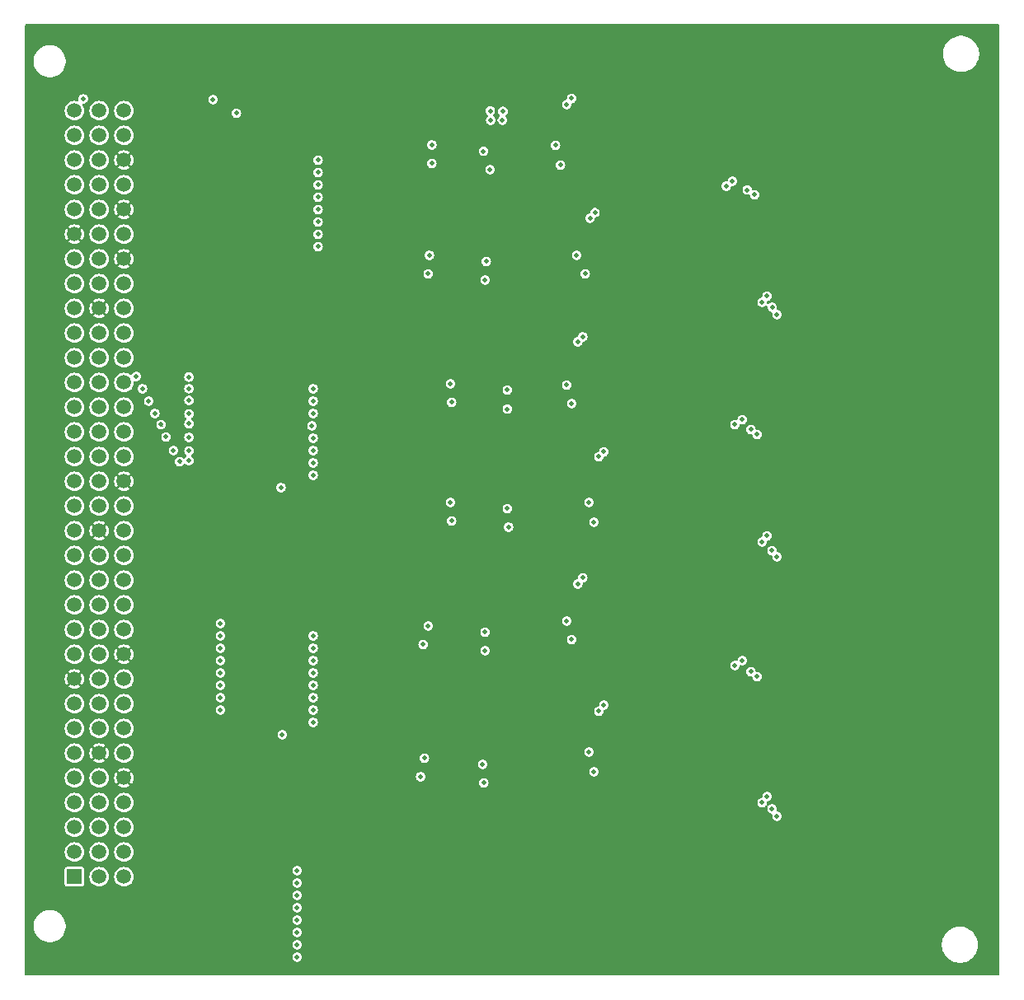
<source format=gbr>
%TF.GenerationSoftware,KiCad,Pcbnew,8.0.5-8.0.5-0~ubuntu24.04.1*%
%TF.CreationDate,2024-09-12T21:52:08+03:00*%
%TF.ProjectId,alu,616c752e-6b69-4636-9164-5f7063625858,rev?*%
%TF.SameCoordinates,Original*%
%TF.FileFunction,Copper,L2,Inr*%
%TF.FilePolarity,Positive*%
%FSLAX46Y46*%
G04 Gerber Fmt 4.6, Leading zero omitted, Abs format (unit mm)*
G04 Created by KiCad (PCBNEW 8.0.5-8.0.5-0~ubuntu24.04.1) date 2024-09-12 21:52:08*
%MOMM*%
%LPD*%
G01*
G04 APERTURE LIST*
%TA.AperFunction,ComponentPad*%
%ADD10R,1.508000X1.508000*%
%TD*%
%TA.AperFunction,ComponentPad*%
%ADD11C,1.508000*%
%TD*%
%TA.AperFunction,ViaPad*%
%ADD12C,0.460000*%
%TD*%
%TA.AperFunction,Conductor*%
%ADD13C,0.127000*%
%TD*%
G04 APERTURE END LIST*
D10*
%TO.N,Net-(U13-A7)*%
%TO.C,J1*%
X44450000Y-115570000D03*
D11*
%TO.N,Net-(U13-A6)*%
X44450000Y-113030000D03*
%TO.N,Net-(U13-A5)*%
X44450000Y-110490000D03*
%TO.N,Net-(U13-A4)*%
X44450000Y-107950000D03*
%TO.N,Net-(U13-A3)*%
X44450000Y-105410000D03*
%TO.N,Net-(U13-A2)*%
X44450000Y-102870000D03*
%TO.N,Net-(U13-A1)*%
X44450000Y-100330000D03*
%TO.N,Net-(U13-A0)*%
X44450000Y-97790000D03*
%TO.N,GND*%
X44450000Y-95250000D03*
%TO.N,/Y_OUT0*%
X44450000Y-92710000D03*
%TO.N,/Y_OUT1*%
X44450000Y-90170000D03*
%TO.N,/Y_OUT2*%
X44450000Y-87630000D03*
%TO.N,/Y_OUT3*%
X44450000Y-85090000D03*
%TO.N,/Y_OUT4*%
X44450000Y-82550000D03*
%TO.N,/Y_OUT5*%
X44450000Y-80010000D03*
%TO.N,/Y_OUT6*%
X44450000Y-77470000D03*
%TO.N,/Y_OUT7*%
X44450000Y-74930000D03*
%TO.N,/X_IN0*%
X44450000Y-72390000D03*
%TO.N,/X_IN1*%
X44450000Y-69850000D03*
%TO.N,/X_IN2*%
X44450000Y-67310000D03*
%TO.N,/X_IN3*%
X44450000Y-64770000D03*
%TO.N,/X_IN4*%
X44450000Y-62230000D03*
%TO.N,/X_IN5*%
X44450000Y-59690000D03*
%TO.N,/X_IN6*%
X44450000Y-57150000D03*
%TO.N,/X_IN7*%
X44450000Y-54610000D03*
%TO.N,unconnected-(J1-PadA26)*%
X44450000Y-52070000D03*
%TO.N,GND*%
X44450000Y-49530000D03*
%TO.N,Net-(U29-E3)*%
X44450000Y-46990000D03*
%TO.N,Net-(U29-A2)*%
X44450000Y-44450000D03*
%TO.N,Net-(U29-A1)*%
X44450000Y-41910000D03*
%TO.N,Net-(U29-A0)*%
X44450000Y-39370000D03*
%TO.N,+5V*%
X44450000Y-36830000D03*
%TO.N,unconnected-(J1-PadB1)*%
X46990000Y-115570000D03*
%TO.N,unconnected-(J1-PadB2)*%
X46990000Y-113030000D03*
%TO.N,unconnected-(J1-PadB3)*%
X46990000Y-110490000D03*
%TO.N,unconnected-(J1-PadB4)*%
X46990000Y-107950000D03*
%TO.N,unconnected-(J1-PadB5)*%
X46990000Y-105410000D03*
%TO.N,GND*%
X46990000Y-102870000D03*
%TO.N,unconnected-(J1-PadB7)*%
X46990000Y-100330000D03*
%TO.N,unconnected-(J1-PadB8)*%
X46990000Y-97790000D03*
%TO.N,unconnected-(J1-PadB9)*%
X46990000Y-95250000D03*
%TO.N,unconnected-(J1-PadB10)*%
X46990000Y-92710000D03*
%TO.N,unconnected-(J1-PadB11)*%
X46990000Y-90170000D03*
%TO.N,unconnected-(J1-PadB12)*%
X46990000Y-87630000D03*
%TO.N,unconnected-(J1-PadB13)*%
X46990000Y-85090000D03*
%TO.N,unconnected-(J1-PadB14)*%
X46990000Y-82550000D03*
%TO.N,GND*%
X46990000Y-80010000D03*
%TO.N,unconnected-(J1-PadB16)*%
X46990000Y-77470000D03*
%TO.N,unconnected-(J1-PadB17)*%
X46990000Y-74930000D03*
%TO.N,unconnected-(J1-PadB18)*%
X46990000Y-72390000D03*
%TO.N,unconnected-(J1-PadB19)*%
X46990000Y-69850000D03*
%TO.N,unconnected-(J1-PadB20)*%
X46990000Y-67310000D03*
%TO.N,unconnected-(J1-PadB21)*%
X46990000Y-64770000D03*
%TO.N,unconnected-(J1-PadB22)*%
X46990000Y-62230000D03*
%TO.N,unconnected-(J1-PadB23)*%
X46990000Y-59690000D03*
%TO.N,GND*%
X46990000Y-57150000D03*
%TO.N,unconnected-(J1-PadB25)*%
X46990000Y-54610000D03*
%TO.N,unconnected-(J1-PadB26)*%
X46990000Y-52070000D03*
%TO.N,unconnected-(J1-PadB27)*%
X46990000Y-49530000D03*
%TO.N,unconnected-(J1-PadB28)*%
X46990000Y-46990000D03*
%TO.N,unconnected-(J1-PadB29)*%
X46990000Y-44450000D03*
%TO.N,unconnected-(J1-PadB30)*%
X46990000Y-41910000D03*
%TO.N,unconnected-(J1-PadB31)*%
X46990000Y-39370000D03*
%TO.N,unconnected-(J1-PadB32)*%
X46990000Y-36830000D03*
%TO.N,unconnected-(J1-PadC1)*%
X49530000Y-115570000D03*
%TO.N,unconnected-(J1-PadC2)*%
X49530000Y-113030000D03*
%TO.N,unconnected-(J1-PadC3)*%
X49530000Y-110490000D03*
%TO.N,unconnected-(J1-PadC4)*%
X49530000Y-107950000D03*
%TO.N,GND*%
X49530000Y-105410000D03*
%TO.N,unconnected-(J1-PadC6)*%
X49530000Y-102870000D03*
%TO.N,unconnected-(J1-PadC7)*%
X49530000Y-100330000D03*
%TO.N,unconnected-(J1-PadC8)*%
X49530000Y-97790000D03*
%TO.N,unconnected-(J1-PadC9)*%
X49530000Y-95250000D03*
%TO.N,GND*%
X49530000Y-92710000D03*
%TO.N,unconnected-(J1-PadC11)*%
X49530000Y-90170000D03*
%TO.N,unconnected-(J1-PadC12)*%
X49530000Y-87630000D03*
%TO.N,unconnected-(J1-PadC13)*%
X49530000Y-85090000D03*
%TO.N,unconnected-(J1-PadC14)*%
X49530000Y-82550000D03*
%TO.N,unconnected-(J1-PadC15)*%
X49530000Y-80010000D03*
%TO.N,unconnected-(J1-PadC16)*%
X49530000Y-77470000D03*
%TO.N,GND*%
X49530000Y-74930000D03*
%TO.N,unconnected-(J1-PadC18)*%
X49530000Y-72390000D03*
%TO.N,unconnected-(J1-PadC19)*%
X49530000Y-69850000D03*
%TO.N,unconnected-(J1-PadC20)*%
X49530000Y-67310000D03*
%TO.N,unconnected-(J1-PadC21)*%
X49530000Y-64770000D03*
%TO.N,unconnected-(J1-PadC22)*%
X49530000Y-62230000D03*
%TO.N,unconnected-(J1-PadC23)*%
X49530000Y-59690000D03*
%TO.N,unconnected-(J1-PadC24)*%
X49530000Y-57150000D03*
%TO.N,unconnected-(J1-PadC25)*%
X49530000Y-54610000D03*
%TO.N,GND*%
X49530000Y-52070000D03*
%TO.N,unconnected-(J1-PadC27)*%
X49530000Y-49530000D03*
%TO.N,GND*%
X49530000Y-46990000D03*
%TO.N,+5V*%
X49530000Y-44450000D03*
%TO.N,GND*%
X49530000Y-41910000D03*
%TO.N,unconnected-(J1-PadC31)*%
X49530000Y-39370000D03*
%TO.N,+5V*%
X49530000Y-36830000D03*
%TD*%
D12*
%TO.N,+5V*%
X88450000Y-36900000D03*
X87150000Y-36850000D03*
X88400000Y-37800000D03*
X45350000Y-35600000D03*
X87200000Y-37800000D03*
%TO.N,GND*%
X107000000Y-74927600D03*
X66000000Y-38177600D03*
X66000000Y-47020000D03*
X84400000Y-80800000D03*
X63250000Y-67980000D03*
X82400000Y-44000000D03*
X63500000Y-90690000D03*
X107000000Y-51500000D03*
X83400000Y-91600000D03*
X58420000Y-121285000D03*
X66000000Y-83250000D03*
X71250000Y-32500000D03*
X103500000Y-38000000D03*
X59690000Y-73025000D03*
X105250000Y-64250000D03*
X105250000Y-47750000D03*
X105250000Y-104427600D03*
X67750000Y-85177600D03*
X82000000Y-93400000D03*
X55400000Y-36400000D03*
X101750000Y-49677600D03*
X63500000Y-95770000D03*
X101750000Y-102500000D03*
X103500000Y-73000000D03*
X105250000Y-102500000D03*
X101750000Y-36177600D03*
X62600000Y-78200000D03*
X64135000Y-116205000D03*
X83600000Y-43000000D03*
X63500000Y-91960000D03*
X63250000Y-73060000D03*
X85800000Y-79600000D03*
X60325000Y-41910000D03*
X101750000Y-104427600D03*
X101750000Y-39927600D03*
X63250000Y-65440000D03*
X83400000Y-90000000D03*
X66000000Y-44480000D03*
X83400000Y-54200000D03*
X83400000Y-52400000D03*
X63250000Y-74330000D03*
X103500000Y-36177600D03*
X81800000Y-107200000D03*
X107000000Y-38000000D03*
X83600000Y-88150000D03*
X101750000Y-64250000D03*
X83000000Y-103400000D03*
X64135000Y-123825000D03*
X69500000Y-32500000D03*
X101750000Y-78677600D03*
X103500000Y-47750000D03*
X105250000Y-78677600D03*
X55400000Y-33800000D03*
X107000000Y-64250000D03*
X103500000Y-34250000D03*
X87850000Y-65400000D03*
X107000000Y-78677600D03*
X67750000Y-34427600D03*
X59690000Y-64135000D03*
X80800000Y-54400000D03*
X103500000Y-66177600D03*
X63500000Y-97040000D03*
X101750000Y-66177600D03*
X63500000Y-94500000D03*
X66000000Y-41940000D03*
X69500000Y-81427600D03*
X60325000Y-43180000D03*
X103500000Y-104427600D03*
X85600000Y-63600000D03*
X71250000Y-83250000D03*
X85800000Y-77600000D03*
X85800000Y-75800000D03*
X61800000Y-110000000D03*
X103500000Y-49677600D03*
X83000000Y-67800000D03*
X107000000Y-53427600D03*
X62400000Y-103400000D03*
X63250000Y-66710000D03*
X107000000Y-100677600D03*
X60325000Y-46990000D03*
X60325000Y-49530000D03*
X79000000Y-113427600D03*
X107000000Y-98750000D03*
X107000000Y-90250000D03*
X101750000Y-60500000D03*
X85600000Y-67600000D03*
X84400000Y-68600000D03*
X58420000Y-114935000D03*
X103500000Y-60500000D03*
X63250000Y-75600000D03*
X101750000Y-38000000D03*
X66000000Y-45750000D03*
X101750000Y-74927600D03*
X71250000Y-36250000D03*
X58420000Y-113665000D03*
X105250000Y-90250000D03*
X107000000Y-39927600D03*
X83000000Y-79800000D03*
X107000000Y-62427600D03*
X105250000Y-100677600D03*
X71250000Y-38177600D03*
X103500000Y-62427600D03*
X66000000Y-50830000D03*
X107000000Y-92177600D03*
X103500000Y-53427600D03*
X66000000Y-34427600D03*
X107000000Y-73000000D03*
X105250000Y-88427600D03*
X86850000Y-42200000D03*
X69500000Y-38177600D03*
X105250000Y-39927600D03*
X63500000Y-100850000D03*
X107000000Y-49677600D03*
X107000000Y-102500000D03*
X101750000Y-73000000D03*
X105250000Y-38000000D03*
X75500000Y-111500000D03*
X71250000Y-79500000D03*
X105250000Y-62427600D03*
X69500000Y-85177600D03*
X103500000Y-74927600D03*
X64135000Y-114935000D03*
X64135000Y-118745000D03*
X105250000Y-51500000D03*
X107000000Y-47750000D03*
X103500000Y-51500000D03*
X69500000Y-34427600D03*
X105250000Y-76750000D03*
X105250000Y-86500000D03*
X69500000Y-79500000D03*
X103500000Y-90250000D03*
X103500000Y-88427600D03*
X64135000Y-122555000D03*
X101750000Y-92177600D03*
X64135000Y-117475000D03*
X107000000Y-66177600D03*
X103500000Y-102500000D03*
X60325000Y-40640000D03*
X63250000Y-70520000D03*
X83400000Y-50400000D03*
X105250000Y-36177600D03*
X67750000Y-79500000D03*
X107000000Y-36177600D03*
X55400000Y-32200000D03*
X66000000Y-49560000D03*
X63500000Y-93230000D03*
X59690000Y-69215000D03*
X67750000Y-83250000D03*
X105250000Y-49677600D03*
X67750000Y-32500000D03*
X101750000Y-98750000D03*
X107000000Y-76750000D03*
X80750000Y-111500000D03*
X85850000Y-102800000D03*
X85600000Y-54200000D03*
X77250000Y-111500000D03*
X101750000Y-76750000D03*
X105250000Y-92177600D03*
X66000000Y-43210000D03*
X83946000Y-41285413D03*
X69500000Y-36250000D03*
X75500000Y-113427600D03*
X86400000Y-91200000D03*
X75500000Y-117177600D03*
X59690000Y-70485000D03*
X80750000Y-115250000D03*
X71250000Y-81427600D03*
X88150000Y-67500000D03*
X66000000Y-32500000D03*
X85250000Y-52600000D03*
X71250000Y-85177600D03*
X86000000Y-104800000D03*
X66000000Y-81427600D03*
X71250000Y-34427600D03*
X86950000Y-40400000D03*
X105250000Y-74927600D03*
X85600000Y-106400000D03*
X63000000Y-54600000D03*
X107000000Y-86500000D03*
X101750000Y-90250000D03*
X83600000Y-40650000D03*
X60325000Y-44450000D03*
X59690000Y-65405000D03*
X59690000Y-71755000D03*
X103500000Y-86500000D03*
X101750000Y-51500000D03*
X81000000Y-43000000D03*
X83200000Y-106000000D03*
X80750000Y-117177600D03*
X58420000Y-122555000D03*
X75500000Y-115250000D03*
X107000000Y-88427600D03*
X107000000Y-34250000D03*
X103500000Y-92177600D03*
X58420000Y-117475000D03*
X103500000Y-98750000D03*
X80200000Y-106000000D03*
X101750000Y-88427600D03*
X105250000Y-66177600D03*
X101750000Y-86500000D03*
X79000000Y-117177600D03*
X103500000Y-78677600D03*
X59690000Y-67945000D03*
X63250000Y-69250000D03*
X105250000Y-73000000D03*
X67750000Y-36250000D03*
X83200000Y-101700000D03*
X77250000Y-113427600D03*
X64135000Y-120015000D03*
X67750000Y-38177600D03*
X107000000Y-60500000D03*
X58420000Y-118745000D03*
X105250000Y-53427600D03*
X83600000Y-39000000D03*
X107000000Y-104427600D03*
X77250000Y-115250000D03*
X67750000Y-81427600D03*
X80750000Y-113427600D03*
X101750000Y-47750000D03*
X60325000Y-45720000D03*
X63250000Y-71790000D03*
X103500000Y-76750000D03*
X66000000Y-85177600D03*
X63500000Y-98310000D03*
X105250000Y-98750000D03*
X79000000Y-111500000D03*
X85600000Y-65600000D03*
X58420000Y-120015000D03*
X58420000Y-116205000D03*
X101750000Y-100677600D03*
X55800000Y-35750000D03*
X83000000Y-105000000D03*
X80400000Y-92400000D03*
X101750000Y-62427600D03*
X105250000Y-60500000D03*
X82200000Y-55400000D03*
X60325000Y-48260000D03*
X66000000Y-79500000D03*
X101750000Y-53427600D03*
X66000000Y-36250000D03*
X101750000Y-34250000D03*
X79000000Y-115250000D03*
X83400000Y-92400000D03*
X85350000Y-89100000D03*
X103500000Y-100677600D03*
X103500000Y-39927600D03*
X59690000Y-66675000D03*
X64135000Y-121285000D03*
X63500000Y-99580000D03*
X69500000Y-83250000D03*
X77250000Y-117177600D03*
X103500000Y-64250000D03*
X55800000Y-32950000D03*
X66000000Y-48290000D03*
X105250000Y-34250000D03*
%TO.N,/X_IN1*%
X56200000Y-71800000D03*
X54610000Y-71755000D03*
X59436000Y-97155000D03*
%TO.N,/X_IN2*%
X59436000Y-95885000D03*
X56200000Y-70400000D03*
X53848000Y-70358000D03*
%TO.N,/X_IN3*%
X59436000Y-94615000D03*
X56200000Y-69000000D03*
X53340000Y-69088000D03*
%TO.N,/X_IN4*%
X56200000Y-68000000D03*
X52705000Y-67945000D03*
X59436000Y-93345000D03*
%TO.N,/X_IN5*%
X56200000Y-66600000D03*
X52070000Y-66675000D03*
X59436000Y-92075000D03*
%TO.N,/X_IN6*%
X59436000Y-90805000D03*
X51435000Y-65405000D03*
X56200000Y-65400000D03*
%TO.N,/X_IN7*%
X56200000Y-64200000D03*
X59436000Y-89535000D03*
X50800000Y-64135000D03*
%TO.N,Net-(U16-GAB)*%
X65786000Y-100965000D03*
X58674000Y-35687000D03*
%TO.N,Net-(U19-A0)*%
X83185000Y-78994000D03*
X68961000Y-74295000D03*
%TO.N,Net-(U19-A1)*%
X68961000Y-73025000D03*
X83058000Y-77089000D03*
%TO.N,Net-(U19-A2)*%
X89027000Y-79629000D03*
X68961000Y-71755000D03*
%TO.N,Net-(U19-A3)*%
X88900000Y-77724000D03*
X68961000Y-70485000D03*
%TO.N,Net-(U19-A4)*%
X83185000Y-66802000D03*
X68834000Y-69215000D03*
%TO.N,Net-(U19-A5)*%
X83058000Y-64897000D03*
X68961000Y-67945000D03*
%TO.N,Net-(U16-A0)*%
X68961000Y-99695000D03*
X80000000Y-105283000D03*
%TO.N,Net-(U16-A1)*%
X80391000Y-103378000D03*
X68961000Y-98425000D03*
%TO.N,Net-(U16-A2)*%
X68961000Y-97155000D03*
X86487000Y-105918000D03*
%TO.N,Net-(U16-A3)*%
X86360000Y-104013000D03*
X68961000Y-95885000D03*
%TO.N,Net-(U16-A4)*%
X68961000Y-94615000D03*
X80250000Y-91694000D03*
%TO.N,Net-(U16-A5)*%
X80772000Y-89789000D03*
X68961000Y-93345000D03*
%TO.N,Net-(U16-A6)*%
X86614000Y-92329000D03*
X68961000Y-92075000D03*
%TO.N,Net-(U16-A7)*%
X68961000Y-90805000D03*
X86614000Y-90424000D03*
%TO.N,/Y_OUT0*%
X98806000Y-71882000D03*
X97901000Y-47313984D03*
X98806000Y-97917000D03*
%TO.N,/Y_OUT1*%
X98298000Y-98552000D03*
X98298000Y-72390000D03*
X97393000Y-47879000D03*
%TO.N,/Y_OUT2*%
X96901000Y-53594000D03*
X97790000Y-79121000D03*
X97790000Y-104775000D03*
%TO.N,/Y_OUT3*%
X97282000Y-102743000D03*
X96012000Y-51689000D03*
X97282000Y-77089000D03*
%TO.N,/Y_OUT4*%
X95504000Y-35560000D03*
X96647000Y-60071000D03*
X96647000Y-84836000D03*
%TO.N,/Y_OUT5*%
X96139000Y-85471000D03*
X94996000Y-36195000D03*
X96139000Y-60579000D03*
%TO.N,/Y_OUT6*%
X95504000Y-66929000D03*
X95504000Y-91186000D03*
X94361000Y-42418000D03*
%TO.N,/Y_OUT7*%
X94996000Y-65024000D03*
X94996000Y-89281000D03*
X93853000Y-40386000D03*
%TO.N,/X_OUT7*%
X67310000Y-114935000D03*
X112268000Y-69088000D03*
X111379000Y-44577000D03*
X112268000Y-93853000D03*
%TO.N,/X_OUT6*%
X112014000Y-44069000D03*
X67310000Y-116205000D03*
X113030000Y-68580000D03*
X113030000Y-93345000D03*
%TO.N,/X_OUT5*%
X113919000Y-94488000D03*
X113538000Y-44974000D03*
X67310000Y-117475000D03*
X113919000Y-69596000D03*
%TO.N,/X_OUT4*%
X114299500Y-45466000D03*
X114554000Y-94996000D03*
X67310000Y-118745000D03*
X114554000Y-70104000D03*
%TO.N,/X_OUT3*%
X115062000Y-56515000D03*
X115062000Y-107950000D03*
X115062000Y-81153000D03*
X67310000Y-120015000D03*
%TO.N,/X_OUT2*%
X115570000Y-80518000D03*
X115570000Y-55880000D03*
X115570000Y-107315000D03*
X67310000Y-121285000D03*
%TO.N,/X_OUT1*%
X67310000Y-122555000D03*
X116078000Y-108585000D03*
X116078000Y-82042000D03*
X116093500Y-57023000D03*
%TO.N,/X_OUT0*%
X116586000Y-109347000D03*
X116586000Y-57785000D03*
X67310000Y-123825000D03*
X116586000Y-82677000D03*
%TO.N,Net-(U19-A6)*%
X88900000Y-67500000D03*
X68961000Y-66675000D03*
%TO.N,Net-(U19-A7)*%
X88900000Y-65532000D03*
X68961000Y-65405000D03*
%TO.N,Net-(U19-GAB)*%
X65659000Y-75565000D03*
X61087000Y-37084000D03*
%TO.N,Net-(U22-A0)*%
X80772000Y-53594000D03*
X69469000Y-50800000D03*
%TO.N,Net-(U22-A1)*%
X80899000Y-51689000D03*
X69469000Y-49530000D03*
%TO.N,Net-(U22-A2)*%
X69469000Y-48260000D03*
X86614000Y-54229000D03*
%TO.N,Net-(U22-A3)*%
X69469000Y-46990000D03*
X86741000Y-52324000D03*
%TO.N,Net-(U22-A4)*%
X81153000Y-42246000D03*
X69469000Y-45720000D03*
%TO.N,Net-(U22-A5)*%
X81153000Y-40341000D03*
X69469000Y-44450000D03*
%TO.N,Net-(U22-A6)*%
X69469000Y-43180000D03*
X87122000Y-42881000D03*
%TO.N,Net-(U22-A7)*%
X69469000Y-41910000D03*
X86450000Y-41000000D03*
%TO.N,/X_IN0*%
X55245000Y-72898000D03*
X59436000Y-98425000D03*
X56200000Y-72800000D03*
%TD*%
D13*
%TO.N,GND*%
X56493000Y-102743000D02*
X55880000Y-102743000D01*
X56769000Y-77216000D02*
X56896000Y-77343000D01*
X55880000Y-77216000D02*
X56769000Y-77216000D01*
X57000000Y-103250000D02*
X56493000Y-102743000D01*
%TO.N,/X_IN3*%
X53467000Y-69215000D02*
X53340000Y-69215000D01*
%TO.N,/X_IN6*%
X51562000Y-65405000D02*
X51435000Y-65405000D01*
%TO.N,Net-(U16-GAB)*%
X58734000Y-35747000D02*
X58674000Y-35687000D01*
%TO.N,Net-(U19-A0)*%
X83215000Y-79024000D02*
X83185000Y-78994000D01*
%TO.N,Net-(U19-A1)*%
X83200000Y-77074000D02*
X83058000Y-77089000D01*
X83058000Y-77089000D02*
X83185000Y-77089000D01*
%TO.N,Net-(U19-A2)*%
X89072000Y-79674000D02*
X89027000Y-79629000D01*
%TO.N,Net-(U19-A4)*%
X83215000Y-66832000D02*
X83185000Y-66802000D01*
%TO.N,Net-(U19-A5)*%
X83073000Y-64882000D02*
X83058000Y-64897000D01*
%TO.N,Net-(U16-A0)*%
X80000000Y-105283000D02*
X80075000Y-105358000D01*
%TO.N,Net-(U16-A1)*%
X80421000Y-103408000D02*
X80391000Y-103378000D01*
%TO.N,Net-(U16-A2)*%
X86577000Y-106008000D02*
X86487000Y-105918000D01*
%TO.N,Net-(U16-A3)*%
X86405000Y-104058000D02*
X86360000Y-104013000D01*
%TO.N,Net-(U16-A4)*%
X80250000Y-91694000D02*
X80280000Y-91724000D01*
%TO.N,Net-(U16-A5)*%
X80787000Y-89774000D02*
X80772000Y-89789000D01*
%TO.N,Net-(U16-A6)*%
X86659000Y-92374000D02*
X86614000Y-92329000D01*
%TO.N,Net-(U19-A6)*%
X88918000Y-67482000D02*
X88900000Y-67500000D01*
%TO.N,Net-(U19-GAB)*%
X60960000Y-37047000D02*
X61087000Y-37084000D01*
X61034000Y-37047000D02*
X60997000Y-37047000D01*
X61087000Y-37084000D02*
X61034000Y-37047000D01*
%TO.N,Net-(U22-A0)*%
X80802000Y-53624000D02*
X80772000Y-53594000D01*
%TO.N,Net-(U22-A1)*%
X80914000Y-51674000D02*
X80899000Y-51689000D01*
%TO.N,Net-(U22-A2)*%
X86614000Y-54229000D02*
X86659000Y-54274000D01*
%TO.N,Net-(U22-A4)*%
X81153000Y-42246000D02*
X81280000Y-42246000D01*
%TO.N,Net-(U22-A5)*%
X81183000Y-40371000D02*
X81153000Y-40341000D01*
%TO.N,Net-(U22-A6)*%
X87212000Y-42971000D02*
X87122000Y-42881000D01*
%TO.N,/X_IN0*%
X55372000Y-73025000D02*
X55245000Y-72898000D01*
%TD*%
%TA.AperFunction,Conductor*%
%TO.N,GND*%
G36*
X139382121Y-27960002D02*
G01*
X139428614Y-28013658D01*
X139440000Y-28066000D01*
X139440000Y-125604000D01*
X139419998Y-125672121D01*
X139366342Y-125718614D01*
X139314000Y-125730000D01*
X39496000Y-125730000D01*
X39427879Y-125709998D01*
X39381386Y-125656342D01*
X39370000Y-125604000D01*
X39370000Y-123825000D01*
X66820518Y-123825000D01*
X66838818Y-123952285D01*
X66840345Y-123962902D01*
X66840346Y-123962906D01*
X66898220Y-124089631D01*
X66898222Y-124089634D01*
X66989457Y-124194926D01*
X67106662Y-124270248D01*
X67240339Y-124309500D01*
X67240342Y-124309500D01*
X67379658Y-124309500D01*
X67379661Y-124309500D01*
X67513338Y-124270248D01*
X67630543Y-124194926D01*
X67721778Y-124089634D01*
X67779655Y-123962903D01*
X67799482Y-123825000D01*
X67779655Y-123687097D01*
X67721778Y-123560366D01*
X67630543Y-123455074D01*
X67513338Y-123379752D01*
X67513337Y-123379751D01*
X67513336Y-123379751D01*
X67379663Y-123340500D01*
X67379661Y-123340500D01*
X67240339Y-123340500D01*
X67240336Y-123340500D01*
X67106663Y-123379751D01*
X66989456Y-123455074D01*
X66898222Y-123560365D01*
X66898220Y-123560368D01*
X66840346Y-123687093D01*
X66840345Y-123687097D01*
X66820518Y-123825000D01*
X39370000Y-123825000D01*
X39370000Y-122555000D01*
X66820518Y-122555000D01*
X66840345Y-122692902D01*
X66840346Y-122692906D01*
X66898220Y-122819631D01*
X66898222Y-122819634D01*
X66989457Y-122924926D01*
X67106662Y-123000248D01*
X67240339Y-123039500D01*
X67240342Y-123039500D01*
X67379658Y-123039500D01*
X67379661Y-123039500D01*
X67513338Y-123000248D01*
X67630543Y-122924926D01*
X67721778Y-122819634D01*
X67779655Y-122692903D01*
X67799482Y-122555000D01*
X67782006Y-122433447D01*
X133518500Y-122433447D01*
X133518500Y-122676552D01*
X133550229Y-122917563D01*
X133550230Y-122917569D01*
X133550231Y-122917571D01*
X133613150Y-123152388D01*
X133706181Y-123376984D01*
X133706182Y-123376985D01*
X133706187Y-123376996D01*
X133827728Y-123587512D01*
X133827732Y-123587518D01*
X133975714Y-123780371D01*
X133975733Y-123780392D01*
X134147607Y-123952266D01*
X134147628Y-123952285D01*
X134340481Y-124100267D01*
X134340487Y-124100271D01*
X134551003Y-124221812D01*
X134551007Y-124221813D01*
X134551016Y-124221819D01*
X134775612Y-124314850D01*
X135010429Y-124377769D01*
X135010435Y-124377769D01*
X135010436Y-124377770D01*
X135038093Y-124381411D01*
X135251450Y-124409500D01*
X135251457Y-124409500D01*
X135494543Y-124409500D01*
X135494550Y-124409500D01*
X135735571Y-124377769D01*
X135970388Y-124314850D01*
X136194984Y-124221819D01*
X136405516Y-124100269D01*
X136565960Y-123977154D01*
X136598371Y-123952285D01*
X136598371Y-123952284D01*
X136598380Y-123952278D01*
X136770278Y-123780380D01*
X136918269Y-123587516D01*
X137039819Y-123376984D01*
X137132850Y-123152388D01*
X137195769Y-122917571D01*
X137227500Y-122676550D01*
X137227500Y-122433450D01*
X137195769Y-122192429D01*
X137132850Y-121957612D01*
X137039819Y-121733016D01*
X137039813Y-121733007D01*
X137039812Y-121733003D01*
X136918271Y-121522487D01*
X136918267Y-121522481D01*
X136770285Y-121329628D01*
X136770266Y-121329607D01*
X136598392Y-121157733D01*
X136598371Y-121157714D01*
X136405518Y-121009732D01*
X136405512Y-121009728D01*
X136194996Y-120888187D01*
X136194988Y-120888183D01*
X136194984Y-120888181D01*
X135970388Y-120795150D01*
X135735571Y-120732231D01*
X135735569Y-120732230D01*
X135735563Y-120732229D01*
X135494552Y-120700500D01*
X135494550Y-120700500D01*
X135251450Y-120700500D01*
X135251447Y-120700500D01*
X135010436Y-120732229D01*
X134775612Y-120795150D01*
X134551014Y-120888182D01*
X134551003Y-120888187D01*
X134340487Y-121009728D01*
X134340481Y-121009732D01*
X134147628Y-121157714D01*
X134147607Y-121157733D01*
X133975733Y-121329607D01*
X133975714Y-121329628D01*
X133827732Y-121522481D01*
X133827728Y-121522487D01*
X133706187Y-121733003D01*
X133706182Y-121733014D01*
X133613150Y-121957612D01*
X133550229Y-122192436D01*
X133518500Y-122433447D01*
X67782006Y-122433447D01*
X67779655Y-122417097D01*
X67721778Y-122290366D01*
X67630543Y-122185074D01*
X67513338Y-122109752D01*
X67513337Y-122109751D01*
X67513336Y-122109751D01*
X67379663Y-122070500D01*
X67379661Y-122070500D01*
X67240339Y-122070500D01*
X67240336Y-122070500D01*
X67106663Y-122109751D01*
X66989456Y-122185074D01*
X66898222Y-122290365D01*
X66898220Y-122290368D01*
X66840346Y-122417093D01*
X66840345Y-122417097D01*
X66820518Y-122555000D01*
X39370000Y-122555000D01*
X39370000Y-120520182D01*
X40260500Y-120520182D01*
X40260500Y-120779818D01*
X40296915Y-121009732D01*
X40301117Y-121036264D01*
X40340585Y-121157733D01*
X40381348Y-121283188D01*
X40452538Y-121422906D01*
X40499223Y-121514530D01*
X40651833Y-121724579D01*
X40835420Y-121908166D01*
X40835423Y-121908168D01*
X41045473Y-122060779D01*
X41276812Y-122178652D01*
X41523741Y-122258884D01*
X41780182Y-122299500D01*
X41780185Y-122299500D01*
X42039815Y-122299500D01*
X42039818Y-122299500D01*
X42296259Y-122258884D01*
X42543188Y-122178652D01*
X42774527Y-122060779D01*
X42984577Y-121908168D01*
X43168168Y-121724577D01*
X43320779Y-121514527D01*
X43437729Y-121285000D01*
X66820518Y-121285000D01*
X66840345Y-121422902D01*
X66840346Y-121422906D01*
X66898220Y-121549631D01*
X66898222Y-121549634D01*
X66989457Y-121654926D01*
X67106662Y-121730248D01*
X67240339Y-121769500D01*
X67240342Y-121769500D01*
X67379658Y-121769500D01*
X67379661Y-121769500D01*
X67513338Y-121730248D01*
X67630543Y-121654926D01*
X67721778Y-121549634D01*
X67779655Y-121422903D01*
X67799482Y-121285000D01*
X67779655Y-121147097D01*
X67741070Y-121062609D01*
X67721779Y-121020368D01*
X67721777Y-121020365D01*
X67630543Y-120915074D01*
X67588705Y-120888187D01*
X67513338Y-120839752D01*
X67513337Y-120839751D01*
X67513336Y-120839751D01*
X67379663Y-120800500D01*
X67379661Y-120800500D01*
X67240339Y-120800500D01*
X67240336Y-120800500D01*
X67106663Y-120839751D01*
X66989456Y-120915074D01*
X66898222Y-121020365D01*
X66898220Y-121020368D01*
X66840346Y-121147093D01*
X66840345Y-121147097D01*
X66820518Y-121285000D01*
X43437729Y-121285000D01*
X43438652Y-121283188D01*
X43518884Y-121036259D01*
X43559500Y-120779818D01*
X43559500Y-120520182D01*
X43518884Y-120263741D01*
X43438652Y-120016812D01*
X43437729Y-120015000D01*
X66820518Y-120015000D01*
X66840345Y-120152902D01*
X66840346Y-120152906D01*
X66898220Y-120279631D01*
X66898222Y-120279634D01*
X66989457Y-120384926D01*
X67106662Y-120460248D01*
X67240339Y-120499500D01*
X67240342Y-120499500D01*
X67379658Y-120499500D01*
X67379661Y-120499500D01*
X67513338Y-120460248D01*
X67630543Y-120384926D01*
X67721778Y-120279634D01*
X67779655Y-120152903D01*
X67799482Y-120015000D01*
X67779655Y-119877097D01*
X67721778Y-119750366D01*
X67630543Y-119645074D01*
X67513338Y-119569752D01*
X67513337Y-119569751D01*
X67513336Y-119569751D01*
X67379663Y-119530500D01*
X67379661Y-119530500D01*
X67240339Y-119530500D01*
X67240336Y-119530500D01*
X67106663Y-119569751D01*
X66989456Y-119645074D01*
X66898222Y-119750365D01*
X66898220Y-119750368D01*
X66840346Y-119877093D01*
X66840345Y-119877097D01*
X66820518Y-120015000D01*
X43437729Y-120015000D01*
X43320779Y-119785473D01*
X43168168Y-119575423D01*
X43168166Y-119575420D01*
X42984579Y-119391833D01*
X42774530Y-119239223D01*
X42774529Y-119239222D01*
X42774527Y-119239221D01*
X42543188Y-119121348D01*
X42543185Y-119121347D01*
X42543183Y-119121346D01*
X42296264Y-119041117D01*
X42296260Y-119041116D01*
X42296259Y-119041116D01*
X42039818Y-119000500D01*
X41780182Y-119000500D01*
X41523741Y-119041116D01*
X41523735Y-119041117D01*
X41276816Y-119121346D01*
X41276810Y-119121349D01*
X41045469Y-119239223D01*
X40835420Y-119391833D01*
X40651833Y-119575420D01*
X40499223Y-119785469D01*
X40381349Y-120016810D01*
X40381346Y-120016816D01*
X40301117Y-120263735D01*
X40301116Y-120263740D01*
X40301116Y-120263741D01*
X40260500Y-120520182D01*
X39370000Y-120520182D01*
X39370000Y-118745000D01*
X66820518Y-118745000D01*
X66840345Y-118882902D01*
X66840346Y-118882906D01*
X66898220Y-119009631D01*
X66898222Y-119009634D01*
X66989457Y-119114926D01*
X67106662Y-119190248D01*
X67240339Y-119229500D01*
X67240342Y-119229500D01*
X67379658Y-119229500D01*
X67379661Y-119229500D01*
X67513338Y-119190248D01*
X67630543Y-119114926D01*
X67721778Y-119009634D01*
X67779655Y-118882903D01*
X67799482Y-118745000D01*
X67779655Y-118607097D01*
X67721778Y-118480366D01*
X67630543Y-118375074D01*
X67513338Y-118299752D01*
X67513337Y-118299751D01*
X67513336Y-118299751D01*
X67379663Y-118260500D01*
X67379661Y-118260500D01*
X67240339Y-118260500D01*
X67240336Y-118260500D01*
X67106663Y-118299751D01*
X66989456Y-118375074D01*
X66898222Y-118480365D01*
X66898220Y-118480368D01*
X66840346Y-118607093D01*
X66840345Y-118607097D01*
X66820518Y-118745000D01*
X39370000Y-118745000D01*
X39370000Y-117475000D01*
X66820518Y-117475000D01*
X66840345Y-117612902D01*
X66840346Y-117612906D01*
X66898220Y-117739631D01*
X66898222Y-117739634D01*
X66989457Y-117844926D01*
X67106662Y-117920248D01*
X67240339Y-117959500D01*
X67240342Y-117959500D01*
X67379658Y-117959500D01*
X67379661Y-117959500D01*
X67513338Y-117920248D01*
X67630543Y-117844926D01*
X67721778Y-117739634D01*
X67779655Y-117612903D01*
X67799482Y-117475000D01*
X67779655Y-117337097D01*
X67721778Y-117210366D01*
X67630543Y-117105074D01*
X67513338Y-117029752D01*
X67513337Y-117029751D01*
X67513336Y-117029751D01*
X67379663Y-116990500D01*
X67379661Y-116990500D01*
X67240339Y-116990500D01*
X67240336Y-116990500D01*
X67106663Y-117029751D01*
X66989456Y-117105074D01*
X66898222Y-117210365D01*
X66898220Y-117210368D01*
X66840346Y-117337093D01*
X66840345Y-117337097D01*
X66820518Y-117475000D01*
X39370000Y-117475000D01*
X39370000Y-114790930D01*
X43441500Y-114790930D01*
X43441500Y-116349063D01*
X43441501Y-116349073D01*
X43456265Y-116423300D01*
X43512516Y-116507484D01*
X43596697Y-116563733D01*
X43596699Y-116563734D01*
X43670933Y-116578500D01*
X45229066Y-116578499D01*
X45229069Y-116578498D01*
X45229073Y-116578498D01*
X45278326Y-116568701D01*
X45303301Y-116563734D01*
X45387484Y-116507484D01*
X45443734Y-116423301D01*
X45458500Y-116349067D01*
X45458499Y-115569996D01*
X45976620Y-115569996D01*
X45976620Y-115570003D01*
X45996090Y-115767694D01*
X45996091Y-115767700D01*
X45996092Y-115767701D01*
X46053759Y-115957804D01*
X46147405Y-116133004D01*
X46273432Y-116286568D01*
X46426996Y-116412595D01*
X46602196Y-116506241D01*
X46792299Y-116563908D01*
X46792303Y-116563908D01*
X46792305Y-116563909D01*
X46989997Y-116583380D01*
X46990000Y-116583380D01*
X46990003Y-116583380D01*
X47187694Y-116563909D01*
X47187695Y-116563908D01*
X47187701Y-116563908D01*
X47377804Y-116506241D01*
X47553004Y-116412595D01*
X47706568Y-116286568D01*
X47832595Y-116133004D01*
X47926241Y-115957804D01*
X47983908Y-115767701D01*
X48003380Y-115570000D01*
X48003380Y-115569996D01*
X48516620Y-115569996D01*
X48516620Y-115570003D01*
X48536090Y-115767694D01*
X48536091Y-115767700D01*
X48536092Y-115767701D01*
X48593759Y-115957804D01*
X48687405Y-116133004D01*
X48813432Y-116286568D01*
X48966996Y-116412595D01*
X49142196Y-116506241D01*
X49332299Y-116563908D01*
X49332303Y-116563908D01*
X49332305Y-116563909D01*
X49529997Y-116583380D01*
X49530000Y-116583380D01*
X49530003Y-116583380D01*
X49727694Y-116563909D01*
X49727695Y-116563908D01*
X49727701Y-116563908D01*
X49917804Y-116506241D01*
X50093004Y-116412595D01*
X50246568Y-116286568D01*
X50313509Y-116205000D01*
X66820518Y-116205000D01*
X66832245Y-116286568D01*
X66840345Y-116342902D01*
X66840346Y-116342906D01*
X66898220Y-116469631D01*
X66898222Y-116469634D01*
X66989457Y-116574926D01*
X67106662Y-116650248D01*
X67240339Y-116689500D01*
X67240342Y-116689500D01*
X67379658Y-116689500D01*
X67379661Y-116689500D01*
X67513338Y-116650248D01*
X67630543Y-116574926D01*
X67721778Y-116469634D01*
X67779655Y-116342903D01*
X67799482Y-116205000D01*
X67779655Y-116067097D01*
X67721778Y-115940366D01*
X67630543Y-115835074D01*
X67513338Y-115759752D01*
X67513337Y-115759751D01*
X67513336Y-115759751D01*
X67379663Y-115720500D01*
X67379661Y-115720500D01*
X67240339Y-115720500D01*
X67240336Y-115720500D01*
X67106663Y-115759751D01*
X66989456Y-115835074D01*
X66898222Y-115940365D01*
X66898220Y-115940368D01*
X66840346Y-116067093D01*
X66840345Y-116067097D01*
X66820518Y-116205000D01*
X50313509Y-116205000D01*
X50372595Y-116133004D01*
X50466241Y-115957804D01*
X50523908Y-115767701D01*
X50543380Y-115570000D01*
X50523908Y-115372299D01*
X50466241Y-115182196D01*
X50372595Y-115006996D01*
X50313509Y-114935000D01*
X66820518Y-114935000D01*
X66840345Y-115072902D01*
X66840346Y-115072906D01*
X66898220Y-115199631D01*
X66898222Y-115199634D01*
X66989457Y-115304926D01*
X67106662Y-115380248D01*
X67240339Y-115419500D01*
X67240342Y-115419500D01*
X67379658Y-115419500D01*
X67379661Y-115419500D01*
X67513338Y-115380248D01*
X67630543Y-115304926D01*
X67721778Y-115199634D01*
X67779655Y-115072903D01*
X67799482Y-114935000D01*
X67779655Y-114797097D01*
X67721778Y-114670366D01*
X67630543Y-114565074D01*
X67513338Y-114489752D01*
X67513337Y-114489751D01*
X67513336Y-114489751D01*
X67379663Y-114450500D01*
X67379661Y-114450500D01*
X67240339Y-114450500D01*
X67240336Y-114450500D01*
X67106663Y-114489751D01*
X66989456Y-114565074D01*
X66898222Y-114670365D01*
X66898220Y-114670368D01*
X66840346Y-114797093D01*
X66840345Y-114797097D01*
X66820518Y-114935000D01*
X50313509Y-114935000D01*
X50246568Y-114853432D01*
X50093004Y-114727405D01*
X49917804Y-114633759D01*
X49727701Y-114576092D01*
X49727700Y-114576091D01*
X49727694Y-114576090D01*
X49530003Y-114556620D01*
X49529997Y-114556620D01*
X49332305Y-114576090D01*
X49142195Y-114633759D01*
X48966995Y-114727405D01*
X48813432Y-114853432D01*
X48687405Y-115006995D01*
X48593759Y-115182195D01*
X48536090Y-115372305D01*
X48516620Y-115569996D01*
X48003380Y-115569996D01*
X47983908Y-115372299D01*
X47926241Y-115182196D01*
X47832595Y-115006996D01*
X47706568Y-114853432D01*
X47553004Y-114727405D01*
X47377804Y-114633759D01*
X47187701Y-114576092D01*
X47187700Y-114576091D01*
X47187694Y-114576090D01*
X46990003Y-114556620D01*
X46989997Y-114556620D01*
X46792305Y-114576090D01*
X46602195Y-114633759D01*
X46426995Y-114727405D01*
X46273432Y-114853432D01*
X46147405Y-115006995D01*
X46053759Y-115182195D01*
X45996090Y-115372305D01*
X45976620Y-115569996D01*
X45458499Y-115569996D01*
X45458499Y-114790934D01*
X45458498Y-114790930D01*
X45458498Y-114790926D01*
X45443734Y-114716699D01*
X45412774Y-114670365D01*
X45387484Y-114632516D01*
X45387483Y-114632515D01*
X45303302Y-114576266D01*
X45229067Y-114561500D01*
X43670936Y-114561500D01*
X43670926Y-114561501D01*
X43596699Y-114576265D01*
X43512515Y-114632516D01*
X43456266Y-114716697D01*
X43441500Y-114790930D01*
X39370000Y-114790930D01*
X39370000Y-113029996D01*
X43436620Y-113029996D01*
X43436620Y-113030003D01*
X43456090Y-113227694D01*
X43456091Y-113227700D01*
X43456092Y-113227701D01*
X43513759Y-113417804D01*
X43607405Y-113593004D01*
X43733432Y-113746568D01*
X43886996Y-113872595D01*
X44062196Y-113966241D01*
X44252299Y-114023908D01*
X44252303Y-114023908D01*
X44252305Y-114023909D01*
X44449997Y-114043380D01*
X44450000Y-114043380D01*
X44450003Y-114043380D01*
X44647694Y-114023909D01*
X44647695Y-114023908D01*
X44647701Y-114023908D01*
X44837804Y-113966241D01*
X45013004Y-113872595D01*
X45166568Y-113746568D01*
X45292595Y-113593004D01*
X45386241Y-113417804D01*
X45443908Y-113227701D01*
X45463380Y-113030000D01*
X45463380Y-113029996D01*
X45976620Y-113029996D01*
X45976620Y-113030003D01*
X45996090Y-113227694D01*
X45996091Y-113227700D01*
X45996092Y-113227701D01*
X46053759Y-113417804D01*
X46147405Y-113593004D01*
X46273432Y-113746568D01*
X46426996Y-113872595D01*
X46602196Y-113966241D01*
X46792299Y-114023908D01*
X46792303Y-114023908D01*
X46792305Y-114023909D01*
X46989997Y-114043380D01*
X46990000Y-114043380D01*
X46990003Y-114043380D01*
X47187694Y-114023909D01*
X47187695Y-114023908D01*
X47187701Y-114023908D01*
X47377804Y-113966241D01*
X47553004Y-113872595D01*
X47706568Y-113746568D01*
X47832595Y-113593004D01*
X47926241Y-113417804D01*
X47983908Y-113227701D01*
X48003380Y-113030000D01*
X48003380Y-113029996D01*
X48516620Y-113029996D01*
X48516620Y-113030003D01*
X48536090Y-113227694D01*
X48536091Y-113227700D01*
X48536092Y-113227701D01*
X48593759Y-113417804D01*
X48687405Y-113593004D01*
X48813432Y-113746568D01*
X48966996Y-113872595D01*
X49142196Y-113966241D01*
X49332299Y-114023908D01*
X49332303Y-114023908D01*
X49332305Y-114023909D01*
X49529997Y-114043380D01*
X49530000Y-114043380D01*
X49530003Y-114043380D01*
X49727694Y-114023909D01*
X49727695Y-114023908D01*
X49727701Y-114023908D01*
X49917804Y-113966241D01*
X50093004Y-113872595D01*
X50246568Y-113746568D01*
X50372595Y-113593004D01*
X50466241Y-113417804D01*
X50523908Y-113227701D01*
X50543380Y-113030000D01*
X50523908Y-112832299D01*
X50466241Y-112642196D01*
X50372595Y-112466996D01*
X50246568Y-112313432D01*
X50093004Y-112187405D01*
X49917804Y-112093759D01*
X49727701Y-112036092D01*
X49727700Y-112036091D01*
X49727694Y-112036090D01*
X49530003Y-112016620D01*
X49529997Y-112016620D01*
X49332305Y-112036090D01*
X49142195Y-112093759D01*
X48966995Y-112187405D01*
X48813432Y-112313432D01*
X48687405Y-112466995D01*
X48593759Y-112642195D01*
X48536090Y-112832305D01*
X48516620Y-113029996D01*
X48003380Y-113029996D01*
X47983908Y-112832299D01*
X47926241Y-112642196D01*
X47832595Y-112466996D01*
X47706568Y-112313432D01*
X47553004Y-112187405D01*
X47377804Y-112093759D01*
X47187701Y-112036092D01*
X47187700Y-112036091D01*
X47187694Y-112036090D01*
X46990003Y-112016620D01*
X46989997Y-112016620D01*
X46792305Y-112036090D01*
X46602195Y-112093759D01*
X46426995Y-112187405D01*
X46273432Y-112313432D01*
X46147405Y-112466995D01*
X46053759Y-112642195D01*
X45996090Y-112832305D01*
X45976620Y-113029996D01*
X45463380Y-113029996D01*
X45443908Y-112832299D01*
X45386241Y-112642196D01*
X45292595Y-112466996D01*
X45166568Y-112313432D01*
X45013004Y-112187405D01*
X44837804Y-112093759D01*
X44647701Y-112036092D01*
X44647700Y-112036091D01*
X44647694Y-112036090D01*
X44450003Y-112016620D01*
X44449997Y-112016620D01*
X44252305Y-112036090D01*
X44062195Y-112093759D01*
X43886995Y-112187405D01*
X43733432Y-112313432D01*
X43607405Y-112466995D01*
X43513759Y-112642195D01*
X43456090Y-112832305D01*
X43436620Y-113029996D01*
X39370000Y-113029996D01*
X39370000Y-110489996D01*
X43436620Y-110489996D01*
X43436620Y-110490003D01*
X43456090Y-110687694D01*
X43456091Y-110687700D01*
X43456092Y-110687701D01*
X43513759Y-110877804D01*
X43607405Y-111053004D01*
X43733432Y-111206568D01*
X43886996Y-111332595D01*
X44062196Y-111426241D01*
X44252299Y-111483908D01*
X44252303Y-111483908D01*
X44252305Y-111483909D01*
X44449997Y-111503380D01*
X44450000Y-111503380D01*
X44450003Y-111503380D01*
X44647694Y-111483909D01*
X44647695Y-111483908D01*
X44647701Y-111483908D01*
X44837804Y-111426241D01*
X45013004Y-111332595D01*
X45166568Y-111206568D01*
X45292595Y-111053004D01*
X45386241Y-110877804D01*
X45443908Y-110687701D01*
X45463380Y-110490000D01*
X45463380Y-110489996D01*
X45976620Y-110489996D01*
X45976620Y-110490003D01*
X45996090Y-110687694D01*
X45996091Y-110687700D01*
X45996092Y-110687701D01*
X46053759Y-110877804D01*
X46147405Y-111053004D01*
X46273432Y-111206568D01*
X46426996Y-111332595D01*
X46602196Y-111426241D01*
X46792299Y-111483908D01*
X46792303Y-111483908D01*
X46792305Y-111483909D01*
X46989997Y-111503380D01*
X46990000Y-111503380D01*
X46990003Y-111503380D01*
X47187694Y-111483909D01*
X47187695Y-111483908D01*
X47187701Y-111483908D01*
X47377804Y-111426241D01*
X47553004Y-111332595D01*
X47706568Y-111206568D01*
X47832595Y-111053004D01*
X47926241Y-110877804D01*
X47983908Y-110687701D01*
X48003380Y-110490000D01*
X48003380Y-110489996D01*
X48516620Y-110489996D01*
X48516620Y-110490003D01*
X48536090Y-110687694D01*
X48536091Y-110687700D01*
X48536092Y-110687701D01*
X48593759Y-110877804D01*
X48687405Y-111053004D01*
X48813432Y-111206568D01*
X48966996Y-111332595D01*
X49142196Y-111426241D01*
X49332299Y-111483908D01*
X49332303Y-111483908D01*
X49332305Y-111483909D01*
X49529997Y-111503380D01*
X49530000Y-111503380D01*
X49530003Y-111503380D01*
X49727694Y-111483909D01*
X49727695Y-111483908D01*
X49727701Y-111483908D01*
X49917804Y-111426241D01*
X50093004Y-111332595D01*
X50246568Y-111206568D01*
X50372595Y-111053004D01*
X50466241Y-110877804D01*
X50523908Y-110687701D01*
X50543380Y-110490000D01*
X50523908Y-110292299D01*
X50466241Y-110102196D01*
X50372595Y-109926996D01*
X50246568Y-109773432D01*
X50093004Y-109647405D01*
X49917804Y-109553759D01*
X49727701Y-109496092D01*
X49727700Y-109496091D01*
X49727694Y-109496090D01*
X49530003Y-109476620D01*
X49529997Y-109476620D01*
X49332305Y-109496090D01*
X49142195Y-109553759D01*
X48966995Y-109647405D01*
X48813432Y-109773432D01*
X48687405Y-109926995D01*
X48593759Y-110102195D01*
X48536090Y-110292305D01*
X48516620Y-110489996D01*
X48003380Y-110489996D01*
X47983908Y-110292299D01*
X47926241Y-110102196D01*
X47832595Y-109926996D01*
X47706568Y-109773432D01*
X47553004Y-109647405D01*
X47377804Y-109553759D01*
X47187701Y-109496092D01*
X47187700Y-109496091D01*
X47187694Y-109496090D01*
X46990003Y-109476620D01*
X46989997Y-109476620D01*
X46792305Y-109496090D01*
X46602195Y-109553759D01*
X46426995Y-109647405D01*
X46273432Y-109773432D01*
X46147405Y-109926995D01*
X46053759Y-110102195D01*
X45996090Y-110292305D01*
X45976620Y-110489996D01*
X45463380Y-110489996D01*
X45443908Y-110292299D01*
X45386241Y-110102196D01*
X45292595Y-109926996D01*
X45166568Y-109773432D01*
X45013004Y-109647405D01*
X44837804Y-109553759D01*
X44647701Y-109496092D01*
X44647700Y-109496091D01*
X44647694Y-109496090D01*
X44450003Y-109476620D01*
X44449997Y-109476620D01*
X44252305Y-109496090D01*
X44062195Y-109553759D01*
X43886995Y-109647405D01*
X43733432Y-109773432D01*
X43607405Y-109926995D01*
X43513759Y-110102195D01*
X43456090Y-110292305D01*
X43436620Y-110489996D01*
X39370000Y-110489996D01*
X39370000Y-107949996D01*
X43436620Y-107949996D01*
X43436620Y-107950003D01*
X43456090Y-108147694D01*
X43456091Y-108147700D01*
X43456092Y-108147701D01*
X43513759Y-108337804D01*
X43607405Y-108513004D01*
X43733432Y-108666568D01*
X43886996Y-108792595D01*
X44062196Y-108886241D01*
X44252299Y-108943908D01*
X44252303Y-108943908D01*
X44252305Y-108943909D01*
X44449997Y-108963380D01*
X44450000Y-108963380D01*
X44450003Y-108963380D01*
X44647694Y-108943909D01*
X44647695Y-108943908D01*
X44647701Y-108943908D01*
X44837804Y-108886241D01*
X45013004Y-108792595D01*
X45166568Y-108666568D01*
X45292595Y-108513004D01*
X45386241Y-108337804D01*
X45443908Y-108147701D01*
X45449798Y-108087906D01*
X45463380Y-107950003D01*
X45463380Y-107949996D01*
X45976620Y-107949996D01*
X45976620Y-107950003D01*
X45996090Y-108147694D01*
X45996091Y-108147700D01*
X45996092Y-108147701D01*
X46053759Y-108337804D01*
X46147405Y-108513004D01*
X46273432Y-108666568D01*
X46426996Y-108792595D01*
X46602196Y-108886241D01*
X46792299Y-108943908D01*
X46792303Y-108943908D01*
X46792305Y-108943909D01*
X46989997Y-108963380D01*
X46990000Y-108963380D01*
X46990003Y-108963380D01*
X47187694Y-108943909D01*
X47187695Y-108943908D01*
X47187701Y-108943908D01*
X47377804Y-108886241D01*
X47553004Y-108792595D01*
X47706568Y-108666568D01*
X47832595Y-108513004D01*
X47926241Y-108337804D01*
X47983908Y-108147701D01*
X47989798Y-108087906D01*
X48003380Y-107950003D01*
X48003380Y-107949996D01*
X48516620Y-107949996D01*
X48516620Y-107950003D01*
X48536090Y-108147694D01*
X48536091Y-108147700D01*
X48536092Y-108147701D01*
X48593759Y-108337804D01*
X48687405Y-108513004D01*
X48813432Y-108666568D01*
X48966996Y-108792595D01*
X49142196Y-108886241D01*
X49332299Y-108943908D01*
X49332303Y-108943908D01*
X49332305Y-108943909D01*
X49529997Y-108963380D01*
X49530000Y-108963380D01*
X49530003Y-108963380D01*
X49727694Y-108943909D01*
X49727695Y-108943908D01*
X49727701Y-108943908D01*
X49917804Y-108886241D01*
X50093004Y-108792595D01*
X50246568Y-108666568D01*
X50372595Y-108513004D01*
X50466241Y-108337804D01*
X50523908Y-108147701D01*
X50529798Y-108087906D01*
X50543380Y-107950003D01*
X50543380Y-107950000D01*
X114572518Y-107950000D01*
X114592345Y-108087902D01*
X114592346Y-108087906D01*
X114650220Y-108214631D01*
X114650222Y-108214634D01*
X114741457Y-108319926D01*
X114858662Y-108395248D01*
X114992339Y-108434500D01*
X114992342Y-108434500D01*
X115131658Y-108434500D01*
X115131661Y-108434500D01*
X115265338Y-108395248D01*
X115382543Y-108319926D01*
X115408877Y-108289534D01*
X115468601Y-108251150D01*
X115539598Y-108251148D01*
X115599325Y-108289530D01*
X115628819Y-108354111D01*
X115618717Y-108424385D01*
X115608347Y-108447093D01*
X115608345Y-108447097D01*
X115588518Y-108585000D01*
X115607890Y-108719741D01*
X115608345Y-108722902D01*
X115608346Y-108722906D01*
X115666220Y-108849631D01*
X115666222Y-108849634D01*
X115757457Y-108954926D01*
X115874662Y-109030248D01*
X116008339Y-109069500D01*
X116009097Y-109069609D01*
X116009793Y-109069927D01*
X116016986Y-109072039D01*
X116016682Y-109073072D01*
X116073680Y-109099098D01*
X116112066Y-109158823D01*
X116115890Y-109212257D01*
X116096518Y-109346999D01*
X116116345Y-109484902D01*
X116116346Y-109484906D01*
X116174220Y-109611631D01*
X116174222Y-109611634D01*
X116265457Y-109716926D01*
X116382662Y-109792248D01*
X116516339Y-109831500D01*
X116516342Y-109831500D01*
X116655658Y-109831500D01*
X116655661Y-109831500D01*
X116789338Y-109792248D01*
X116906543Y-109716926D01*
X116997778Y-109611634D01*
X117055655Y-109484903D01*
X117075482Y-109347000D01*
X117055655Y-109209097D01*
X116997778Y-109082366D01*
X116906543Y-108977074D01*
X116789338Y-108901752D01*
X116789337Y-108901751D01*
X116789336Y-108901751D01*
X116655658Y-108862499D01*
X116654891Y-108862389D01*
X116654185Y-108862066D01*
X116647014Y-108859961D01*
X116647316Y-108858929D01*
X116590311Y-108832893D01*
X116551930Y-108773166D01*
X116548109Y-108719743D01*
X116567482Y-108585000D01*
X116547655Y-108447097D01*
X116489778Y-108320366D01*
X116398543Y-108215074D01*
X116281338Y-108139752D01*
X116281337Y-108139751D01*
X116281336Y-108139751D01*
X116147663Y-108100500D01*
X116147661Y-108100500D01*
X116008339Y-108100500D01*
X116008336Y-108100500D01*
X115874663Y-108139751D01*
X115757456Y-108215074D01*
X115731121Y-108245467D01*
X115671395Y-108283850D01*
X115600398Y-108283850D01*
X115540672Y-108245466D01*
X115511179Y-108180885D01*
X115521284Y-108110611D01*
X115531655Y-108087903D01*
X115551482Y-107950000D01*
X115549829Y-107938504D01*
X115559934Y-107868232D01*
X115606427Y-107814577D01*
X115639049Y-107799679D01*
X115639659Y-107799500D01*
X115639661Y-107799500D01*
X115773338Y-107760248D01*
X115890543Y-107684926D01*
X115981778Y-107579634D01*
X116039655Y-107452903D01*
X116059482Y-107315000D01*
X116039655Y-107177097D01*
X115981778Y-107050366D01*
X115890543Y-106945074D01*
X115773338Y-106869752D01*
X115773337Y-106869751D01*
X115773336Y-106869751D01*
X115639663Y-106830500D01*
X115639661Y-106830500D01*
X115500339Y-106830500D01*
X115500336Y-106830500D01*
X115366663Y-106869751D01*
X115249456Y-106945074D01*
X115158222Y-107050365D01*
X115158220Y-107050368D01*
X115100346Y-107177093D01*
X115100345Y-107177097D01*
X115092246Y-107233432D01*
X115080518Y-107315003D01*
X115080518Y-107315004D01*
X115082170Y-107326498D01*
X115072063Y-107396771D01*
X115025568Y-107450425D01*
X114992951Y-107465320D01*
X114858663Y-107504751D01*
X114741456Y-107580074D01*
X114650222Y-107685365D01*
X114650220Y-107685368D01*
X114592346Y-107812093D01*
X114592345Y-107812097D01*
X114572518Y-107950000D01*
X50543380Y-107950000D01*
X50543380Y-107949996D01*
X50523909Y-107752305D01*
X50523908Y-107752303D01*
X50523908Y-107752299D01*
X50466241Y-107562196D01*
X50372595Y-107386996D01*
X50246568Y-107233432D01*
X50093004Y-107107405D01*
X49917804Y-107013759D01*
X49727701Y-106956092D01*
X49727700Y-106956091D01*
X49727694Y-106956090D01*
X49530003Y-106936620D01*
X49529997Y-106936620D01*
X49332305Y-106956090D01*
X49142195Y-107013759D01*
X48966995Y-107107405D01*
X48813432Y-107233432D01*
X48687405Y-107386995D01*
X48593759Y-107562195D01*
X48536090Y-107752305D01*
X48516620Y-107949996D01*
X48003380Y-107949996D01*
X47983909Y-107752305D01*
X47983908Y-107752303D01*
X47983908Y-107752299D01*
X47926241Y-107562196D01*
X47832595Y-107386996D01*
X47706568Y-107233432D01*
X47553004Y-107107405D01*
X47377804Y-107013759D01*
X47187701Y-106956092D01*
X47187700Y-106956091D01*
X47187694Y-106956090D01*
X46990003Y-106936620D01*
X46989997Y-106936620D01*
X46792305Y-106956090D01*
X46602195Y-107013759D01*
X46426995Y-107107405D01*
X46273432Y-107233432D01*
X46147405Y-107386995D01*
X46053759Y-107562195D01*
X45996090Y-107752305D01*
X45976620Y-107949996D01*
X45463380Y-107949996D01*
X45443909Y-107752305D01*
X45443908Y-107752303D01*
X45443908Y-107752299D01*
X45386241Y-107562196D01*
X45292595Y-107386996D01*
X45166568Y-107233432D01*
X45013004Y-107107405D01*
X44837804Y-107013759D01*
X44647701Y-106956092D01*
X44647700Y-106956091D01*
X44647694Y-106956090D01*
X44450003Y-106936620D01*
X44449997Y-106936620D01*
X44252305Y-106956090D01*
X44062195Y-107013759D01*
X43886995Y-107107405D01*
X43733432Y-107233432D01*
X43607405Y-107386995D01*
X43513759Y-107562195D01*
X43456090Y-107752305D01*
X43436620Y-107949996D01*
X39370000Y-107949996D01*
X39370000Y-105409996D01*
X43436620Y-105409996D01*
X43436620Y-105410003D01*
X43456090Y-105607694D01*
X43456091Y-105607700D01*
X43456092Y-105607701D01*
X43513759Y-105797804D01*
X43607405Y-105973004D01*
X43733432Y-106126568D01*
X43886996Y-106252595D01*
X44062196Y-106346241D01*
X44252299Y-106403908D01*
X44252303Y-106403908D01*
X44252305Y-106403909D01*
X44449997Y-106423380D01*
X44450000Y-106423380D01*
X44450003Y-106423380D01*
X44647694Y-106403909D01*
X44647695Y-106403908D01*
X44647701Y-106403908D01*
X44837804Y-106346241D01*
X45013004Y-106252595D01*
X45166568Y-106126568D01*
X45292595Y-105973004D01*
X45386241Y-105797804D01*
X45443908Y-105607701D01*
X45443918Y-105607606D01*
X45463380Y-105410003D01*
X45463380Y-105409996D01*
X45976620Y-105409996D01*
X45976620Y-105410003D01*
X45996090Y-105607694D01*
X45996091Y-105607700D01*
X45996092Y-105607701D01*
X46053759Y-105797804D01*
X46147405Y-105973004D01*
X46273432Y-106126568D01*
X46426996Y-106252595D01*
X46602196Y-106346241D01*
X46792299Y-106403908D01*
X46792303Y-106403908D01*
X46792305Y-106403909D01*
X46989997Y-106423380D01*
X46990000Y-106423380D01*
X46990003Y-106423380D01*
X47187694Y-106403909D01*
X47187695Y-106403908D01*
X47187701Y-106403908D01*
X47377804Y-106346241D01*
X47553004Y-106252595D01*
X47706568Y-106126568D01*
X47832595Y-105973004D01*
X47926241Y-105797804D01*
X47983908Y-105607701D01*
X47983918Y-105607606D01*
X48003380Y-105410003D01*
X48003380Y-105409996D01*
X48517123Y-105409996D01*
X48517123Y-105410003D01*
X48536583Y-105607595D01*
X48536585Y-105607606D01*
X48594219Y-105797599D01*
X48594225Y-105797614D01*
X48687824Y-105972724D01*
X48732829Y-106027563D01*
X49098234Y-105662158D01*
X49129901Y-105717007D01*
X49222993Y-105810099D01*
X49277839Y-105841764D01*
X48912434Y-106207169D01*
X48967275Y-106252175D01*
X49142385Y-106345774D01*
X49142400Y-106345780D01*
X49332393Y-106403414D01*
X49332404Y-106403416D01*
X49529997Y-106422877D01*
X49530003Y-106422877D01*
X49727595Y-106403416D01*
X49727606Y-106403414D01*
X49917599Y-106345780D01*
X49917614Y-106345774D01*
X50092724Y-106252175D01*
X50147563Y-106207169D01*
X49782159Y-105841765D01*
X49837007Y-105810099D01*
X49930099Y-105717007D01*
X49961765Y-105662159D01*
X50327169Y-106027563D01*
X50372175Y-105972724D01*
X50401426Y-105918000D01*
X85997518Y-105918000D01*
X86013270Y-106027563D01*
X86017345Y-106055902D01*
X86017346Y-106055906D01*
X86075220Y-106182631D01*
X86075222Y-106182634D01*
X86166457Y-106287926D01*
X86283662Y-106363248D01*
X86417339Y-106402500D01*
X86417342Y-106402500D01*
X86556658Y-106402500D01*
X86556661Y-106402500D01*
X86690338Y-106363248D01*
X86807543Y-106287926D01*
X86898778Y-106182634D01*
X86956655Y-106055903D01*
X86976482Y-105918000D01*
X86956655Y-105780097D01*
X86898778Y-105653366D01*
X86807543Y-105548074D01*
X86690338Y-105472752D01*
X86690337Y-105472751D01*
X86690336Y-105472751D01*
X86556663Y-105433500D01*
X86556661Y-105433500D01*
X86417339Y-105433500D01*
X86417336Y-105433500D01*
X86283663Y-105472751D01*
X86166456Y-105548074D01*
X86075222Y-105653365D01*
X86075220Y-105653368D01*
X86017346Y-105780093D01*
X86017345Y-105780097D01*
X85997518Y-105918000D01*
X50401426Y-105918000D01*
X50465774Y-105797614D01*
X50465780Y-105797599D01*
X50523414Y-105607606D01*
X50523416Y-105607595D01*
X50542877Y-105410003D01*
X50542877Y-105409996D01*
X50530369Y-105283000D01*
X79510518Y-105283000D01*
X79528777Y-105410000D01*
X79530345Y-105420902D01*
X79530346Y-105420906D01*
X79588220Y-105547631D01*
X79588222Y-105547634D01*
X79679457Y-105652926D01*
X79796662Y-105728248D01*
X79930339Y-105767500D01*
X79930342Y-105767500D01*
X80069658Y-105767500D01*
X80069661Y-105767500D01*
X80203338Y-105728248D01*
X80320543Y-105652926D01*
X80411778Y-105547634D01*
X80469655Y-105420903D01*
X80489482Y-105283000D01*
X80469655Y-105145097D01*
X80413620Y-105022400D01*
X80411779Y-105018368D01*
X80411777Y-105018365D01*
X80320543Y-104913074D01*
X80315760Y-104910000D01*
X80203338Y-104837752D01*
X80203337Y-104837751D01*
X80203336Y-104837751D01*
X80069663Y-104798500D01*
X80069661Y-104798500D01*
X79930339Y-104798500D01*
X79930336Y-104798500D01*
X79796663Y-104837751D01*
X79679456Y-104913074D01*
X79588222Y-105018365D01*
X79588220Y-105018368D01*
X79530346Y-105145093D01*
X79530345Y-105145097D01*
X79510518Y-105283000D01*
X50530369Y-105283000D01*
X50523416Y-105212404D01*
X50523414Y-105212393D01*
X50465780Y-105022400D01*
X50465774Y-105022385D01*
X50372175Y-104847275D01*
X50327168Y-104792434D01*
X49961764Y-105157838D01*
X49930099Y-105102993D01*
X49837007Y-105009901D01*
X49782159Y-104978234D01*
X49985394Y-104775000D01*
X97300518Y-104775000D01*
X97310909Y-104847276D01*
X97320345Y-104912902D01*
X97320346Y-104912906D01*
X97378220Y-105039631D01*
X97378222Y-105039634D01*
X97469457Y-105144926D01*
X97586662Y-105220248D01*
X97720339Y-105259500D01*
X97720342Y-105259500D01*
X97859658Y-105259500D01*
X97859661Y-105259500D01*
X97993338Y-105220248D01*
X98110543Y-105144926D01*
X98201778Y-105039634D01*
X98259655Y-104912903D01*
X98279482Y-104775000D01*
X98259655Y-104637097D01*
X98201778Y-104510366D01*
X98110543Y-104405074D01*
X97993338Y-104329752D01*
X97993337Y-104329751D01*
X97993336Y-104329751D01*
X97859663Y-104290500D01*
X97859661Y-104290500D01*
X97720339Y-104290500D01*
X97720336Y-104290500D01*
X97586663Y-104329751D01*
X97469456Y-104405074D01*
X97378222Y-104510365D01*
X97378220Y-104510368D01*
X97320346Y-104637093D01*
X97320345Y-104637097D01*
X97300518Y-104775000D01*
X49985394Y-104775000D01*
X50147564Y-104612830D01*
X50092724Y-104567824D01*
X49917614Y-104474225D01*
X49917599Y-104474219D01*
X49727606Y-104416585D01*
X49727595Y-104416583D01*
X49530003Y-104397123D01*
X49529997Y-104397123D01*
X49332404Y-104416583D01*
X49332393Y-104416585D01*
X49142400Y-104474219D01*
X49142385Y-104474225D01*
X48967276Y-104567823D01*
X48967274Y-104567825D01*
X48912435Y-104612830D01*
X48912435Y-104612831D01*
X49277839Y-104978235D01*
X49222993Y-105009901D01*
X49129901Y-105102993D01*
X49098235Y-105157839D01*
X48732831Y-104792435D01*
X48732830Y-104792435D01*
X48687825Y-104847274D01*
X48687823Y-104847276D01*
X48594225Y-105022385D01*
X48594219Y-105022400D01*
X48536585Y-105212393D01*
X48536583Y-105212404D01*
X48517123Y-105409996D01*
X48003380Y-105409996D01*
X47983909Y-105212305D01*
X47983908Y-105212303D01*
X47983908Y-105212299D01*
X47926241Y-105022196D01*
X47832595Y-104846996D01*
X47706568Y-104693432D01*
X47553004Y-104567405D01*
X47377804Y-104473759D01*
X47187701Y-104416092D01*
X47187700Y-104416091D01*
X47187694Y-104416090D01*
X46990003Y-104396620D01*
X46989997Y-104396620D01*
X46792305Y-104416090D01*
X46602195Y-104473759D01*
X46426995Y-104567405D01*
X46273432Y-104693432D01*
X46147405Y-104846995D01*
X46053759Y-105022195D01*
X45996090Y-105212305D01*
X45976620Y-105409996D01*
X45463380Y-105409996D01*
X45443909Y-105212305D01*
X45443908Y-105212303D01*
X45443908Y-105212299D01*
X45386241Y-105022196D01*
X45292595Y-104846996D01*
X45166568Y-104693432D01*
X45013004Y-104567405D01*
X44837804Y-104473759D01*
X44647701Y-104416092D01*
X44647700Y-104416091D01*
X44647694Y-104416090D01*
X44450003Y-104396620D01*
X44449997Y-104396620D01*
X44252305Y-104416090D01*
X44062195Y-104473759D01*
X43886995Y-104567405D01*
X43733432Y-104693432D01*
X43607405Y-104846995D01*
X43513759Y-105022195D01*
X43456090Y-105212305D01*
X43436620Y-105409996D01*
X39370000Y-105409996D01*
X39370000Y-104013000D01*
X85870518Y-104013000D01*
X85890345Y-104150902D01*
X85890346Y-104150906D01*
X85948220Y-104277631D01*
X85948222Y-104277634D01*
X86039457Y-104382926D01*
X86156662Y-104458248D01*
X86290339Y-104497500D01*
X86290342Y-104497500D01*
X86429658Y-104497500D01*
X86429661Y-104497500D01*
X86563338Y-104458248D01*
X86680543Y-104382926D01*
X86771778Y-104277634D01*
X86829655Y-104150903D01*
X86849482Y-104013000D01*
X86829655Y-103875097D01*
X86771778Y-103748366D01*
X86680543Y-103643074D01*
X86563338Y-103567752D01*
X86563337Y-103567751D01*
X86563336Y-103567751D01*
X86429663Y-103528500D01*
X86429661Y-103528500D01*
X86290339Y-103528500D01*
X86290336Y-103528500D01*
X86156663Y-103567751D01*
X86039456Y-103643074D01*
X85948222Y-103748365D01*
X85948220Y-103748368D01*
X85890346Y-103875093D01*
X85890345Y-103875097D01*
X85870518Y-104013000D01*
X39370000Y-104013000D01*
X39370000Y-102869996D01*
X43436620Y-102869996D01*
X43436620Y-102870003D01*
X43456090Y-103067694D01*
X43456091Y-103067700D01*
X43456092Y-103067701D01*
X43513759Y-103257804D01*
X43607405Y-103433004D01*
X43733432Y-103586568D01*
X43886996Y-103712595D01*
X44062196Y-103806241D01*
X44252299Y-103863908D01*
X44252303Y-103863908D01*
X44252305Y-103863909D01*
X44449997Y-103883380D01*
X44450000Y-103883380D01*
X44450003Y-103883380D01*
X44647694Y-103863909D01*
X44647695Y-103863908D01*
X44647701Y-103863908D01*
X44837804Y-103806241D01*
X45013004Y-103712595D01*
X45166568Y-103586568D01*
X45292595Y-103433004D01*
X45386241Y-103257804D01*
X45443908Y-103067701D01*
X45443918Y-103067606D01*
X45463380Y-102870003D01*
X45463380Y-102869996D01*
X45977123Y-102869996D01*
X45977123Y-102870003D01*
X45996583Y-103067595D01*
X45996585Y-103067606D01*
X46054219Y-103257599D01*
X46054225Y-103257614D01*
X46147824Y-103432724D01*
X46192829Y-103487563D01*
X46558234Y-103122158D01*
X46589901Y-103177007D01*
X46682993Y-103270099D01*
X46737839Y-103301764D01*
X46372434Y-103667169D01*
X46427275Y-103712175D01*
X46602385Y-103805774D01*
X46602400Y-103805780D01*
X46792393Y-103863414D01*
X46792404Y-103863416D01*
X46989997Y-103882877D01*
X46990003Y-103882877D01*
X47187595Y-103863416D01*
X47187606Y-103863414D01*
X47377599Y-103805780D01*
X47377614Y-103805774D01*
X47552724Y-103712175D01*
X47607563Y-103667169D01*
X47242159Y-103301765D01*
X47297007Y-103270099D01*
X47390099Y-103177007D01*
X47421765Y-103122159D01*
X47787169Y-103487563D01*
X47832175Y-103432724D01*
X47925774Y-103257614D01*
X47925780Y-103257599D01*
X47983414Y-103067606D01*
X47983416Y-103067595D01*
X48002877Y-102870003D01*
X48002877Y-102869996D01*
X48516620Y-102869996D01*
X48516620Y-102870003D01*
X48536090Y-103067694D01*
X48536091Y-103067700D01*
X48536092Y-103067701D01*
X48593759Y-103257804D01*
X48687405Y-103433004D01*
X48813432Y-103586568D01*
X48966996Y-103712595D01*
X49142196Y-103806241D01*
X49332299Y-103863908D01*
X49332303Y-103863908D01*
X49332305Y-103863909D01*
X49529997Y-103883380D01*
X49530000Y-103883380D01*
X49530003Y-103883380D01*
X49727694Y-103863909D01*
X49727695Y-103863908D01*
X49727701Y-103863908D01*
X49917804Y-103806241D01*
X50093004Y-103712595D01*
X50246568Y-103586568D01*
X50372595Y-103433004D01*
X50401995Y-103378000D01*
X79901518Y-103378000D01*
X79917270Y-103487563D01*
X79921345Y-103515902D01*
X79921346Y-103515906D01*
X79979220Y-103642631D01*
X79979222Y-103642634D01*
X80070457Y-103747926D01*
X80187662Y-103823248D01*
X80321339Y-103862500D01*
X80321342Y-103862500D01*
X80460658Y-103862500D01*
X80460661Y-103862500D01*
X80594338Y-103823248D01*
X80711543Y-103747926D01*
X80802778Y-103642634D01*
X80860655Y-103515903D01*
X80880482Y-103378000D01*
X80860655Y-103240097D01*
X80802778Y-103113366D01*
X80711543Y-103008074D01*
X80594338Y-102932752D01*
X80594337Y-102932751D01*
X80594336Y-102932751D01*
X80460663Y-102893500D01*
X80460661Y-102893500D01*
X80321339Y-102893500D01*
X80321336Y-102893500D01*
X80187663Y-102932751D01*
X80070456Y-103008074D01*
X79979222Y-103113365D01*
X79979220Y-103113368D01*
X79921346Y-103240093D01*
X79921345Y-103240097D01*
X79901518Y-103378000D01*
X50401995Y-103378000D01*
X50466241Y-103257804D01*
X50523908Y-103067701D01*
X50523918Y-103067606D01*
X50543380Y-102870003D01*
X50543380Y-102869996D01*
X50530872Y-102743000D01*
X96792518Y-102743000D01*
X96810777Y-102870000D01*
X96812345Y-102880902D01*
X96812346Y-102880906D01*
X96870220Y-103007631D01*
X96870222Y-103007634D01*
X96961457Y-103112926D01*
X97078662Y-103188248D01*
X97212339Y-103227500D01*
X97212342Y-103227500D01*
X97351658Y-103227500D01*
X97351661Y-103227500D01*
X97485338Y-103188248D01*
X97602543Y-103112926D01*
X97693778Y-103007634D01*
X97751655Y-102880903D01*
X97771482Y-102743000D01*
X97751655Y-102605097D01*
X97695620Y-102482400D01*
X97693779Y-102478368D01*
X97693777Y-102478365D01*
X97602543Y-102373074D01*
X97597760Y-102370000D01*
X97485338Y-102297752D01*
X97485337Y-102297751D01*
X97485336Y-102297751D01*
X97351663Y-102258500D01*
X97351661Y-102258500D01*
X97212339Y-102258500D01*
X97212336Y-102258500D01*
X97078663Y-102297751D01*
X96961456Y-102373074D01*
X96870222Y-102478365D01*
X96870220Y-102478368D01*
X96812346Y-102605093D01*
X96812345Y-102605097D01*
X96792518Y-102743000D01*
X50530872Y-102743000D01*
X50523909Y-102672305D01*
X50523908Y-102672303D01*
X50523908Y-102672299D01*
X50466241Y-102482196D01*
X50372595Y-102306996D01*
X50246568Y-102153432D01*
X50093004Y-102027405D01*
X49917804Y-101933759D01*
X49727701Y-101876092D01*
X49727700Y-101876091D01*
X49727694Y-101876090D01*
X49530003Y-101856620D01*
X49529997Y-101856620D01*
X49332305Y-101876090D01*
X49142195Y-101933759D01*
X48966995Y-102027405D01*
X48813432Y-102153432D01*
X48687405Y-102306995D01*
X48593759Y-102482195D01*
X48536090Y-102672305D01*
X48516620Y-102869996D01*
X48002877Y-102869996D01*
X47983416Y-102672404D01*
X47983414Y-102672393D01*
X47925780Y-102482400D01*
X47925774Y-102482385D01*
X47832175Y-102307275D01*
X47787168Y-102252434D01*
X47421764Y-102617838D01*
X47390099Y-102562993D01*
X47297007Y-102469901D01*
X47242159Y-102438234D01*
X47607564Y-102072830D01*
X47552724Y-102027824D01*
X47377614Y-101934225D01*
X47377599Y-101934219D01*
X47187606Y-101876585D01*
X47187595Y-101876583D01*
X46990003Y-101857123D01*
X46989997Y-101857123D01*
X46792404Y-101876583D01*
X46792393Y-101876585D01*
X46602400Y-101934219D01*
X46602385Y-101934225D01*
X46427276Y-102027823D01*
X46427274Y-102027825D01*
X46372435Y-102072830D01*
X46372435Y-102072831D01*
X46737839Y-102438235D01*
X46682993Y-102469901D01*
X46589901Y-102562993D01*
X46558235Y-102617839D01*
X46192831Y-102252435D01*
X46192830Y-102252435D01*
X46147825Y-102307274D01*
X46147823Y-102307276D01*
X46054225Y-102482385D01*
X46054219Y-102482400D01*
X45996585Y-102672393D01*
X45996583Y-102672404D01*
X45977123Y-102869996D01*
X45463380Y-102869996D01*
X45443909Y-102672305D01*
X45443908Y-102672303D01*
X45443908Y-102672299D01*
X45386241Y-102482196D01*
X45292595Y-102306996D01*
X45166568Y-102153432D01*
X45013004Y-102027405D01*
X44837804Y-101933759D01*
X44647701Y-101876092D01*
X44647700Y-101876091D01*
X44647694Y-101876090D01*
X44450003Y-101856620D01*
X44449997Y-101856620D01*
X44252305Y-101876090D01*
X44062195Y-101933759D01*
X43886995Y-102027405D01*
X43733432Y-102153432D01*
X43607405Y-102306995D01*
X43513759Y-102482195D01*
X43456090Y-102672305D01*
X43436620Y-102869996D01*
X39370000Y-102869996D01*
X39370000Y-100329996D01*
X43436620Y-100329996D01*
X43436620Y-100330003D01*
X43456090Y-100527694D01*
X43456091Y-100527700D01*
X43456092Y-100527701D01*
X43513759Y-100717804D01*
X43607405Y-100893004D01*
X43733432Y-101046568D01*
X43886996Y-101172595D01*
X44062196Y-101266241D01*
X44252299Y-101323908D01*
X44252303Y-101323908D01*
X44252305Y-101323909D01*
X44449997Y-101343380D01*
X44450000Y-101343380D01*
X44450003Y-101343380D01*
X44647694Y-101323909D01*
X44647695Y-101323908D01*
X44647701Y-101323908D01*
X44837804Y-101266241D01*
X45013004Y-101172595D01*
X45166568Y-101046568D01*
X45292595Y-100893004D01*
X45386241Y-100717804D01*
X45443908Y-100527701D01*
X45463380Y-100330000D01*
X45463380Y-100329996D01*
X45976620Y-100329996D01*
X45976620Y-100330003D01*
X45996090Y-100527694D01*
X45996091Y-100527700D01*
X45996092Y-100527701D01*
X46053759Y-100717804D01*
X46147405Y-100893004D01*
X46273432Y-101046568D01*
X46426996Y-101172595D01*
X46602196Y-101266241D01*
X46792299Y-101323908D01*
X46792303Y-101323908D01*
X46792305Y-101323909D01*
X46989997Y-101343380D01*
X46990000Y-101343380D01*
X46990003Y-101343380D01*
X47187694Y-101323909D01*
X47187695Y-101323908D01*
X47187701Y-101323908D01*
X47377804Y-101266241D01*
X47553004Y-101172595D01*
X47706568Y-101046568D01*
X47832595Y-100893004D01*
X47926241Y-100717804D01*
X47983908Y-100527701D01*
X48003380Y-100330000D01*
X48003380Y-100329996D01*
X48516620Y-100329996D01*
X48516620Y-100330003D01*
X48536090Y-100527694D01*
X48536091Y-100527700D01*
X48536092Y-100527701D01*
X48593759Y-100717804D01*
X48687405Y-100893004D01*
X48813432Y-101046568D01*
X48966996Y-101172595D01*
X49142196Y-101266241D01*
X49332299Y-101323908D01*
X49332303Y-101323908D01*
X49332305Y-101323909D01*
X49529997Y-101343380D01*
X49530000Y-101343380D01*
X49530003Y-101343380D01*
X49727694Y-101323909D01*
X49727695Y-101323908D01*
X49727701Y-101323908D01*
X49917804Y-101266241D01*
X50093004Y-101172595D01*
X50246568Y-101046568D01*
X50313509Y-100965000D01*
X65296518Y-100965000D01*
X65308245Y-101046568D01*
X65316345Y-101102902D01*
X65316346Y-101102906D01*
X65374220Y-101229631D01*
X65374222Y-101229634D01*
X65465457Y-101334926D01*
X65582662Y-101410248D01*
X65716339Y-101449500D01*
X65716342Y-101449500D01*
X65855658Y-101449500D01*
X65855661Y-101449500D01*
X65989338Y-101410248D01*
X66106543Y-101334926D01*
X66197778Y-101229634D01*
X66255655Y-101102903D01*
X66275482Y-100965000D01*
X66255655Y-100827097D01*
X66197778Y-100700366D01*
X66106543Y-100595074D01*
X65989338Y-100519752D01*
X65989337Y-100519751D01*
X65989336Y-100519751D01*
X65855663Y-100480500D01*
X65855661Y-100480500D01*
X65716339Y-100480500D01*
X65716336Y-100480500D01*
X65582663Y-100519751D01*
X65465456Y-100595074D01*
X65374222Y-100700365D01*
X65374220Y-100700368D01*
X65316346Y-100827093D01*
X65316345Y-100827097D01*
X65296518Y-100965000D01*
X50313509Y-100965000D01*
X50372595Y-100893004D01*
X50466241Y-100717804D01*
X50523908Y-100527701D01*
X50543380Y-100330000D01*
X50523908Y-100132299D01*
X50466241Y-99942196D01*
X50372595Y-99766996D01*
X50313509Y-99695000D01*
X68471518Y-99695000D01*
X68491345Y-99832902D01*
X68491346Y-99832906D01*
X68549220Y-99959631D01*
X68549222Y-99959634D01*
X68640457Y-100064926D01*
X68757662Y-100140248D01*
X68891339Y-100179500D01*
X68891342Y-100179500D01*
X69030658Y-100179500D01*
X69030661Y-100179500D01*
X69164338Y-100140248D01*
X69281543Y-100064926D01*
X69372778Y-99959634D01*
X69430655Y-99832903D01*
X69450482Y-99695000D01*
X69430655Y-99557097D01*
X69372778Y-99430366D01*
X69281543Y-99325074D01*
X69164338Y-99249752D01*
X69164337Y-99249751D01*
X69164336Y-99249751D01*
X69030663Y-99210500D01*
X69030661Y-99210500D01*
X68891339Y-99210500D01*
X68891336Y-99210500D01*
X68757663Y-99249751D01*
X68640456Y-99325074D01*
X68549222Y-99430365D01*
X68549220Y-99430368D01*
X68491346Y-99557093D01*
X68491345Y-99557097D01*
X68471518Y-99695000D01*
X50313509Y-99695000D01*
X50246568Y-99613432D01*
X50093004Y-99487405D01*
X49917804Y-99393759D01*
X49727701Y-99336092D01*
X49727700Y-99336091D01*
X49727694Y-99336090D01*
X49530003Y-99316620D01*
X49529997Y-99316620D01*
X49332305Y-99336090D01*
X49142195Y-99393759D01*
X48966995Y-99487405D01*
X48813432Y-99613432D01*
X48687405Y-99766995D01*
X48593759Y-99942195D01*
X48536090Y-100132305D01*
X48516620Y-100329996D01*
X48003380Y-100329996D01*
X47983908Y-100132299D01*
X47926241Y-99942196D01*
X47832595Y-99766996D01*
X47706568Y-99613432D01*
X47553004Y-99487405D01*
X47377804Y-99393759D01*
X47187701Y-99336092D01*
X47187700Y-99336091D01*
X47187694Y-99336090D01*
X46990003Y-99316620D01*
X46989997Y-99316620D01*
X46792305Y-99336090D01*
X46602195Y-99393759D01*
X46426995Y-99487405D01*
X46273432Y-99613432D01*
X46147405Y-99766995D01*
X46053759Y-99942195D01*
X45996090Y-100132305D01*
X45976620Y-100329996D01*
X45463380Y-100329996D01*
X45443908Y-100132299D01*
X45386241Y-99942196D01*
X45292595Y-99766996D01*
X45166568Y-99613432D01*
X45013004Y-99487405D01*
X44837804Y-99393759D01*
X44647701Y-99336092D01*
X44647700Y-99336091D01*
X44647694Y-99336090D01*
X44450003Y-99316620D01*
X44449997Y-99316620D01*
X44252305Y-99336090D01*
X44062195Y-99393759D01*
X43886995Y-99487405D01*
X43733432Y-99613432D01*
X43607405Y-99766995D01*
X43513759Y-99942195D01*
X43456090Y-100132305D01*
X43436620Y-100329996D01*
X39370000Y-100329996D01*
X39370000Y-97789996D01*
X43436620Y-97789996D01*
X43436620Y-97790003D01*
X43456090Y-97987694D01*
X43456091Y-97987700D01*
X43456092Y-97987701D01*
X43513759Y-98177804D01*
X43607405Y-98353004D01*
X43733432Y-98506568D01*
X43886996Y-98632595D01*
X44062196Y-98726241D01*
X44252299Y-98783908D01*
X44252303Y-98783908D01*
X44252305Y-98783909D01*
X44449997Y-98803380D01*
X44450000Y-98803380D01*
X44450003Y-98803380D01*
X44647694Y-98783909D01*
X44647695Y-98783908D01*
X44647701Y-98783908D01*
X44837804Y-98726241D01*
X45013004Y-98632595D01*
X45166568Y-98506568D01*
X45292595Y-98353004D01*
X45386241Y-98177804D01*
X45443908Y-97987701D01*
X45450872Y-97917003D01*
X45463380Y-97790003D01*
X45463380Y-97789996D01*
X45976620Y-97789996D01*
X45976620Y-97790003D01*
X45996090Y-97987694D01*
X45996091Y-97987700D01*
X45996092Y-97987701D01*
X46053759Y-98177804D01*
X46147405Y-98353004D01*
X46273432Y-98506568D01*
X46426996Y-98632595D01*
X46602196Y-98726241D01*
X46792299Y-98783908D01*
X46792303Y-98783908D01*
X46792305Y-98783909D01*
X46989997Y-98803380D01*
X46990000Y-98803380D01*
X46990003Y-98803380D01*
X47187694Y-98783909D01*
X47187695Y-98783908D01*
X47187701Y-98783908D01*
X47377804Y-98726241D01*
X47553004Y-98632595D01*
X47706568Y-98506568D01*
X47832595Y-98353004D01*
X47926241Y-98177804D01*
X47983908Y-97987701D01*
X47990872Y-97917003D01*
X48003380Y-97790003D01*
X48003380Y-97789996D01*
X48516620Y-97789996D01*
X48516620Y-97790003D01*
X48536090Y-97987694D01*
X48536091Y-97987700D01*
X48536092Y-97987701D01*
X48593759Y-98177804D01*
X48687405Y-98353004D01*
X48813432Y-98506568D01*
X48966996Y-98632595D01*
X49142196Y-98726241D01*
X49332299Y-98783908D01*
X49332303Y-98783908D01*
X49332305Y-98783909D01*
X49529997Y-98803380D01*
X49530000Y-98803380D01*
X49530003Y-98803380D01*
X49727694Y-98783909D01*
X49727695Y-98783908D01*
X49727701Y-98783908D01*
X49917804Y-98726241D01*
X50093004Y-98632595D01*
X50246568Y-98506568D01*
X50313509Y-98425000D01*
X58946518Y-98425000D01*
X58964777Y-98552000D01*
X58966345Y-98562902D01*
X58966346Y-98562906D01*
X59024220Y-98689631D01*
X59024222Y-98689634D01*
X59115457Y-98794926D01*
X59232662Y-98870248D01*
X59366339Y-98909500D01*
X59366342Y-98909500D01*
X59505658Y-98909500D01*
X59505661Y-98909500D01*
X59639338Y-98870248D01*
X59756543Y-98794926D01*
X59847778Y-98689634D01*
X59905655Y-98562903D01*
X59925482Y-98425000D01*
X68471518Y-98425000D01*
X68489777Y-98552000D01*
X68491345Y-98562902D01*
X68491346Y-98562906D01*
X68549220Y-98689631D01*
X68549222Y-98689634D01*
X68640457Y-98794926D01*
X68757662Y-98870248D01*
X68891339Y-98909500D01*
X68891342Y-98909500D01*
X69030658Y-98909500D01*
X69030661Y-98909500D01*
X69164338Y-98870248D01*
X69281543Y-98794926D01*
X69372778Y-98689634D01*
X69430655Y-98562903D01*
X69432223Y-98552000D01*
X97808518Y-98552000D01*
X97828345Y-98689902D01*
X97828346Y-98689906D01*
X97886220Y-98816631D01*
X97886222Y-98816634D01*
X97977457Y-98921926D01*
X98094662Y-98997248D01*
X98228339Y-99036500D01*
X98228342Y-99036500D01*
X98367658Y-99036500D01*
X98367661Y-99036500D01*
X98501338Y-98997248D01*
X98618543Y-98921926D01*
X98709778Y-98816634D01*
X98767655Y-98689903D01*
X98787482Y-98552000D01*
X98785829Y-98540504D01*
X98795934Y-98470232D01*
X98842427Y-98416577D01*
X98875049Y-98401679D01*
X98875659Y-98401500D01*
X98875661Y-98401500D01*
X99009338Y-98362248D01*
X99126543Y-98286926D01*
X99217778Y-98181634D01*
X99275655Y-98054903D01*
X99295482Y-97917000D01*
X99275655Y-97779097D01*
X99217778Y-97652366D01*
X99126543Y-97547074D01*
X99009338Y-97471752D01*
X99009337Y-97471751D01*
X99009336Y-97471751D01*
X98875663Y-97432500D01*
X98875661Y-97432500D01*
X98736339Y-97432500D01*
X98736336Y-97432500D01*
X98602663Y-97471751D01*
X98485456Y-97547074D01*
X98394222Y-97652365D01*
X98394220Y-97652368D01*
X98336346Y-97779093D01*
X98336345Y-97779097D01*
X98316518Y-97917003D01*
X98316518Y-97917004D01*
X98318170Y-97928498D01*
X98308063Y-97998771D01*
X98261568Y-98052425D01*
X98228951Y-98067320D01*
X98094663Y-98106751D01*
X97977456Y-98182074D01*
X97886222Y-98287365D01*
X97886220Y-98287368D01*
X97828346Y-98414093D01*
X97828345Y-98414097D01*
X97808518Y-98552000D01*
X69432223Y-98552000D01*
X69450482Y-98425000D01*
X69430655Y-98287097D01*
X69372778Y-98160366D01*
X69281543Y-98055074D01*
X69164338Y-97979752D01*
X69164337Y-97979751D01*
X69164336Y-97979751D01*
X69030663Y-97940500D01*
X69030661Y-97940500D01*
X68891339Y-97940500D01*
X68891336Y-97940500D01*
X68757663Y-97979751D01*
X68640456Y-98055074D01*
X68549222Y-98160365D01*
X68549220Y-98160368D01*
X68491346Y-98287093D01*
X68491345Y-98287097D01*
X68471518Y-98425000D01*
X59925482Y-98425000D01*
X59905655Y-98287097D01*
X59847778Y-98160366D01*
X59756543Y-98055074D01*
X59639338Y-97979752D01*
X59639337Y-97979751D01*
X59639336Y-97979751D01*
X59505663Y-97940500D01*
X59505661Y-97940500D01*
X59366339Y-97940500D01*
X59366336Y-97940500D01*
X59232663Y-97979751D01*
X59115456Y-98055074D01*
X59024222Y-98160365D01*
X59024220Y-98160368D01*
X58966346Y-98287093D01*
X58966345Y-98287097D01*
X58946518Y-98425000D01*
X50313509Y-98425000D01*
X50372595Y-98353004D01*
X50466241Y-98177804D01*
X50523908Y-97987701D01*
X50530872Y-97917003D01*
X50543380Y-97790003D01*
X50543380Y-97789996D01*
X50523909Y-97592305D01*
X50523908Y-97592303D01*
X50523908Y-97592299D01*
X50466241Y-97402196D01*
X50372595Y-97226996D01*
X50313509Y-97155000D01*
X58946518Y-97155000D01*
X58966345Y-97292902D01*
X58966346Y-97292906D01*
X59024220Y-97419631D01*
X59024222Y-97419634D01*
X59115457Y-97524926D01*
X59232662Y-97600248D01*
X59366339Y-97639500D01*
X59366342Y-97639500D01*
X59505658Y-97639500D01*
X59505661Y-97639500D01*
X59639338Y-97600248D01*
X59756543Y-97524926D01*
X59847778Y-97419634D01*
X59905655Y-97292903D01*
X59925482Y-97155000D01*
X68471518Y-97155000D01*
X68491345Y-97292902D01*
X68491346Y-97292906D01*
X68549220Y-97419631D01*
X68549222Y-97419634D01*
X68640457Y-97524926D01*
X68757662Y-97600248D01*
X68891339Y-97639500D01*
X68891342Y-97639500D01*
X69030658Y-97639500D01*
X69030661Y-97639500D01*
X69164338Y-97600248D01*
X69281543Y-97524926D01*
X69372778Y-97419634D01*
X69430655Y-97292903D01*
X69450482Y-97155000D01*
X69430655Y-97017097D01*
X69372778Y-96890366D01*
X69281543Y-96785074D01*
X69164338Y-96709752D01*
X69164337Y-96709751D01*
X69164336Y-96709751D01*
X69030663Y-96670500D01*
X69030661Y-96670500D01*
X68891339Y-96670500D01*
X68891336Y-96670500D01*
X68757663Y-96709751D01*
X68640456Y-96785074D01*
X68549222Y-96890365D01*
X68549220Y-96890368D01*
X68491346Y-97017093D01*
X68491345Y-97017097D01*
X68471518Y-97155000D01*
X59925482Y-97155000D01*
X59905655Y-97017097D01*
X59847778Y-96890366D01*
X59756543Y-96785074D01*
X59639338Y-96709752D01*
X59639337Y-96709751D01*
X59639336Y-96709751D01*
X59505663Y-96670500D01*
X59505661Y-96670500D01*
X59366339Y-96670500D01*
X59366336Y-96670500D01*
X59232663Y-96709751D01*
X59115456Y-96785074D01*
X59024222Y-96890365D01*
X59024220Y-96890368D01*
X58966346Y-97017093D01*
X58966345Y-97017097D01*
X58946518Y-97155000D01*
X50313509Y-97155000D01*
X50246568Y-97073432D01*
X50093004Y-96947405D01*
X49917804Y-96853759D01*
X49727701Y-96796092D01*
X49727700Y-96796091D01*
X49727694Y-96796090D01*
X49530003Y-96776620D01*
X49529997Y-96776620D01*
X49332305Y-96796090D01*
X49142195Y-96853759D01*
X48966995Y-96947405D01*
X48813432Y-97073432D01*
X48687405Y-97226995D01*
X48593759Y-97402195D01*
X48536090Y-97592305D01*
X48516620Y-97789996D01*
X48003380Y-97789996D01*
X47983909Y-97592305D01*
X47983908Y-97592303D01*
X47983908Y-97592299D01*
X47926241Y-97402196D01*
X47832595Y-97226996D01*
X47706568Y-97073432D01*
X47553004Y-96947405D01*
X47377804Y-96853759D01*
X47187701Y-96796092D01*
X47187700Y-96796091D01*
X47187694Y-96796090D01*
X46990003Y-96776620D01*
X46989997Y-96776620D01*
X46792305Y-96796090D01*
X46602195Y-96853759D01*
X46426995Y-96947405D01*
X46273432Y-97073432D01*
X46147405Y-97226995D01*
X46053759Y-97402195D01*
X45996090Y-97592305D01*
X45976620Y-97789996D01*
X45463380Y-97789996D01*
X45443909Y-97592305D01*
X45443908Y-97592303D01*
X45443908Y-97592299D01*
X45386241Y-97402196D01*
X45292595Y-97226996D01*
X45166568Y-97073432D01*
X45013004Y-96947405D01*
X44837804Y-96853759D01*
X44647701Y-96796092D01*
X44647700Y-96796091D01*
X44647694Y-96796090D01*
X44450003Y-96776620D01*
X44449997Y-96776620D01*
X44252305Y-96796090D01*
X44062195Y-96853759D01*
X43886995Y-96947405D01*
X43733432Y-97073432D01*
X43607405Y-97226995D01*
X43513759Y-97402195D01*
X43456090Y-97592305D01*
X43436620Y-97789996D01*
X39370000Y-97789996D01*
X39370000Y-95249996D01*
X43437123Y-95249996D01*
X43437123Y-95250003D01*
X43456583Y-95447595D01*
X43456585Y-95447606D01*
X43514219Y-95637599D01*
X43514225Y-95637614D01*
X43607824Y-95812724D01*
X43652829Y-95867563D01*
X44018234Y-95502158D01*
X44049901Y-95557007D01*
X44142993Y-95650099D01*
X44197839Y-95681764D01*
X43832434Y-96047169D01*
X43887275Y-96092175D01*
X44062385Y-96185774D01*
X44062400Y-96185780D01*
X44252393Y-96243414D01*
X44252404Y-96243416D01*
X44449997Y-96262877D01*
X44450003Y-96262877D01*
X44647595Y-96243416D01*
X44647606Y-96243414D01*
X44837599Y-96185780D01*
X44837614Y-96185774D01*
X45012724Y-96092175D01*
X45067563Y-96047169D01*
X44702159Y-95681765D01*
X44757007Y-95650099D01*
X44850099Y-95557007D01*
X44881765Y-95502159D01*
X45247169Y-95867563D01*
X45292175Y-95812724D01*
X45385774Y-95637614D01*
X45385780Y-95637599D01*
X45443414Y-95447606D01*
X45443416Y-95447595D01*
X45462877Y-95250003D01*
X45462877Y-95249996D01*
X45976620Y-95249996D01*
X45976620Y-95250003D01*
X45996090Y-95447694D01*
X45996091Y-95447700D01*
X45996092Y-95447701D01*
X46053759Y-95637804D01*
X46147405Y-95813004D01*
X46273432Y-95966568D01*
X46426996Y-96092595D01*
X46602196Y-96186241D01*
X46792299Y-96243908D01*
X46792303Y-96243908D01*
X46792305Y-96243909D01*
X46989997Y-96263380D01*
X46990000Y-96263380D01*
X46990003Y-96263380D01*
X47187694Y-96243909D01*
X47187695Y-96243908D01*
X47187701Y-96243908D01*
X47377804Y-96186241D01*
X47553004Y-96092595D01*
X47706568Y-95966568D01*
X47832595Y-95813004D01*
X47926241Y-95637804D01*
X47983908Y-95447701D01*
X47983918Y-95447606D01*
X48003380Y-95250003D01*
X48003380Y-95249996D01*
X48516620Y-95249996D01*
X48516620Y-95250003D01*
X48536090Y-95447694D01*
X48536091Y-95447700D01*
X48536092Y-95447701D01*
X48593759Y-95637804D01*
X48687405Y-95813004D01*
X48813432Y-95966568D01*
X48966996Y-96092595D01*
X49142196Y-96186241D01*
X49332299Y-96243908D01*
X49332303Y-96243908D01*
X49332305Y-96243909D01*
X49529997Y-96263380D01*
X49530000Y-96263380D01*
X49530003Y-96263380D01*
X49727694Y-96243909D01*
X49727695Y-96243908D01*
X49727701Y-96243908D01*
X49917804Y-96186241D01*
X50093004Y-96092595D01*
X50246568Y-95966568D01*
X50313509Y-95885000D01*
X58946518Y-95885000D01*
X58958245Y-95966568D01*
X58966345Y-96022902D01*
X58966346Y-96022906D01*
X59024220Y-96149631D01*
X59024222Y-96149634D01*
X59115457Y-96254926D01*
X59232662Y-96330248D01*
X59366339Y-96369500D01*
X59366342Y-96369500D01*
X59505658Y-96369500D01*
X59505661Y-96369500D01*
X59639338Y-96330248D01*
X59756543Y-96254926D01*
X59847778Y-96149634D01*
X59905655Y-96022903D01*
X59925482Y-95885000D01*
X68471518Y-95885000D01*
X68483245Y-95966568D01*
X68491345Y-96022902D01*
X68491346Y-96022906D01*
X68549220Y-96149631D01*
X68549222Y-96149634D01*
X68640457Y-96254926D01*
X68757662Y-96330248D01*
X68891339Y-96369500D01*
X68891342Y-96369500D01*
X69030658Y-96369500D01*
X69030661Y-96369500D01*
X69164338Y-96330248D01*
X69281543Y-96254926D01*
X69372778Y-96149634D01*
X69430655Y-96022903D01*
X69450482Y-95885000D01*
X69430655Y-95747097D01*
X69372778Y-95620366D01*
X69281543Y-95515074D01*
X69164338Y-95439752D01*
X69164337Y-95439751D01*
X69164336Y-95439751D01*
X69030663Y-95400500D01*
X69030661Y-95400500D01*
X68891339Y-95400500D01*
X68891336Y-95400500D01*
X68757663Y-95439751D01*
X68640456Y-95515074D01*
X68549222Y-95620365D01*
X68549220Y-95620368D01*
X68491346Y-95747093D01*
X68491345Y-95747097D01*
X68471518Y-95885000D01*
X59925482Y-95885000D01*
X59905655Y-95747097D01*
X59847778Y-95620366D01*
X59756543Y-95515074D01*
X59639338Y-95439752D01*
X59639337Y-95439751D01*
X59639336Y-95439751D01*
X59505663Y-95400500D01*
X59505661Y-95400500D01*
X59366339Y-95400500D01*
X59366336Y-95400500D01*
X59232663Y-95439751D01*
X59115456Y-95515074D01*
X59024222Y-95620365D01*
X59024220Y-95620368D01*
X58966346Y-95747093D01*
X58966345Y-95747097D01*
X58946518Y-95885000D01*
X50313509Y-95885000D01*
X50372595Y-95813004D01*
X50466241Y-95637804D01*
X50523908Y-95447701D01*
X50523918Y-95447606D01*
X50543380Y-95250003D01*
X50543380Y-95249996D01*
X50523909Y-95052305D01*
X50523908Y-95052303D01*
X50523908Y-95052299D01*
X50466241Y-94862196D01*
X50372595Y-94686996D01*
X50313509Y-94615000D01*
X58946518Y-94615000D01*
X58956909Y-94687276D01*
X58966345Y-94752902D01*
X58966346Y-94752906D01*
X59024220Y-94879631D01*
X59024222Y-94879634D01*
X59115457Y-94984926D01*
X59232662Y-95060248D01*
X59366339Y-95099500D01*
X59366342Y-95099500D01*
X59505658Y-95099500D01*
X59505661Y-95099500D01*
X59639338Y-95060248D01*
X59756543Y-94984926D01*
X59847778Y-94879634D01*
X59905655Y-94752903D01*
X59925482Y-94615000D01*
X68471518Y-94615000D01*
X68481909Y-94687276D01*
X68491345Y-94752902D01*
X68491346Y-94752906D01*
X68549220Y-94879631D01*
X68549222Y-94879634D01*
X68640457Y-94984926D01*
X68757662Y-95060248D01*
X68891339Y-95099500D01*
X68891342Y-95099500D01*
X69030658Y-95099500D01*
X69030661Y-95099500D01*
X69164338Y-95060248D01*
X69281543Y-94984926D01*
X69372778Y-94879634D01*
X69430655Y-94752903D01*
X69450482Y-94615000D01*
X69432223Y-94488000D01*
X113429518Y-94488000D01*
X113447777Y-94615000D01*
X113449345Y-94625902D01*
X113449346Y-94625906D01*
X113507220Y-94752631D01*
X113507222Y-94752634D01*
X113598457Y-94857926D01*
X113715662Y-94933248D01*
X113849339Y-94972500D01*
X113849342Y-94972500D01*
X113951959Y-94972500D01*
X114020080Y-94992502D01*
X114066573Y-95046158D01*
X114076676Y-95080568D01*
X114084343Y-95133896D01*
X114084346Y-95133906D01*
X114142220Y-95260631D01*
X114142222Y-95260634D01*
X114233457Y-95365926D01*
X114350662Y-95441248D01*
X114484339Y-95480500D01*
X114484342Y-95480500D01*
X114623658Y-95480500D01*
X114623661Y-95480500D01*
X114757338Y-95441248D01*
X114874543Y-95365926D01*
X114965778Y-95260634D01*
X115023655Y-95133903D01*
X115043482Y-94996000D01*
X115023655Y-94858097D01*
X114965778Y-94731366D01*
X114874543Y-94626074D01*
X114757338Y-94550752D01*
X114757337Y-94550751D01*
X114757336Y-94550751D01*
X114623663Y-94511500D01*
X114623661Y-94511500D01*
X114521041Y-94511500D01*
X114452920Y-94491498D01*
X114406427Y-94437842D01*
X114396324Y-94403432D01*
X114388656Y-94350103D01*
X114388655Y-94350102D01*
X114388655Y-94350097D01*
X114330778Y-94223366D01*
X114239543Y-94118074D01*
X114122338Y-94042752D01*
X114122337Y-94042751D01*
X114122336Y-94042751D01*
X113988663Y-94003500D01*
X113988661Y-94003500D01*
X113849339Y-94003500D01*
X113849336Y-94003500D01*
X113715663Y-94042751D01*
X113598456Y-94118074D01*
X113507222Y-94223365D01*
X113507220Y-94223368D01*
X113449346Y-94350093D01*
X113449345Y-94350097D01*
X113429518Y-94488000D01*
X69432223Y-94488000D01*
X69430655Y-94477097D01*
X69372778Y-94350366D01*
X69281543Y-94245074D01*
X69164338Y-94169752D01*
X69164337Y-94169751D01*
X69164336Y-94169751D01*
X69030663Y-94130500D01*
X69030661Y-94130500D01*
X68891339Y-94130500D01*
X68891336Y-94130500D01*
X68757663Y-94169751D01*
X68640456Y-94245074D01*
X68549222Y-94350365D01*
X68549220Y-94350368D01*
X68491346Y-94477093D01*
X68491345Y-94477097D01*
X68471518Y-94615000D01*
X59925482Y-94615000D01*
X59905655Y-94477097D01*
X59847778Y-94350366D01*
X59756543Y-94245074D01*
X59639338Y-94169752D01*
X59639337Y-94169751D01*
X59639336Y-94169751D01*
X59505663Y-94130500D01*
X59505661Y-94130500D01*
X59366339Y-94130500D01*
X59366336Y-94130500D01*
X59232663Y-94169751D01*
X59115456Y-94245074D01*
X59024222Y-94350365D01*
X59024220Y-94350368D01*
X58966346Y-94477093D01*
X58966345Y-94477097D01*
X58946518Y-94615000D01*
X50313509Y-94615000D01*
X50246568Y-94533432D01*
X50093004Y-94407405D01*
X49917804Y-94313759D01*
X49727701Y-94256092D01*
X49727700Y-94256091D01*
X49727694Y-94256090D01*
X49530003Y-94236620D01*
X49529997Y-94236620D01*
X49332305Y-94256090D01*
X49142195Y-94313759D01*
X48966995Y-94407405D01*
X48813432Y-94533432D01*
X48687405Y-94686995D01*
X48593759Y-94862195D01*
X48536090Y-95052305D01*
X48516620Y-95249996D01*
X48003380Y-95249996D01*
X47983909Y-95052305D01*
X47983908Y-95052303D01*
X47983908Y-95052299D01*
X47926241Y-94862196D01*
X47832595Y-94686996D01*
X47706568Y-94533432D01*
X47553004Y-94407405D01*
X47377804Y-94313759D01*
X47187701Y-94256092D01*
X47187700Y-94256091D01*
X47187694Y-94256090D01*
X46990003Y-94236620D01*
X46989997Y-94236620D01*
X46792305Y-94256090D01*
X46602195Y-94313759D01*
X46426995Y-94407405D01*
X46273432Y-94533432D01*
X46147405Y-94686995D01*
X46053759Y-94862195D01*
X45996090Y-95052305D01*
X45976620Y-95249996D01*
X45462877Y-95249996D01*
X45443416Y-95052404D01*
X45443414Y-95052393D01*
X45385780Y-94862400D01*
X45385774Y-94862385D01*
X45292175Y-94687275D01*
X45247168Y-94632434D01*
X44881764Y-94997838D01*
X44850099Y-94942993D01*
X44757007Y-94849901D01*
X44702159Y-94818234D01*
X45067564Y-94452830D01*
X45012724Y-94407824D01*
X44837614Y-94314225D01*
X44837599Y-94314219D01*
X44647606Y-94256585D01*
X44647595Y-94256583D01*
X44450003Y-94237123D01*
X44449997Y-94237123D01*
X44252404Y-94256583D01*
X44252393Y-94256585D01*
X44062400Y-94314219D01*
X44062385Y-94314225D01*
X43887276Y-94407823D01*
X43887274Y-94407825D01*
X43832435Y-94452830D01*
X43832435Y-94452831D01*
X44197839Y-94818235D01*
X44142993Y-94849901D01*
X44049901Y-94942993D01*
X44018235Y-94997839D01*
X43652831Y-94632435D01*
X43652830Y-94632435D01*
X43607825Y-94687274D01*
X43607823Y-94687276D01*
X43514225Y-94862385D01*
X43514219Y-94862400D01*
X43456585Y-95052393D01*
X43456583Y-95052404D01*
X43437123Y-95249996D01*
X39370000Y-95249996D01*
X39370000Y-93853000D01*
X111778518Y-93853000D01*
X111798345Y-93990902D01*
X111798346Y-93990906D01*
X111856220Y-94117631D01*
X111856222Y-94117634D01*
X111947457Y-94222926D01*
X112064662Y-94298248D01*
X112198339Y-94337500D01*
X112198342Y-94337500D01*
X112337658Y-94337500D01*
X112337661Y-94337500D01*
X112471338Y-94298248D01*
X112588543Y-94222926D01*
X112679778Y-94117634D01*
X112737655Y-93990903D01*
X112748247Y-93917230D01*
X112777739Y-93852652D01*
X112837464Y-93814267D01*
X112908457Y-93814266D01*
X112960339Y-93829500D01*
X112960342Y-93829500D01*
X113099658Y-93829500D01*
X113099661Y-93829500D01*
X113233338Y-93790248D01*
X113350543Y-93714926D01*
X113441778Y-93609634D01*
X113499655Y-93482903D01*
X113519482Y-93345000D01*
X113499655Y-93207097D01*
X113441778Y-93080366D01*
X113350543Y-92975074D01*
X113233338Y-92899752D01*
X113233337Y-92899751D01*
X113233336Y-92899751D01*
X113099663Y-92860500D01*
X113099661Y-92860500D01*
X112960339Y-92860500D01*
X112960336Y-92860500D01*
X112826663Y-92899751D01*
X112709456Y-92975074D01*
X112618222Y-93080365D01*
X112618220Y-93080368D01*
X112560346Y-93207093D01*
X112560343Y-93207103D01*
X112549752Y-93280768D01*
X112520259Y-93345349D01*
X112460533Y-93383732D01*
X112389536Y-93383732D01*
X112337664Y-93368500D01*
X112337661Y-93368500D01*
X112198339Y-93368500D01*
X112198336Y-93368500D01*
X112064663Y-93407751D01*
X111947456Y-93483074D01*
X111856222Y-93588365D01*
X111856220Y-93588368D01*
X111798346Y-93715093D01*
X111798345Y-93715097D01*
X111778518Y-93853000D01*
X39370000Y-93853000D01*
X39370000Y-92709996D01*
X43436620Y-92709996D01*
X43436620Y-92710003D01*
X43456090Y-92907694D01*
X43456091Y-92907700D01*
X43456092Y-92907701D01*
X43513759Y-93097804D01*
X43607405Y-93273004D01*
X43733432Y-93426568D01*
X43886996Y-93552595D01*
X44062196Y-93646241D01*
X44252299Y-93703908D01*
X44252303Y-93703908D01*
X44252305Y-93703909D01*
X44449997Y-93723380D01*
X44450000Y-93723380D01*
X44450003Y-93723380D01*
X44647694Y-93703909D01*
X44647695Y-93703908D01*
X44647701Y-93703908D01*
X44837804Y-93646241D01*
X45013004Y-93552595D01*
X45166568Y-93426568D01*
X45292595Y-93273004D01*
X45386241Y-93097804D01*
X45443908Y-92907701D01*
X45443918Y-92907606D01*
X45463380Y-92710003D01*
X45463380Y-92709996D01*
X45976620Y-92709996D01*
X45976620Y-92710003D01*
X45996090Y-92907694D01*
X45996091Y-92907700D01*
X45996092Y-92907701D01*
X46053759Y-93097804D01*
X46147405Y-93273004D01*
X46273432Y-93426568D01*
X46426996Y-93552595D01*
X46602196Y-93646241D01*
X46792299Y-93703908D01*
X46792303Y-93703908D01*
X46792305Y-93703909D01*
X46989997Y-93723380D01*
X46990000Y-93723380D01*
X46990003Y-93723380D01*
X47187694Y-93703909D01*
X47187695Y-93703908D01*
X47187701Y-93703908D01*
X47377804Y-93646241D01*
X47553004Y-93552595D01*
X47706568Y-93426568D01*
X47832595Y-93273004D01*
X47926241Y-93097804D01*
X47983908Y-92907701D01*
X47983918Y-92907606D01*
X48003380Y-92710003D01*
X48003380Y-92709996D01*
X48517123Y-92709996D01*
X48517123Y-92710003D01*
X48536583Y-92907595D01*
X48536585Y-92907606D01*
X48594219Y-93097599D01*
X48594225Y-93097614D01*
X48687824Y-93272724D01*
X48732829Y-93327563D01*
X49098234Y-92962158D01*
X49129901Y-93017007D01*
X49222993Y-93110099D01*
X49277839Y-93141764D01*
X48912434Y-93507169D01*
X48967275Y-93552175D01*
X49142385Y-93645774D01*
X49142400Y-93645780D01*
X49332393Y-93703414D01*
X49332404Y-93703416D01*
X49529997Y-93722877D01*
X49530003Y-93722877D01*
X49727595Y-93703416D01*
X49727606Y-93703414D01*
X49917599Y-93645780D01*
X49917614Y-93645774D01*
X50092724Y-93552175D01*
X50147563Y-93507169D01*
X49985394Y-93345000D01*
X58946518Y-93345000D01*
X58963501Y-93463125D01*
X58966345Y-93482902D01*
X58966346Y-93482906D01*
X59024220Y-93609631D01*
X59024222Y-93609634D01*
X59115457Y-93714926D01*
X59232662Y-93790248D01*
X59366339Y-93829500D01*
X59366342Y-93829500D01*
X59505658Y-93829500D01*
X59505661Y-93829500D01*
X59639338Y-93790248D01*
X59756543Y-93714926D01*
X59847778Y-93609634D01*
X59905655Y-93482903D01*
X59925482Y-93345000D01*
X68471518Y-93345000D01*
X68488501Y-93463125D01*
X68491345Y-93482902D01*
X68491346Y-93482906D01*
X68549220Y-93609631D01*
X68549222Y-93609634D01*
X68640457Y-93714926D01*
X68757662Y-93790248D01*
X68891339Y-93829500D01*
X68891342Y-93829500D01*
X69030658Y-93829500D01*
X69030661Y-93829500D01*
X69164338Y-93790248D01*
X69281543Y-93714926D01*
X69372778Y-93609634D01*
X69430655Y-93482903D01*
X69450482Y-93345000D01*
X69430655Y-93207097D01*
X69372778Y-93080366D01*
X69281543Y-92975074D01*
X69164338Y-92899752D01*
X69164337Y-92899751D01*
X69164336Y-92899751D01*
X69030663Y-92860500D01*
X69030661Y-92860500D01*
X68891339Y-92860500D01*
X68891336Y-92860500D01*
X68757663Y-92899751D01*
X68640456Y-92975074D01*
X68549222Y-93080365D01*
X68549220Y-93080368D01*
X68491346Y-93207093D01*
X68491345Y-93207097D01*
X68471518Y-93345000D01*
X59925482Y-93345000D01*
X59905655Y-93207097D01*
X59847778Y-93080366D01*
X59756543Y-92975074D01*
X59639338Y-92899752D01*
X59639337Y-92899751D01*
X59639336Y-92899751D01*
X59505663Y-92860500D01*
X59505661Y-92860500D01*
X59366339Y-92860500D01*
X59366336Y-92860500D01*
X59232663Y-92899751D01*
X59115456Y-92975074D01*
X59024222Y-93080365D01*
X59024220Y-93080368D01*
X58966346Y-93207093D01*
X58966345Y-93207097D01*
X58946518Y-93345000D01*
X49985394Y-93345000D01*
X49782159Y-93141765D01*
X49837007Y-93110099D01*
X49930099Y-93017007D01*
X49961765Y-92962159D01*
X50327169Y-93327563D01*
X50372175Y-93272724D01*
X50465774Y-93097614D01*
X50465780Y-93097599D01*
X50523414Y-92907606D01*
X50523416Y-92907595D01*
X50542877Y-92710003D01*
X50542877Y-92709996D01*
X50523416Y-92512404D01*
X50523414Y-92512393D01*
X50465780Y-92322400D01*
X50465774Y-92322385D01*
X50372175Y-92147275D01*
X50327168Y-92092434D01*
X49961764Y-92457838D01*
X49930099Y-92402993D01*
X49837007Y-92309901D01*
X49782159Y-92278234D01*
X49985394Y-92075000D01*
X58946518Y-92075000D01*
X58956909Y-92147276D01*
X58966345Y-92212902D01*
X58966346Y-92212906D01*
X59024220Y-92339631D01*
X59024222Y-92339634D01*
X59115457Y-92444926D01*
X59232662Y-92520248D01*
X59366339Y-92559500D01*
X59366342Y-92559500D01*
X59505658Y-92559500D01*
X59505661Y-92559500D01*
X59639338Y-92520248D01*
X59756543Y-92444926D01*
X59847778Y-92339634D01*
X59905655Y-92212903D01*
X59925482Y-92075000D01*
X68471518Y-92075000D01*
X68481909Y-92147276D01*
X68491345Y-92212902D01*
X68491346Y-92212906D01*
X68549220Y-92339631D01*
X68549222Y-92339634D01*
X68640457Y-92444926D01*
X68757662Y-92520248D01*
X68891339Y-92559500D01*
X68891342Y-92559500D01*
X69030658Y-92559500D01*
X69030661Y-92559500D01*
X69164338Y-92520248D01*
X69281543Y-92444926D01*
X69372778Y-92339634D01*
X69377634Y-92329000D01*
X86124518Y-92329000D01*
X86144345Y-92466902D01*
X86144346Y-92466906D01*
X86202220Y-92593631D01*
X86202222Y-92593634D01*
X86293457Y-92698926D01*
X86410662Y-92774248D01*
X86544339Y-92813500D01*
X86544342Y-92813500D01*
X86683658Y-92813500D01*
X86683661Y-92813500D01*
X86817338Y-92774248D01*
X86934543Y-92698926D01*
X87025778Y-92593634D01*
X87083655Y-92466903D01*
X87103482Y-92329000D01*
X87083655Y-92191097D01*
X87038596Y-92092434D01*
X87025779Y-92064368D01*
X87025777Y-92064365D01*
X86934543Y-91959074D01*
X86817336Y-91883751D01*
X86683663Y-91844500D01*
X86683661Y-91844500D01*
X86544339Y-91844500D01*
X86544336Y-91844500D01*
X86410663Y-91883751D01*
X86293456Y-91959074D01*
X86202222Y-92064365D01*
X86202220Y-92064368D01*
X86144346Y-92191093D01*
X86144345Y-92191097D01*
X86124518Y-92329000D01*
X69377634Y-92329000D01*
X69430655Y-92212903D01*
X69450482Y-92075000D01*
X69430655Y-91937097D01*
X69372778Y-91810366D01*
X69281543Y-91705074D01*
X69264311Y-91694000D01*
X79760518Y-91694000D01*
X79772051Y-91774219D01*
X79780345Y-91831902D01*
X79780346Y-91831906D01*
X79838220Y-91958631D01*
X79838222Y-91958634D01*
X79929457Y-92063926D01*
X80046662Y-92139248D01*
X80180339Y-92178500D01*
X80180342Y-92178500D01*
X80319658Y-92178500D01*
X80319661Y-92178500D01*
X80453338Y-92139248D01*
X80570543Y-92063926D01*
X80661778Y-91958634D01*
X80719655Y-91831903D01*
X80739482Y-91694000D01*
X80719655Y-91556097D01*
X80661778Y-91429366D01*
X80570543Y-91324074D01*
X80453338Y-91248752D01*
X80453337Y-91248751D01*
X80453336Y-91248751D01*
X80319663Y-91209500D01*
X80319661Y-91209500D01*
X80180339Y-91209500D01*
X80180336Y-91209500D01*
X80046663Y-91248751D01*
X79929456Y-91324074D01*
X79838222Y-91429365D01*
X79838220Y-91429368D01*
X79780346Y-91556093D01*
X79780345Y-91556097D01*
X79760518Y-91694000D01*
X69264311Y-91694000D01*
X69164338Y-91629752D01*
X69164337Y-91629751D01*
X69164336Y-91629751D01*
X69030663Y-91590500D01*
X69030661Y-91590500D01*
X68891339Y-91590500D01*
X68891336Y-91590500D01*
X68757663Y-91629751D01*
X68640456Y-91705074D01*
X68549222Y-91810365D01*
X68549220Y-91810368D01*
X68491346Y-91937093D01*
X68491345Y-91937097D01*
X68471518Y-92075000D01*
X59925482Y-92075000D01*
X59905655Y-91937097D01*
X59847778Y-91810366D01*
X59756543Y-91705074D01*
X59639338Y-91629752D01*
X59639337Y-91629751D01*
X59639336Y-91629751D01*
X59505663Y-91590500D01*
X59505661Y-91590500D01*
X59366339Y-91590500D01*
X59366336Y-91590500D01*
X59232663Y-91629751D01*
X59115456Y-91705074D01*
X59024222Y-91810365D01*
X59024220Y-91810368D01*
X58966346Y-91937093D01*
X58966345Y-91937097D01*
X58946518Y-92075000D01*
X49985394Y-92075000D01*
X50147564Y-91912830D01*
X50092724Y-91867824D01*
X49917614Y-91774225D01*
X49917599Y-91774219D01*
X49727606Y-91716585D01*
X49727595Y-91716583D01*
X49530003Y-91697123D01*
X49529997Y-91697123D01*
X49332404Y-91716583D01*
X49332393Y-91716585D01*
X49142400Y-91774219D01*
X49142385Y-91774225D01*
X48967276Y-91867823D01*
X48967274Y-91867825D01*
X48912435Y-91912830D01*
X48912435Y-91912831D01*
X49277839Y-92278235D01*
X49222993Y-92309901D01*
X49129901Y-92402993D01*
X49098235Y-92457839D01*
X48732831Y-92092435D01*
X48732830Y-92092435D01*
X48687825Y-92147274D01*
X48687823Y-92147276D01*
X48594225Y-92322385D01*
X48594219Y-92322400D01*
X48536585Y-92512393D01*
X48536583Y-92512404D01*
X48517123Y-92709996D01*
X48003380Y-92709996D01*
X47983909Y-92512305D01*
X47983908Y-92512303D01*
X47983908Y-92512299D01*
X47926241Y-92322196D01*
X47832595Y-92146996D01*
X47706568Y-91993432D01*
X47553004Y-91867405D01*
X47377804Y-91773759D01*
X47187701Y-91716092D01*
X47187700Y-91716091D01*
X47187694Y-91716090D01*
X46990003Y-91696620D01*
X46989997Y-91696620D01*
X46792305Y-91716090D01*
X46602195Y-91773759D01*
X46426995Y-91867405D01*
X46273432Y-91993432D01*
X46147405Y-92146995D01*
X46053759Y-92322195D01*
X45996090Y-92512305D01*
X45976620Y-92709996D01*
X45463380Y-92709996D01*
X45443909Y-92512305D01*
X45443908Y-92512303D01*
X45443908Y-92512299D01*
X45386241Y-92322196D01*
X45292595Y-92146996D01*
X45166568Y-91993432D01*
X45013004Y-91867405D01*
X44837804Y-91773759D01*
X44647701Y-91716092D01*
X44647700Y-91716091D01*
X44647694Y-91716090D01*
X44450003Y-91696620D01*
X44449997Y-91696620D01*
X44252305Y-91716090D01*
X44062195Y-91773759D01*
X43886995Y-91867405D01*
X43733432Y-91993432D01*
X43607405Y-92146995D01*
X43513759Y-92322195D01*
X43456090Y-92512305D01*
X43436620Y-92709996D01*
X39370000Y-92709996D01*
X39370000Y-90169996D01*
X43436620Y-90169996D01*
X43436620Y-90170003D01*
X43456090Y-90367694D01*
X43456091Y-90367700D01*
X43456092Y-90367701D01*
X43513759Y-90557804D01*
X43607405Y-90733004D01*
X43733432Y-90886568D01*
X43886996Y-91012595D01*
X44062196Y-91106241D01*
X44252299Y-91163908D01*
X44252303Y-91163908D01*
X44252305Y-91163909D01*
X44449997Y-91183380D01*
X44450000Y-91183380D01*
X44450003Y-91183380D01*
X44647694Y-91163909D01*
X44647695Y-91163908D01*
X44647701Y-91163908D01*
X44837804Y-91106241D01*
X45013004Y-91012595D01*
X45166568Y-90886568D01*
X45292595Y-90733004D01*
X45386241Y-90557804D01*
X45443908Y-90367701D01*
X45451946Y-90286097D01*
X45463380Y-90170003D01*
X45463380Y-90169996D01*
X45976620Y-90169996D01*
X45976620Y-90170003D01*
X45996090Y-90367694D01*
X45996091Y-90367700D01*
X45996092Y-90367701D01*
X46053759Y-90557804D01*
X46147405Y-90733004D01*
X46273432Y-90886568D01*
X46426996Y-91012595D01*
X46602196Y-91106241D01*
X46792299Y-91163908D01*
X46792303Y-91163908D01*
X46792305Y-91163909D01*
X46989997Y-91183380D01*
X46990000Y-91183380D01*
X46990003Y-91183380D01*
X47187694Y-91163909D01*
X47187695Y-91163908D01*
X47187701Y-91163908D01*
X47377804Y-91106241D01*
X47553004Y-91012595D01*
X47706568Y-90886568D01*
X47832595Y-90733004D01*
X47926241Y-90557804D01*
X47983908Y-90367701D01*
X47991946Y-90286097D01*
X48003380Y-90170003D01*
X48003380Y-90169996D01*
X48516620Y-90169996D01*
X48516620Y-90170003D01*
X48536090Y-90367694D01*
X48536091Y-90367700D01*
X48536092Y-90367701D01*
X48593759Y-90557804D01*
X48687405Y-90733004D01*
X48813432Y-90886568D01*
X48966996Y-91012595D01*
X49142196Y-91106241D01*
X49332299Y-91163908D01*
X49332303Y-91163908D01*
X49332305Y-91163909D01*
X49529997Y-91183380D01*
X49530000Y-91183380D01*
X49530003Y-91183380D01*
X49727694Y-91163909D01*
X49727695Y-91163908D01*
X49727701Y-91163908D01*
X49917804Y-91106241D01*
X50093004Y-91012595D01*
X50246568Y-90886568D01*
X50313509Y-90805000D01*
X58946518Y-90805000D01*
X58958245Y-90886568D01*
X58966345Y-90942902D01*
X58966346Y-90942906D01*
X59024220Y-91069631D01*
X59024222Y-91069634D01*
X59115457Y-91174926D01*
X59232662Y-91250248D01*
X59366339Y-91289500D01*
X59366342Y-91289500D01*
X59505658Y-91289500D01*
X59505661Y-91289500D01*
X59639338Y-91250248D01*
X59756543Y-91174926D01*
X59847778Y-91069634D01*
X59905655Y-90942903D01*
X59925482Y-90805000D01*
X68471518Y-90805000D01*
X68483245Y-90886568D01*
X68491345Y-90942902D01*
X68491346Y-90942906D01*
X68549220Y-91069631D01*
X68549222Y-91069634D01*
X68640457Y-91174926D01*
X68757662Y-91250248D01*
X68891339Y-91289500D01*
X68891342Y-91289500D01*
X69030658Y-91289500D01*
X69030661Y-91289500D01*
X69164338Y-91250248D01*
X69264311Y-91186000D01*
X95014518Y-91186000D01*
X95034345Y-91323902D01*
X95034346Y-91323906D01*
X95092220Y-91450631D01*
X95092222Y-91450634D01*
X95183457Y-91555926D01*
X95300662Y-91631248D01*
X95434339Y-91670500D01*
X95434342Y-91670500D01*
X95573658Y-91670500D01*
X95573661Y-91670500D01*
X95707338Y-91631248D01*
X95824543Y-91555926D01*
X95915778Y-91450634D01*
X95973655Y-91323903D01*
X95993482Y-91186000D01*
X95973655Y-91048097D01*
X95915778Y-90921366D01*
X95824543Y-90816074D01*
X95707338Y-90740752D01*
X95707337Y-90740751D01*
X95707336Y-90740751D01*
X95573663Y-90701500D01*
X95573661Y-90701500D01*
X95434339Y-90701500D01*
X95434336Y-90701500D01*
X95300663Y-90740751D01*
X95183456Y-90816074D01*
X95092222Y-90921365D01*
X95092220Y-90921368D01*
X95034346Y-91048093D01*
X95034345Y-91048097D01*
X95014518Y-91186000D01*
X69264311Y-91186000D01*
X69281543Y-91174926D01*
X69372778Y-91069634D01*
X69430655Y-90942903D01*
X69450482Y-90805000D01*
X69430655Y-90667097D01*
X69372778Y-90540366D01*
X69281543Y-90435074D01*
X69264311Y-90424000D01*
X86124518Y-90424000D01*
X86144345Y-90561902D01*
X86144346Y-90561906D01*
X86202220Y-90688631D01*
X86202222Y-90688634D01*
X86293457Y-90793926D01*
X86410662Y-90869248D01*
X86544339Y-90908500D01*
X86544342Y-90908500D01*
X86683658Y-90908500D01*
X86683661Y-90908500D01*
X86817338Y-90869248D01*
X86934543Y-90793926D01*
X87025778Y-90688634D01*
X87083655Y-90561903D01*
X87103482Y-90424000D01*
X87083655Y-90286097D01*
X87030636Y-90170003D01*
X87025779Y-90159368D01*
X87025777Y-90159365D01*
X86934543Y-90054074D01*
X86880742Y-90019499D01*
X86817338Y-89978752D01*
X86817337Y-89978751D01*
X86817336Y-89978751D01*
X86683663Y-89939500D01*
X86683661Y-89939500D01*
X86544339Y-89939500D01*
X86544336Y-89939500D01*
X86410663Y-89978751D01*
X86293456Y-90054074D01*
X86202222Y-90159365D01*
X86202220Y-90159368D01*
X86144346Y-90286093D01*
X86144345Y-90286097D01*
X86124518Y-90424000D01*
X69264311Y-90424000D01*
X69164338Y-90359752D01*
X69164337Y-90359751D01*
X69164336Y-90359751D01*
X69030663Y-90320500D01*
X69030661Y-90320500D01*
X68891339Y-90320500D01*
X68891336Y-90320500D01*
X68757663Y-90359751D01*
X68640456Y-90435074D01*
X68549222Y-90540365D01*
X68549220Y-90540368D01*
X68491346Y-90667093D01*
X68491345Y-90667097D01*
X68471518Y-90805000D01*
X59925482Y-90805000D01*
X59905655Y-90667097D01*
X59847778Y-90540366D01*
X59756543Y-90435074D01*
X59639338Y-90359752D01*
X59639337Y-90359751D01*
X59639336Y-90359751D01*
X59505663Y-90320500D01*
X59505661Y-90320500D01*
X59366339Y-90320500D01*
X59366336Y-90320500D01*
X59232663Y-90359751D01*
X59115456Y-90435074D01*
X59024222Y-90540365D01*
X59024220Y-90540368D01*
X58966346Y-90667093D01*
X58966345Y-90667097D01*
X58946518Y-90805000D01*
X50313509Y-90805000D01*
X50372595Y-90733004D01*
X50466241Y-90557804D01*
X50523908Y-90367701D01*
X50531946Y-90286097D01*
X50543380Y-90170003D01*
X50543380Y-90169996D01*
X50523909Y-89972305D01*
X50523908Y-89972303D01*
X50523908Y-89972299D01*
X50466241Y-89782196D01*
X50372595Y-89606996D01*
X50313509Y-89535000D01*
X58946518Y-89535000D01*
X58966345Y-89672902D01*
X58966346Y-89672906D01*
X59024220Y-89799631D01*
X59024222Y-89799634D01*
X59115457Y-89904926D01*
X59232662Y-89980248D01*
X59366339Y-90019500D01*
X59366342Y-90019500D01*
X59505658Y-90019500D01*
X59505661Y-90019500D01*
X59639338Y-89980248D01*
X59756543Y-89904926D01*
X59847778Y-89799634D01*
X59852634Y-89789000D01*
X80282518Y-89789000D01*
X80302345Y-89926902D01*
X80302346Y-89926906D01*
X80360220Y-90053631D01*
X80360222Y-90053634D01*
X80451457Y-90158926D01*
X80568662Y-90234248D01*
X80702339Y-90273500D01*
X80702342Y-90273500D01*
X80841658Y-90273500D01*
X80841661Y-90273500D01*
X80975338Y-90234248D01*
X81092543Y-90158926D01*
X81183778Y-90053634D01*
X81241655Y-89926903D01*
X81261482Y-89789000D01*
X81241655Y-89651097D01*
X81193490Y-89545631D01*
X81183779Y-89524368D01*
X81183777Y-89524365D01*
X81092543Y-89419074D01*
X80975336Y-89343751D01*
X80841663Y-89304500D01*
X80841661Y-89304500D01*
X80702339Y-89304500D01*
X80702336Y-89304500D01*
X80568663Y-89343751D01*
X80451456Y-89419074D01*
X80360222Y-89524365D01*
X80360220Y-89524368D01*
X80302346Y-89651093D01*
X80302345Y-89651097D01*
X80282518Y-89789000D01*
X59852634Y-89789000D01*
X59905655Y-89672903D01*
X59925482Y-89535000D01*
X59905655Y-89397097D01*
X59863367Y-89304500D01*
X59852635Y-89281000D01*
X94506518Y-89281000D01*
X94526345Y-89418902D01*
X94526346Y-89418906D01*
X94584220Y-89545631D01*
X94584222Y-89545634D01*
X94675457Y-89650926D01*
X94792662Y-89726248D01*
X94926339Y-89765500D01*
X94926342Y-89765500D01*
X95065658Y-89765500D01*
X95065661Y-89765500D01*
X95199338Y-89726248D01*
X95316543Y-89650926D01*
X95407778Y-89545634D01*
X95465655Y-89418903D01*
X95485482Y-89281000D01*
X95465655Y-89143097D01*
X95407778Y-89016366D01*
X95316543Y-88911074D01*
X95199338Y-88835752D01*
X95199337Y-88835751D01*
X95199336Y-88835751D01*
X95065663Y-88796500D01*
X95065661Y-88796500D01*
X94926339Y-88796500D01*
X94926336Y-88796500D01*
X94792663Y-88835751D01*
X94675456Y-88911074D01*
X94584222Y-89016365D01*
X94584220Y-89016368D01*
X94526346Y-89143093D01*
X94526345Y-89143097D01*
X94506518Y-89281000D01*
X59852635Y-89281000D01*
X59847779Y-89270368D01*
X59847777Y-89270365D01*
X59756543Y-89165074D01*
X59639336Y-89089751D01*
X59505663Y-89050500D01*
X59505661Y-89050500D01*
X59366339Y-89050500D01*
X59366336Y-89050500D01*
X59232663Y-89089751D01*
X59115456Y-89165074D01*
X59024222Y-89270365D01*
X59024220Y-89270368D01*
X58966346Y-89397093D01*
X58966345Y-89397097D01*
X58946518Y-89535000D01*
X50313509Y-89535000D01*
X50246568Y-89453432D01*
X50093004Y-89327405D01*
X49917804Y-89233759D01*
X49727701Y-89176092D01*
X49727700Y-89176091D01*
X49727694Y-89176090D01*
X49530003Y-89156620D01*
X49529997Y-89156620D01*
X49332305Y-89176090D01*
X49142195Y-89233759D01*
X48966995Y-89327405D01*
X48813432Y-89453432D01*
X48687405Y-89606995D01*
X48593759Y-89782195D01*
X48536090Y-89972305D01*
X48516620Y-90169996D01*
X48003380Y-90169996D01*
X47983909Y-89972305D01*
X47983908Y-89972303D01*
X47983908Y-89972299D01*
X47926241Y-89782196D01*
X47832595Y-89606996D01*
X47706568Y-89453432D01*
X47553004Y-89327405D01*
X47377804Y-89233759D01*
X47187701Y-89176092D01*
X47187700Y-89176091D01*
X47187694Y-89176090D01*
X46990003Y-89156620D01*
X46989997Y-89156620D01*
X46792305Y-89176090D01*
X46602195Y-89233759D01*
X46426995Y-89327405D01*
X46273432Y-89453432D01*
X46147405Y-89606995D01*
X46053759Y-89782195D01*
X45996090Y-89972305D01*
X45976620Y-90169996D01*
X45463380Y-90169996D01*
X45443909Y-89972305D01*
X45443908Y-89972303D01*
X45443908Y-89972299D01*
X45386241Y-89782196D01*
X45292595Y-89606996D01*
X45166568Y-89453432D01*
X45013004Y-89327405D01*
X44837804Y-89233759D01*
X44647701Y-89176092D01*
X44647700Y-89176091D01*
X44647694Y-89176090D01*
X44450003Y-89156620D01*
X44449997Y-89156620D01*
X44252305Y-89176090D01*
X44062195Y-89233759D01*
X43886995Y-89327405D01*
X43733432Y-89453432D01*
X43607405Y-89606995D01*
X43513759Y-89782195D01*
X43456090Y-89972305D01*
X43436620Y-90169996D01*
X39370000Y-90169996D01*
X39370000Y-87629996D01*
X43436620Y-87629996D01*
X43436620Y-87630003D01*
X43456090Y-87827694D01*
X43456091Y-87827700D01*
X43456092Y-87827701D01*
X43513759Y-88017804D01*
X43607405Y-88193004D01*
X43733432Y-88346568D01*
X43886996Y-88472595D01*
X44062196Y-88566241D01*
X44252299Y-88623908D01*
X44252303Y-88623908D01*
X44252305Y-88623909D01*
X44449997Y-88643380D01*
X44450000Y-88643380D01*
X44450003Y-88643380D01*
X44647694Y-88623909D01*
X44647695Y-88623908D01*
X44647701Y-88623908D01*
X44837804Y-88566241D01*
X45013004Y-88472595D01*
X45166568Y-88346568D01*
X45292595Y-88193004D01*
X45386241Y-88017804D01*
X45443908Y-87827701D01*
X45463380Y-87630000D01*
X45463380Y-87629996D01*
X45976620Y-87629996D01*
X45976620Y-87630003D01*
X45996090Y-87827694D01*
X45996091Y-87827700D01*
X45996092Y-87827701D01*
X46053759Y-88017804D01*
X46147405Y-88193004D01*
X46273432Y-88346568D01*
X46426996Y-88472595D01*
X46602196Y-88566241D01*
X46792299Y-88623908D01*
X46792303Y-88623908D01*
X46792305Y-88623909D01*
X46989997Y-88643380D01*
X46990000Y-88643380D01*
X46990003Y-88643380D01*
X47187694Y-88623909D01*
X47187695Y-88623908D01*
X47187701Y-88623908D01*
X47377804Y-88566241D01*
X47553004Y-88472595D01*
X47706568Y-88346568D01*
X47832595Y-88193004D01*
X47926241Y-88017804D01*
X47983908Y-87827701D01*
X48003380Y-87630000D01*
X48003380Y-87629996D01*
X48516620Y-87629996D01*
X48516620Y-87630003D01*
X48536090Y-87827694D01*
X48536091Y-87827700D01*
X48536092Y-87827701D01*
X48593759Y-88017804D01*
X48687405Y-88193004D01*
X48813432Y-88346568D01*
X48966996Y-88472595D01*
X49142196Y-88566241D01*
X49332299Y-88623908D01*
X49332303Y-88623908D01*
X49332305Y-88623909D01*
X49529997Y-88643380D01*
X49530000Y-88643380D01*
X49530003Y-88643380D01*
X49727694Y-88623909D01*
X49727695Y-88623908D01*
X49727701Y-88623908D01*
X49917804Y-88566241D01*
X50093004Y-88472595D01*
X50246568Y-88346568D01*
X50372595Y-88193004D01*
X50466241Y-88017804D01*
X50523908Y-87827701D01*
X50543380Y-87630000D01*
X50523908Y-87432299D01*
X50466241Y-87242196D01*
X50372595Y-87066996D01*
X50246568Y-86913432D01*
X50093004Y-86787405D01*
X49917804Y-86693759D01*
X49727701Y-86636092D01*
X49727700Y-86636091D01*
X49727694Y-86636090D01*
X49530003Y-86616620D01*
X49529997Y-86616620D01*
X49332305Y-86636090D01*
X49142195Y-86693759D01*
X48966995Y-86787405D01*
X48813432Y-86913432D01*
X48687405Y-87066995D01*
X48593759Y-87242195D01*
X48536090Y-87432305D01*
X48516620Y-87629996D01*
X48003380Y-87629996D01*
X47983908Y-87432299D01*
X47926241Y-87242196D01*
X47832595Y-87066996D01*
X47706568Y-86913432D01*
X47553004Y-86787405D01*
X47377804Y-86693759D01*
X47187701Y-86636092D01*
X47187700Y-86636091D01*
X47187694Y-86636090D01*
X46990003Y-86616620D01*
X46989997Y-86616620D01*
X46792305Y-86636090D01*
X46602195Y-86693759D01*
X46426995Y-86787405D01*
X46273432Y-86913432D01*
X46147405Y-87066995D01*
X46053759Y-87242195D01*
X45996090Y-87432305D01*
X45976620Y-87629996D01*
X45463380Y-87629996D01*
X45443908Y-87432299D01*
X45386241Y-87242196D01*
X45292595Y-87066996D01*
X45166568Y-86913432D01*
X45013004Y-86787405D01*
X44837804Y-86693759D01*
X44647701Y-86636092D01*
X44647700Y-86636091D01*
X44647694Y-86636090D01*
X44450003Y-86616620D01*
X44449997Y-86616620D01*
X44252305Y-86636090D01*
X44062195Y-86693759D01*
X43886995Y-86787405D01*
X43733432Y-86913432D01*
X43607405Y-87066995D01*
X43513759Y-87242195D01*
X43456090Y-87432305D01*
X43436620Y-87629996D01*
X39370000Y-87629996D01*
X39370000Y-85089996D01*
X43436620Y-85089996D01*
X43436620Y-85090003D01*
X43456090Y-85287694D01*
X43456091Y-85287700D01*
X43456092Y-85287701D01*
X43513759Y-85477804D01*
X43607405Y-85653004D01*
X43733432Y-85806568D01*
X43886996Y-85932595D01*
X44062196Y-86026241D01*
X44252299Y-86083908D01*
X44252303Y-86083908D01*
X44252305Y-86083909D01*
X44449997Y-86103380D01*
X44450000Y-86103380D01*
X44450003Y-86103380D01*
X44647694Y-86083909D01*
X44647695Y-86083908D01*
X44647701Y-86083908D01*
X44837804Y-86026241D01*
X45013004Y-85932595D01*
X45166568Y-85806568D01*
X45292595Y-85653004D01*
X45386241Y-85477804D01*
X45443908Y-85287701D01*
X45451963Y-85205926D01*
X45463380Y-85090003D01*
X45463380Y-85089996D01*
X45976620Y-85089996D01*
X45976620Y-85090003D01*
X45996090Y-85287694D01*
X45996091Y-85287700D01*
X45996092Y-85287701D01*
X46053759Y-85477804D01*
X46147405Y-85653004D01*
X46273432Y-85806568D01*
X46426996Y-85932595D01*
X46602196Y-86026241D01*
X46792299Y-86083908D01*
X46792303Y-86083908D01*
X46792305Y-86083909D01*
X46989997Y-86103380D01*
X46990000Y-86103380D01*
X46990003Y-86103380D01*
X47187694Y-86083909D01*
X47187695Y-86083908D01*
X47187701Y-86083908D01*
X47377804Y-86026241D01*
X47553004Y-85932595D01*
X47706568Y-85806568D01*
X47832595Y-85653004D01*
X47926241Y-85477804D01*
X47983908Y-85287701D01*
X47991963Y-85205926D01*
X48003380Y-85090003D01*
X48003380Y-85089996D01*
X48516620Y-85089996D01*
X48516620Y-85090003D01*
X48536090Y-85287694D01*
X48536091Y-85287700D01*
X48536092Y-85287701D01*
X48593759Y-85477804D01*
X48687405Y-85653004D01*
X48813432Y-85806568D01*
X48966996Y-85932595D01*
X49142196Y-86026241D01*
X49332299Y-86083908D01*
X49332303Y-86083908D01*
X49332305Y-86083909D01*
X49529997Y-86103380D01*
X49530000Y-86103380D01*
X49530003Y-86103380D01*
X49727694Y-86083909D01*
X49727695Y-86083908D01*
X49727701Y-86083908D01*
X49917804Y-86026241D01*
X50093004Y-85932595D01*
X50246568Y-85806568D01*
X50372595Y-85653004D01*
X50466241Y-85477804D01*
X50468305Y-85471000D01*
X95649518Y-85471000D01*
X95669345Y-85608902D01*
X95669346Y-85608906D01*
X95727220Y-85735631D01*
X95727222Y-85735634D01*
X95818457Y-85840926D01*
X95935662Y-85916248D01*
X96069339Y-85955500D01*
X96069342Y-85955500D01*
X96208658Y-85955500D01*
X96208661Y-85955500D01*
X96342338Y-85916248D01*
X96459543Y-85840926D01*
X96550778Y-85735634D01*
X96608655Y-85608903D01*
X96628482Y-85471000D01*
X96626829Y-85459504D01*
X96636934Y-85389232D01*
X96683427Y-85335577D01*
X96716049Y-85320679D01*
X96716659Y-85320500D01*
X96716661Y-85320500D01*
X96850338Y-85281248D01*
X96967543Y-85205926D01*
X97058778Y-85100634D01*
X97116655Y-84973903D01*
X97136482Y-84836000D01*
X97116655Y-84698097D01*
X97058778Y-84571366D01*
X96967543Y-84466074D01*
X96850338Y-84390752D01*
X96850337Y-84390751D01*
X96850336Y-84390751D01*
X96716663Y-84351500D01*
X96716661Y-84351500D01*
X96577339Y-84351500D01*
X96577336Y-84351500D01*
X96443663Y-84390751D01*
X96326456Y-84466074D01*
X96235222Y-84571365D01*
X96235220Y-84571368D01*
X96177346Y-84698093D01*
X96177345Y-84698097D01*
X96157518Y-84836003D01*
X96157518Y-84836004D01*
X96159170Y-84847498D01*
X96149063Y-84917771D01*
X96102568Y-84971425D01*
X96069951Y-84986320D01*
X95935663Y-85025751D01*
X95818456Y-85101074D01*
X95727222Y-85206365D01*
X95727220Y-85206368D01*
X95669346Y-85333093D01*
X95669345Y-85333097D01*
X95649518Y-85471000D01*
X50468305Y-85471000D01*
X50523908Y-85287701D01*
X50531963Y-85205926D01*
X50543380Y-85090003D01*
X50543380Y-85089996D01*
X50523909Y-84892305D01*
X50523908Y-84892303D01*
X50523908Y-84892299D01*
X50466241Y-84702196D01*
X50372595Y-84526996D01*
X50246568Y-84373432D01*
X50093004Y-84247405D01*
X49917804Y-84153759D01*
X49727701Y-84096092D01*
X49727700Y-84096091D01*
X49727694Y-84096090D01*
X49530003Y-84076620D01*
X49529997Y-84076620D01*
X49332305Y-84096090D01*
X49142195Y-84153759D01*
X48966995Y-84247405D01*
X48813432Y-84373432D01*
X48687405Y-84526995D01*
X48593759Y-84702195D01*
X48536090Y-84892305D01*
X48516620Y-85089996D01*
X48003380Y-85089996D01*
X47983909Y-84892305D01*
X47983908Y-84892303D01*
X47983908Y-84892299D01*
X47926241Y-84702196D01*
X47832595Y-84526996D01*
X47706568Y-84373432D01*
X47553004Y-84247405D01*
X47377804Y-84153759D01*
X47187701Y-84096092D01*
X47187700Y-84096091D01*
X47187694Y-84096090D01*
X46990003Y-84076620D01*
X46989997Y-84076620D01*
X46792305Y-84096090D01*
X46602195Y-84153759D01*
X46426995Y-84247405D01*
X46273432Y-84373432D01*
X46147405Y-84526995D01*
X46053759Y-84702195D01*
X45996090Y-84892305D01*
X45976620Y-85089996D01*
X45463380Y-85089996D01*
X45443909Y-84892305D01*
X45443908Y-84892303D01*
X45443908Y-84892299D01*
X45386241Y-84702196D01*
X45292595Y-84526996D01*
X45166568Y-84373432D01*
X45013004Y-84247405D01*
X44837804Y-84153759D01*
X44647701Y-84096092D01*
X44647700Y-84096091D01*
X44647694Y-84096090D01*
X44450003Y-84076620D01*
X44449997Y-84076620D01*
X44252305Y-84096090D01*
X44062195Y-84153759D01*
X43886995Y-84247405D01*
X43733432Y-84373432D01*
X43607405Y-84526995D01*
X43513759Y-84702195D01*
X43456090Y-84892305D01*
X43436620Y-85089996D01*
X39370000Y-85089996D01*
X39370000Y-82549996D01*
X43436620Y-82549996D01*
X43436620Y-82550003D01*
X43456090Y-82747694D01*
X43456091Y-82747700D01*
X43456092Y-82747701D01*
X43513759Y-82937804D01*
X43607405Y-83113004D01*
X43733432Y-83266568D01*
X43886996Y-83392595D01*
X44062196Y-83486241D01*
X44252299Y-83543908D01*
X44252303Y-83543908D01*
X44252305Y-83543909D01*
X44449997Y-83563380D01*
X44450000Y-83563380D01*
X44450003Y-83563380D01*
X44647694Y-83543909D01*
X44647695Y-83543908D01*
X44647701Y-83543908D01*
X44837804Y-83486241D01*
X45013004Y-83392595D01*
X45166568Y-83266568D01*
X45292595Y-83113004D01*
X45386241Y-82937804D01*
X45443908Y-82747701D01*
X45450872Y-82677000D01*
X45463380Y-82550003D01*
X45463380Y-82549996D01*
X45976620Y-82549996D01*
X45976620Y-82550003D01*
X45996090Y-82747694D01*
X45996091Y-82747700D01*
X45996092Y-82747701D01*
X46053759Y-82937804D01*
X46147405Y-83113004D01*
X46273432Y-83266568D01*
X46426996Y-83392595D01*
X46602196Y-83486241D01*
X46792299Y-83543908D01*
X46792303Y-83543908D01*
X46792305Y-83543909D01*
X46989997Y-83563380D01*
X46990000Y-83563380D01*
X46990003Y-83563380D01*
X47187694Y-83543909D01*
X47187695Y-83543908D01*
X47187701Y-83543908D01*
X47377804Y-83486241D01*
X47553004Y-83392595D01*
X47706568Y-83266568D01*
X47832595Y-83113004D01*
X47926241Y-82937804D01*
X47983908Y-82747701D01*
X47990872Y-82677000D01*
X48003380Y-82550003D01*
X48003380Y-82549996D01*
X48516620Y-82549996D01*
X48516620Y-82550003D01*
X48536090Y-82747694D01*
X48536091Y-82747700D01*
X48536092Y-82747701D01*
X48593759Y-82937804D01*
X48687405Y-83113004D01*
X48813432Y-83266568D01*
X48966996Y-83392595D01*
X49142196Y-83486241D01*
X49332299Y-83543908D01*
X49332303Y-83543908D01*
X49332305Y-83543909D01*
X49529997Y-83563380D01*
X49530000Y-83563380D01*
X49530003Y-83563380D01*
X49727694Y-83543909D01*
X49727695Y-83543908D01*
X49727701Y-83543908D01*
X49917804Y-83486241D01*
X50093004Y-83392595D01*
X50246568Y-83266568D01*
X50372595Y-83113004D01*
X50466241Y-82937804D01*
X50523908Y-82747701D01*
X50530872Y-82677000D01*
X50543380Y-82550003D01*
X50543380Y-82549996D01*
X50523909Y-82352305D01*
X50523908Y-82352303D01*
X50523908Y-82352299D01*
X50466241Y-82162196D01*
X50401995Y-82042000D01*
X115588518Y-82042000D01*
X115595326Y-82089355D01*
X115608345Y-82179902D01*
X115608346Y-82179906D01*
X115666220Y-82306631D01*
X115666222Y-82306634D01*
X115757457Y-82411926D01*
X115874662Y-82487248D01*
X116008339Y-82526500D01*
X116008341Y-82526500D01*
X116008951Y-82526679D01*
X116068677Y-82565063D01*
X116098170Y-82629644D01*
X116098170Y-82665500D01*
X116096518Y-82676994D01*
X116096518Y-82676996D01*
X116096518Y-82676998D01*
X116096518Y-82677000D01*
X116106682Y-82747694D01*
X116116345Y-82814902D01*
X116116346Y-82814906D01*
X116174220Y-82941631D01*
X116174222Y-82941634D01*
X116265457Y-83046926D01*
X116382662Y-83122248D01*
X116516339Y-83161500D01*
X116516342Y-83161500D01*
X116655658Y-83161500D01*
X116655661Y-83161500D01*
X116789338Y-83122248D01*
X116906543Y-83046926D01*
X116997778Y-82941634D01*
X117055655Y-82814903D01*
X117075482Y-82677000D01*
X117055655Y-82539097D01*
X116997778Y-82412366D01*
X116906543Y-82307074D01*
X116789338Y-82231752D01*
X116789337Y-82231751D01*
X116789336Y-82231751D01*
X116655048Y-82192320D01*
X116595322Y-82153936D01*
X116565829Y-82089355D01*
X116565830Y-82053492D01*
X116566273Y-82050402D01*
X116567482Y-82042000D01*
X116547655Y-81904097D01*
X116489778Y-81777366D01*
X116398543Y-81672074D01*
X116281338Y-81596752D01*
X116281337Y-81596751D01*
X116281336Y-81596751D01*
X116147663Y-81557500D01*
X116147661Y-81557500D01*
X116008339Y-81557500D01*
X116008336Y-81557500D01*
X115874663Y-81596751D01*
X115757456Y-81672074D01*
X115666222Y-81777365D01*
X115666220Y-81777368D01*
X115608346Y-81904093D01*
X115608345Y-81904097D01*
X115588518Y-82042000D01*
X50401995Y-82042000D01*
X50372595Y-81986996D01*
X50246568Y-81833432D01*
X50093004Y-81707405D01*
X49917804Y-81613759D01*
X49727701Y-81556092D01*
X49727700Y-81556091D01*
X49727694Y-81556090D01*
X49530003Y-81536620D01*
X49529997Y-81536620D01*
X49332305Y-81556090D01*
X49142195Y-81613759D01*
X48966995Y-81707405D01*
X48813432Y-81833432D01*
X48687405Y-81986995D01*
X48593759Y-82162195D01*
X48536090Y-82352305D01*
X48516620Y-82549996D01*
X48003380Y-82549996D01*
X47983909Y-82352305D01*
X47983908Y-82352303D01*
X47983908Y-82352299D01*
X47926241Y-82162196D01*
X47832595Y-81986996D01*
X47706568Y-81833432D01*
X47553004Y-81707405D01*
X47377804Y-81613759D01*
X47187701Y-81556092D01*
X47187700Y-81556091D01*
X47187694Y-81556090D01*
X46990003Y-81536620D01*
X46989997Y-81536620D01*
X46792305Y-81556090D01*
X46602195Y-81613759D01*
X46426995Y-81707405D01*
X46273432Y-81833432D01*
X46147405Y-81986995D01*
X46053759Y-82162195D01*
X45996090Y-82352305D01*
X45976620Y-82549996D01*
X45463380Y-82549996D01*
X45443909Y-82352305D01*
X45443908Y-82352303D01*
X45443908Y-82352299D01*
X45386241Y-82162196D01*
X45292595Y-81986996D01*
X45166568Y-81833432D01*
X45013004Y-81707405D01*
X44837804Y-81613759D01*
X44647701Y-81556092D01*
X44647700Y-81556091D01*
X44647694Y-81556090D01*
X44450003Y-81536620D01*
X44449997Y-81536620D01*
X44252305Y-81556090D01*
X44062195Y-81613759D01*
X43886995Y-81707405D01*
X43733432Y-81833432D01*
X43607405Y-81986995D01*
X43513759Y-82162195D01*
X43456090Y-82352305D01*
X43436620Y-82549996D01*
X39370000Y-82549996D01*
X39370000Y-81153000D01*
X114572518Y-81153000D01*
X114592345Y-81290902D01*
X114592346Y-81290906D01*
X114650220Y-81417631D01*
X114650222Y-81417634D01*
X114741457Y-81522926D01*
X114858662Y-81598248D01*
X114992339Y-81637500D01*
X114992342Y-81637500D01*
X115131658Y-81637500D01*
X115131661Y-81637500D01*
X115265338Y-81598248D01*
X115382543Y-81522926D01*
X115473778Y-81417634D01*
X115531655Y-81290903D01*
X115551482Y-81153000D01*
X115549829Y-81141504D01*
X115559934Y-81071232D01*
X115606427Y-81017577D01*
X115639049Y-81002679D01*
X115639659Y-81002500D01*
X115639661Y-81002500D01*
X115773338Y-80963248D01*
X115890543Y-80887926D01*
X115981778Y-80782634D01*
X116039655Y-80655903D01*
X116059482Y-80518000D01*
X116039655Y-80380097D01*
X115981778Y-80253366D01*
X115890543Y-80148074D01*
X115773338Y-80072752D01*
X115773337Y-80072751D01*
X115773336Y-80072751D01*
X115639663Y-80033500D01*
X115639661Y-80033500D01*
X115500339Y-80033500D01*
X115500336Y-80033500D01*
X115366663Y-80072751D01*
X115249456Y-80148074D01*
X115158222Y-80253365D01*
X115158220Y-80253368D01*
X115100346Y-80380093D01*
X115100345Y-80380097D01*
X115081669Y-80510000D01*
X115080518Y-80518003D01*
X115080518Y-80518004D01*
X115082170Y-80529498D01*
X115072063Y-80599771D01*
X115025568Y-80653425D01*
X114992951Y-80668320D01*
X114858663Y-80707751D01*
X114741456Y-80783074D01*
X114650222Y-80888365D01*
X114650220Y-80888368D01*
X114592346Y-81015093D01*
X114592345Y-81015097D01*
X114572518Y-81153000D01*
X39370000Y-81153000D01*
X39370000Y-80009996D01*
X43436620Y-80009996D01*
X43436620Y-80010003D01*
X43456090Y-80207694D01*
X43456091Y-80207700D01*
X43456092Y-80207701D01*
X43513759Y-80397804D01*
X43607405Y-80573004D01*
X43733432Y-80726568D01*
X43886996Y-80852595D01*
X44062196Y-80946241D01*
X44252299Y-81003908D01*
X44252303Y-81003908D01*
X44252305Y-81003909D01*
X44449997Y-81023380D01*
X44450000Y-81023380D01*
X44450003Y-81023380D01*
X44647694Y-81003909D01*
X44647695Y-81003908D01*
X44647701Y-81003908D01*
X44837804Y-80946241D01*
X45013004Y-80852595D01*
X45166568Y-80726568D01*
X45292595Y-80573004D01*
X45386241Y-80397804D01*
X45443908Y-80207701D01*
X45443918Y-80207606D01*
X45463380Y-80010003D01*
X45463380Y-80009996D01*
X45977123Y-80009996D01*
X45977123Y-80010003D01*
X45996583Y-80207595D01*
X45996585Y-80207606D01*
X46054219Y-80397599D01*
X46054225Y-80397614D01*
X46147824Y-80572724D01*
X46192829Y-80627563D01*
X46558234Y-80262158D01*
X46589901Y-80317007D01*
X46682993Y-80410099D01*
X46737839Y-80441764D01*
X46372434Y-80807169D01*
X46427275Y-80852175D01*
X46602385Y-80945774D01*
X46602400Y-80945780D01*
X46792393Y-81003414D01*
X46792404Y-81003416D01*
X46989997Y-81022877D01*
X46990003Y-81022877D01*
X47187595Y-81003416D01*
X47187606Y-81003414D01*
X47377599Y-80945780D01*
X47377614Y-80945774D01*
X47552724Y-80852175D01*
X47607563Y-80807169D01*
X47242159Y-80441765D01*
X47297007Y-80410099D01*
X47390099Y-80317007D01*
X47421765Y-80262159D01*
X47787169Y-80627563D01*
X47832175Y-80572724D01*
X47925774Y-80397614D01*
X47925780Y-80397599D01*
X47983414Y-80207606D01*
X47983416Y-80207595D01*
X48002877Y-80010003D01*
X48002877Y-80009996D01*
X48516620Y-80009996D01*
X48516620Y-80010003D01*
X48536090Y-80207694D01*
X48536091Y-80207700D01*
X48536092Y-80207701D01*
X48593759Y-80397804D01*
X48687405Y-80573004D01*
X48813432Y-80726568D01*
X48966996Y-80852595D01*
X49142196Y-80946241D01*
X49332299Y-81003908D01*
X49332303Y-81003908D01*
X49332305Y-81003909D01*
X49529997Y-81023380D01*
X49530000Y-81023380D01*
X49530003Y-81023380D01*
X49727694Y-81003909D01*
X49727695Y-81003908D01*
X49727701Y-81003908D01*
X49917804Y-80946241D01*
X50093004Y-80852595D01*
X50246568Y-80726568D01*
X50372595Y-80573004D01*
X50466241Y-80397804D01*
X50523908Y-80207701D01*
X50523918Y-80207606D01*
X50543380Y-80010003D01*
X50543380Y-80009996D01*
X50523909Y-79812305D01*
X50523908Y-79812303D01*
X50523908Y-79812299D01*
X50468305Y-79629000D01*
X88537518Y-79629000D01*
X88557345Y-79766902D01*
X88557346Y-79766906D01*
X88615220Y-79893631D01*
X88615222Y-79893634D01*
X88706457Y-79998926D01*
X88823662Y-80074248D01*
X88957339Y-80113500D01*
X88957342Y-80113500D01*
X89096658Y-80113500D01*
X89096661Y-80113500D01*
X89230338Y-80074248D01*
X89347543Y-79998926D01*
X89438778Y-79893634D01*
X89496655Y-79766903D01*
X89516482Y-79629000D01*
X89496655Y-79491097D01*
X89438778Y-79364366D01*
X89347543Y-79259074D01*
X89230338Y-79183752D01*
X89230337Y-79183751D01*
X89230336Y-79183751D01*
X89096663Y-79144500D01*
X89096661Y-79144500D01*
X88957339Y-79144500D01*
X88957336Y-79144500D01*
X88823663Y-79183751D01*
X88706456Y-79259074D01*
X88615222Y-79364365D01*
X88615220Y-79364368D01*
X88557346Y-79491093D01*
X88557345Y-79491097D01*
X88537518Y-79629000D01*
X50468305Y-79629000D01*
X50466241Y-79622196D01*
X50372595Y-79446996D01*
X50246568Y-79293432D01*
X50093004Y-79167405D01*
X49917804Y-79073759D01*
X49727701Y-79016092D01*
X49727700Y-79016091D01*
X49727694Y-79016090D01*
X49530003Y-78996620D01*
X49529997Y-78996620D01*
X49332305Y-79016090D01*
X49142195Y-79073759D01*
X48966995Y-79167405D01*
X48813432Y-79293432D01*
X48687405Y-79446995D01*
X48593759Y-79622195D01*
X48536090Y-79812305D01*
X48516620Y-80009996D01*
X48002877Y-80009996D01*
X47983416Y-79812404D01*
X47983414Y-79812393D01*
X47925780Y-79622400D01*
X47925774Y-79622385D01*
X47832175Y-79447275D01*
X47787168Y-79392434D01*
X47421764Y-79757838D01*
X47390099Y-79702993D01*
X47297007Y-79609901D01*
X47242159Y-79578234D01*
X47607564Y-79212830D01*
X47552724Y-79167824D01*
X47377614Y-79074225D01*
X47377599Y-79074219D01*
X47187606Y-79016585D01*
X47187595Y-79016583D01*
X46990003Y-78997123D01*
X46989997Y-78997123D01*
X46792404Y-79016583D01*
X46792393Y-79016585D01*
X46602400Y-79074219D01*
X46602385Y-79074225D01*
X46427276Y-79167823D01*
X46427274Y-79167825D01*
X46372435Y-79212830D01*
X46372435Y-79212831D01*
X46737839Y-79578235D01*
X46682993Y-79609901D01*
X46589901Y-79702993D01*
X46558235Y-79757839D01*
X46192831Y-79392435D01*
X46192830Y-79392435D01*
X46147825Y-79447274D01*
X46147823Y-79447276D01*
X46054225Y-79622385D01*
X46054219Y-79622400D01*
X45996585Y-79812393D01*
X45996583Y-79812404D01*
X45977123Y-80009996D01*
X45463380Y-80009996D01*
X45443909Y-79812305D01*
X45443908Y-79812303D01*
X45443908Y-79812299D01*
X45386241Y-79622196D01*
X45292595Y-79446996D01*
X45166568Y-79293432D01*
X45013004Y-79167405D01*
X44837804Y-79073759D01*
X44647701Y-79016092D01*
X44647700Y-79016091D01*
X44647694Y-79016090D01*
X44450003Y-78996620D01*
X44449997Y-78996620D01*
X44252305Y-79016090D01*
X44062195Y-79073759D01*
X43886995Y-79167405D01*
X43733432Y-79293432D01*
X43607405Y-79446995D01*
X43513759Y-79622195D01*
X43456090Y-79812305D01*
X43436620Y-80009996D01*
X39370000Y-80009996D01*
X39370000Y-78994000D01*
X82695518Y-78994000D01*
X82713777Y-79121000D01*
X82715345Y-79131902D01*
X82715346Y-79131906D01*
X82773220Y-79258631D01*
X82773222Y-79258634D01*
X82864457Y-79363926D01*
X82981662Y-79439248D01*
X83115339Y-79478500D01*
X83115342Y-79478500D01*
X83254658Y-79478500D01*
X83254661Y-79478500D01*
X83388338Y-79439248D01*
X83505543Y-79363926D01*
X83596778Y-79258634D01*
X83654655Y-79131903D01*
X83656223Y-79121000D01*
X97300518Y-79121000D01*
X97320345Y-79258902D01*
X97320346Y-79258906D01*
X97378220Y-79385631D01*
X97378222Y-79385634D01*
X97469457Y-79490926D01*
X97586662Y-79566248D01*
X97720339Y-79605500D01*
X97720342Y-79605500D01*
X97859658Y-79605500D01*
X97859661Y-79605500D01*
X97993338Y-79566248D01*
X98110543Y-79490926D01*
X98201778Y-79385634D01*
X98259655Y-79258903D01*
X98279482Y-79121000D01*
X98259655Y-78983097D01*
X98201778Y-78856366D01*
X98110543Y-78751074D01*
X97993338Y-78675752D01*
X97993337Y-78675751D01*
X97993336Y-78675751D01*
X97859663Y-78636500D01*
X97859661Y-78636500D01*
X97720339Y-78636500D01*
X97720336Y-78636500D01*
X97586663Y-78675751D01*
X97469456Y-78751074D01*
X97378222Y-78856365D01*
X97378220Y-78856368D01*
X97320346Y-78983093D01*
X97320345Y-78983097D01*
X97300518Y-79121000D01*
X83656223Y-79121000D01*
X83674482Y-78994000D01*
X83654655Y-78856097D01*
X83596778Y-78729366D01*
X83505543Y-78624074D01*
X83388338Y-78548752D01*
X83388337Y-78548751D01*
X83388336Y-78548751D01*
X83254663Y-78509500D01*
X83254661Y-78509500D01*
X83115339Y-78509500D01*
X83115336Y-78509500D01*
X82981663Y-78548751D01*
X82864456Y-78624074D01*
X82773222Y-78729365D01*
X82773220Y-78729368D01*
X82715346Y-78856093D01*
X82715345Y-78856097D01*
X82695518Y-78994000D01*
X39370000Y-78994000D01*
X39370000Y-77469996D01*
X43436620Y-77469996D01*
X43436620Y-77470003D01*
X43456090Y-77667694D01*
X43456091Y-77667700D01*
X43456092Y-77667701D01*
X43513759Y-77857804D01*
X43607405Y-78033004D01*
X43733432Y-78186568D01*
X43886996Y-78312595D01*
X44062196Y-78406241D01*
X44252299Y-78463908D01*
X44252303Y-78463908D01*
X44252305Y-78463909D01*
X44449997Y-78483380D01*
X44450000Y-78483380D01*
X44450003Y-78483380D01*
X44647694Y-78463909D01*
X44647695Y-78463908D01*
X44647701Y-78463908D01*
X44837804Y-78406241D01*
X45013004Y-78312595D01*
X45166568Y-78186568D01*
X45292595Y-78033004D01*
X45386241Y-77857804D01*
X45443908Y-77667701D01*
X45451946Y-77586097D01*
X45463380Y-77470003D01*
X45463380Y-77469996D01*
X45976620Y-77469996D01*
X45976620Y-77470003D01*
X45996090Y-77667694D01*
X45996091Y-77667700D01*
X45996092Y-77667701D01*
X46053759Y-77857804D01*
X46147405Y-78033004D01*
X46273432Y-78186568D01*
X46426996Y-78312595D01*
X46602196Y-78406241D01*
X46792299Y-78463908D01*
X46792303Y-78463908D01*
X46792305Y-78463909D01*
X46989997Y-78483380D01*
X46990000Y-78483380D01*
X46990003Y-78483380D01*
X47187694Y-78463909D01*
X47187695Y-78463908D01*
X47187701Y-78463908D01*
X47377804Y-78406241D01*
X47553004Y-78312595D01*
X47706568Y-78186568D01*
X47832595Y-78033004D01*
X47926241Y-77857804D01*
X47983908Y-77667701D01*
X47991946Y-77586097D01*
X48003380Y-77470003D01*
X48003380Y-77469996D01*
X48516620Y-77469996D01*
X48516620Y-77470003D01*
X48536090Y-77667694D01*
X48536091Y-77667700D01*
X48536092Y-77667701D01*
X48593759Y-77857804D01*
X48687405Y-78033004D01*
X48813432Y-78186568D01*
X48966996Y-78312595D01*
X49142196Y-78406241D01*
X49332299Y-78463908D01*
X49332303Y-78463908D01*
X49332305Y-78463909D01*
X49529997Y-78483380D01*
X49530000Y-78483380D01*
X49530003Y-78483380D01*
X49727694Y-78463909D01*
X49727695Y-78463908D01*
X49727701Y-78463908D01*
X49917804Y-78406241D01*
X50093004Y-78312595D01*
X50246568Y-78186568D01*
X50372595Y-78033004D01*
X50466241Y-77857804D01*
X50506830Y-77724000D01*
X88410518Y-77724000D01*
X88430345Y-77861902D01*
X88430346Y-77861906D01*
X88488220Y-77988631D01*
X88488222Y-77988634D01*
X88579457Y-78093926D01*
X88696662Y-78169248D01*
X88830339Y-78208500D01*
X88830342Y-78208500D01*
X88969658Y-78208500D01*
X88969661Y-78208500D01*
X89103338Y-78169248D01*
X89220543Y-78093926D01*
X89311778Y-77988634D01*
X89369655Y-77861903D01*
X89389482Y-77724000D01*
X89369655Y-77586097D01*
X89316636Y-77470003D01*
X89311779Y-77459368D01*
X89311777Y-77459365D01*
X89220543Y-77354074D01*
X89103336Y-77278751D01*
X88969663Y-77239500D01*
X88969661Y-77239500D01*
X88830339Y-77239500D01*
X88830336Y-77239500D01*
X88696663Y-77278751D01*
X88579456Y-77354074D01*
X88488222Y-77459365D01*
X88488220Y-77459368D01*
X88430346Y-77586093D01*
X88430345Y-77586097D01*
X88410518Y-77724000D01*
X50506830Y-77724000D01*
X50523908Y-77667701D01*
X50531946Y-77586097D01*
X50543380Y-77470003D01*
X50543380Y-77469996D01*
X50523909Y-77272305D01*
X50523908Y-77272303D01*
X50523908Y-77272299D01*
X50468305Y-77089000D01*
X82568518Y-77089000D01*
X82588345Y-77226902D01*
X82588346Y-77226906D01*
X82646220Y-77353631D01*
X82646222Y-77353634D01*
X82737457Y-77458926D01*
X82854662Y-77534248D01*
X82988339Y-77573500D01*
X82988342Y-77573500D01*
X83127658Y-77573500D01*
X83127661Y-77573500D01*
X83261338Y-77534248D01*
X83378543Y-77458926D01*
X83469778Y-77353634D01*
X83527655Y-77226903D01*
X83547482Y-77089000D01*
X96792518Y-77089000D01*
X96812345Y-77226902D01*
X96812346Y-77226906D01*
X96870220Y-77353631D01*
X96870222Y-77353634D01*
X96961457Y-77458926D01*
X97078662Y-77534248D01*
X97212339Y-77573500D01*
X97212342Y-77573500D01*
X97351658Y-77573500D01*
X97351661Y-77573500D01*
X97485338Y-77534248D01*
X97602543Y-77458926D01*
X97693778Y-77353634D01*
X97751655Y-77226903D01*
X97771482Y-77089000D01*
X97751655Y-76951097D01*
X97693778Y-76824366D01*
X97602543Y-76719074D01*
X97485338Y-76643752D01*
X97485337Y-76643751D01*
X97485336Y-76643751D01*
X97351663Y-76604500D01*
X97351661Y-76604500D01*
X97212339Y-76604500D01*
X97212336Y-76604500D01*
X97078663Y-76643751D01*
X96961456Y-76719074D01*
X96870222Y-76824365D01*
X96870220Y-76824368D01*
X96812346Y-76951093D01*
X96812345Y-76951097D01*
X96792518Y-77089000D01*
X83547482Y-77089000D01*
X83527655Y-76951097D01*
X83469778Y-76824366D01*
X83378543Y-76719074D01*
X83261338Y-76643752D01*
X83261337Y-76643751D01*
X83261336Y-76643751D01*
X83127663Y-76604500D01*
X83127661Y-76604500D01*
X82988339Y-76604500D01*
X82988336Y-76604500D01*
X82854663Y-76643751D01*
X82737456Y-76719074D01*
X82646222Y-76824365D01*
X82646220Y-76824368D01*
X82588346Y-76951093D01*
X82588345Y-76951097D01*
X82568518Y-77089000D01*
X50468305Y-77089000D01*
X50466241Y-77082196D01*
X50372595Y-76906996D01*
X50246568Y-76753432D01*
X50093004Y-76627405D01*
X49917804Y-76533759D01*
X49727701Y-76476092D01*
X49727700Y-76476091D01*
X49727694Y-76476090D01*
X49530003Y-76456620D01*
X49529997Y-76456620D01*
X49332305Y-76476090D01*
X49142195Y-76533759D01*
X48966995Y-76627405D01*
X48813432Y-76753432D01*
X48687405Y-76906995D01*
X48593759Y-77082195D01*
X48536090Y-77272305D01*
X48516620Y-77469996D01*
X48003380Y-77469996D01*
X47983909Y-77272305D01*
X47983908Y-77272303D01*
X47983908Y-77272299D01*
X47926241Y-77082196D01*
X47832595Y-76906996D01*
X47706568Y-76753432D01*
X47553004Y-76627405D01*
X47377804Y-76533759D01*
X47187701Y-76476092D01*
X47187700Y-76476091D01*
X47187694Y-76476090D01*
X46990003Y-76456620D01*
X46989997Y-76456620D01*
X46792305Y-76476090D01*
X46602195Y-76533759D01*
X46426995Y-76627405D01*
X46273432Y-76753432D01*
X46147405Y-76906995D01*
X46053759Y-77082195D01*
X45996090Y-77272305D01*
X45976620Y-77469996D01*
X45463380Y-77469996D01*
X45443909Y-77272305D01*
X45443908Y-77272303D01*
X45443908Y-77272299D01*
X45386241Y-77082196D01*
X45292595Y-76906996D01*
X45166568Y-76753432D01*
X45013004Y-76627405D01*
X44837804Y-76533759D01*
X44647701Y-76476092D01*
X44647700Y-76476091D01*
X44647694Y-76476090D01*
X44450003Y-76456620D01*
X44449997Y-76456620D01*
X44252305Y-76476090D01*
X44062195Y-76533759D01*
X43886995Y-76627405D01*
X43733432Y-76753432D01*
X43607405Y-76906995D01*
X43513759Y-77082195D01*
X43456090Y-77272305D01*
X43436620Y-77469996D01*
X39370000Y-77469996D01*
X39370000Y-74929996D01*
X43436620Y-74929996D01*
X43436620Y-74930003D01*
X43456090Y-75127694D01*
X43456091Y-75127700D01*
X43456092Y-75127701D01*
X43513759Y-75317804D01*
X43607405Y-75493004D01*
X43733432Y-75646568D01*
X43886996Y-75772595D01*
X44062196Y-75866241D01*
X44252299Y-75923908D01*
X44252303Y-75923908D01*
X44252305Y-75923909D01*
X44449997Y-75943380D01*
X44450000Y-75943380D01*
X44450003Y-75943380D01*
X44647694Y-75923909D01*
X44647695Y-75923908D01*
X44647701Y-75923908D01*
X44837804Y-75866241D01*
X45013004Y-75772595D01*
X45166568Y-75646568D01*
X45292595Y-75493004D01*
X45386241Y-75317804D01*
X45443908Y-75127701D01*
X45443918Y-75127606D01*
X45463380Y-74930003D01*
X45463380Y-74929996D01*
X45976620Y-74929996D01*
X45976620Y-74930003D01*
X45996090Y-75127694D01*
X45996091Y-75127700D01*
X45996092Y-75127701D01*
X46053759Y-75317804D01*
X46147405Y-75493004D01*
X46273432Y-75646568D01*
X46426996Y-75772595D01*
X46602196Y-75866241D01*
X46792299Y-75923908D01*
X46792303Y-75923908D01*
X46792305Y-75923909D01*
X46989997Y-75943380D01*
X46990000Y-75943380D01*
X46990003Y-75943380D01*
X47187694Y-75923909D01*
X47187695Y-75923908D01*
X47187701Y-75923908D01*
X47377804Y-75866241D01*
X47553004Y-75772595D01*
X47706568Y-75646568D01*
X47832595Y-75493004D01*
X47926241Y-75317804D01*
X47983908Y-75127701D01*
X47983918Y-75127606D01*
X48003380Y-74930003D01*
X48003380Y-74929996D01*
X48517123Y-74929996D01*
X48517123Y-74930003D01*
X48536583Y-75127595D01*
X48536585Y-75127606D01*
X48594219Y-75317599D01*
X48594225Y-75317614D01*
X48687824Y-75492724D01*
X48732829Y-75547563D01*
X49098234Y-75182158D01*
X49129901Y-75237007D01*
X49222993Y-75330099D01*
X49277839Y-75361764D01*
X48912434Y-75727169D01*
X48967275Y-75772175D01*
X49142385Y-75865774D01*
X49142400Y-75865780D01*
X49332393Y-75923414D01*
X49332404Y-75923416D01*
X49529997Y-75942877D01*
X49530003Y-75942877D01*
X49727595Y-75923416D01*
X49727606Y-75923414D01*
X49917599Y-75865780D01*
X49917614Y-75865774D01*
X50092724Y-75772175D01*
X50147563Y-75727169D01*
X49985394Y-75565000D01*
X65169518Y-75565000D01*
X65181245Y-75646568D01*
X65189345Y-75702902D01*
X65189346Y-75702906D01*
X65247220Y-75829631D01*
X65247222Y-75829634D01*
X65338457Y-75934926D01*
X65455662Y-76010248D01*
X65589339Y-76049500D01*
X65589342Y-76049500D01*
X65728658Y-76049500D01*
X65728661Y-76049500D01*
X65862338Y-76010248D01*
X65979543Y-75934926D01*
X66070778Y-75829634D01*
X66128655Y-75702903D01*
X66148482Y-75565000D01*
X66128655Y-75427097D01*
X66070778Y-75300366D01*
X65979543Y-75195074D01*
X65862338Y-75119752D01*
X65862337Y-75119751D01*
X65862336Y-75119751D01*
X65728663Y-75080500D01*
X65728661Y-75080500D01*
X65589339Y-75080500D01*
X65589336Y-75080500D01*
X65455663Y-75119751D01*
X65338456Y-75195074D01*
X65247222Y-75300365D01*
X65247220Y-75300368D01*
X65189346Y-75427093D01*
X65189345Y-75427097D01*
X65169518Y-75565000D01*
X49985394Y-75565000D01*
X49782159Y-75361765D01*
X49837007Y-75330099D01*
X49930099Y-75237007D01*
X49961765Y-75182159D01*
X50327169Y-75547563D01*
X50372175Y-75492724D01*
X50465774Y-75317614D01*
X50465780Y-75317599D01*
X50523414Y-75127606D01*
X50523416Y-75127595D01*
X50542877Y-74930003D01*
X50542877Y-74929996D01*
X50523416Y-74732404D01*
X50523414Y-74732393D01*
X50465780Y-74542400D01*
X50465774Y-74542385D01*
X50372175Y-74367275D01*
X50327168Y-74312434D01*
X49961764Y-74677838D01*
X49930099Y-74622993D01*
X49837007Y-74529901D01*
X49782159Y-74498234D01*
X49985394Y-74295000D01*
X68471518Y-74295000D01*
X68481909Y-74367276D01*
X68491345Y-74432902D01*
X68491346Y-74432906D01*
X68549220Y-74559631D01*
X68549222Y-74559634D01*
X68640457Y-74664926D01*
X68757662Y-74740248D01*
X68891339Y-74779500D01*
X68891342Y-74779500D01*
X69030658Y-74779500D01*
X69030661Y-74779500D01*
X69164338Y-74740248D01*
X69281543Y-74664926D01*
X69372778Y-74559634D01*
X69430655Y-74432903D01*
X69450482Y-74295000D01*
X69430655Y-74157097D01*
X69372778Y-74030366D01*
X69281543Y-73925074D01*
X69164338Y-73849752D01*
X69164337Y-73849751D01*
X69164336Y-73849751D01*
X69030663Y-73810500D01*
X69030661Y-73810500D01*
X68891339Y-73810500D01*
X68891336Y-73810500D01*
X68757663Y-73849751D01*
X68640456Y-73925074D01*
X68549222Y-74030365D01*
X68549220Y-74030368D01*
X68491346Y-74157093D01*
X68491345Y-74157097D01*
X68471518Y-74295000D01*
X49985394Y-74295000D01*
X50147564Y-74132830D01*
X50092724Y-74087824D01*
X49917614Y-73994225D01*
X49917599Y-73994219D01*
X49727606Y-73936585D01*
X49727595Y-73936583D01*
X49530003Y-73917123D01*
X49529997Y-73917123D01*
X49332404Y-73936583D01*
X49332393Y-73936585D01*
X49142400Y-73994219D01*
X49142385Y-73994225D01*
X48967276Y-74087823D01*
X48967274Y-74087825D01*
X48912435Y-74132830D01*
X48912435Y-74132831D01*
X49277839Y-74498235D01*
X49222993Y-74529901D01*
X49129901Y-74622993D01*
X49098235Y-74677839D01*
X48732831Y-74312435D01*
X48732830Y-74312435D01*
X48687825Y-74367274D01*
X48687823Y-74367276D01*
X48594225Y-74542385D01*
X48594219Y-74542400D01*
X48536585Y-74732393D01*
X48536583Y-74732404D01*
X48517123Y-74929996D01*
X48003380Y-74929996D01*
X47983909Y-74732305D01*
X47983908Y-74732303D01*
X47983908Y-74732299D01*
X47926241Y-74542196D01*
X47832595Y-74366996D01*
X47706568Y-74213432D01*
X47553004Y-74087405D01*
X47377804Y-73993759D01*
X47187701Y-73936092D01*
X47187700Y-73936091D01*
X47187694Y-73936090D01*
X46990003Y-73916620D01*
X46989997Y-73916620D01*
X46792305Y-73936090D01*
X46602195Y-73993759D01*
X46426995Y-74087405D01*
X46273432Y-74213432D01*
X46147405Y-74366995D01*
X46053759Y-74542195D01*
X45996090Y-74732305D01*
X45976620Y-74929996D01*
X45463380Y-74929996D01*
X45443909Y-74732305D01*
X45443908Y-74732303D01*
X45443908Y-74732299D01*
X45386241Y-74542196D01*
X45292595Y-74366996D01*
X45166568Y-74213432D01*
X45013004Y-74087405D01*
X44837804Y-73993759D01*
X44647701Y-73936092D01*
X44647700Y-73936091D01*
X44647694Y-73936090D01*
X44450003Y-73916620D01*
X44449997Y-73916620D01*
X44252305Y-73936090D01*
X44062195Y-73993759D01*
X43886995Y-74087405D01*
X43733432Y-74213432D01*
X43607405Y-74366995D01*
X43513759Y-74542195D01*
X43456090Y-74732305D01*
X43436620Y-74929996D01*
X39370000Y-74929996D01*
X39370000Y-72389996D01*
X43436620Y-72389996D01*
X43436620Y-72390003D01*
X43456090Y-72587694D01*
X43456091Y-72587700D01*
X43456092Y-72587701D01*
X43513759Y-72777804D01*
X43607405Y-72953004D01*
X43733432Y-73106568D01*
X43886996Y-73232595D01*
X44062196Y-73326241D01*
X44252299Y-73383908D01*
X44252303Y-73383908D01*
X44252305Y-73383909D01*
X44449997Y-73403380D01*
X44450000Y-73403380D01*
X44450003Y-73403380D01*
X44647694Y-73383909D01*
X44647695Y-73383908D01*
X44647701Y-73383908D01*
X44837804Y-73326241D01*
X45013004Y-73232595D01*
X45166568Y-73106568D01*
X45292595Y-72953004D01*
X45386241Y-72777804D01*
X45443908Y-72587701D01*
X45448888Y-72537144D01*
X45463380Y-72390003D01*
X45463380Y-72389996D01*
X45976620Y-72389996D01*
X45976620Y-72390003D01*
X45996090Y-72587694D01*
X45996091Y-72587700D01*
X45996092Y-72587701D01*
X46053759Y-72777804D01*
X46147405Y-72953004D01*
X46273432Y-73106568D01*
X46426996Y-73232595D01*
X46602196Y-73326241D01*
X46792299Y-73383908D01*
X46792303Y-73383908D01*
X46792305Y-73383909D01*
X46989997Y-73403380D01*
X46990000Y-73403380D01*
X46990003Y-73403380D01*
X47187694Y-73383909D01*
X47187695Y-73383908D01*
X47187701Y-73383908D01*
X47377804Y-73326241D01*
X47553004Y-73232595D01*
X47706568Y-73106568D01*
X47832595Y-72953004D01*
X47926241Y-72777804D01*
X47983908Y-72587701D01*
X47988888Y-72537144D01*
X48003380Y-72390003D01*
X48003380Y-72389996D01*
X48516620Y-72389996D01*
X48516620Y-72390003D01*
X48536090Y-72587694D01*
X48536091Y-72587700D01*
X48536092Y-72587701D01*
X48593759Y-72777804D01*
X48687405Y-72953004D01*
X48813432Y-73106568D01*
X48966996Y-73232595D01*
X49142196Y-73326241D01*
X49332299Y-73383908D01*
X49332303Y-73383908D01*
X49332305Y-73383909D01*
X49529997Y-73403380D01*
X49530000Y-73403380D01*
X49530003Y-73403380D01*
X49727694Y-73383909D01*
X49727695Y-73383908D01*
X49727701Y-73383908D01*
X49917804Y-73326241D01*
X50093004Y-73232595D01*
X50246568Y-73106568D01*
X50372595Y-72953004D01*
X50401995Y-72898000D01*
X54755518Y-72898000D01*
X54773777Y-73025000D01*
X54775345Y-73035902D01*
X54775346Y-73035906D01*
X54833220Y-73162631D01*
X54833222Y-73162634D01*
X54924457Y-73267926D01*
X55041662Y-73343248D01*
X55175339Y-73382500D01*
X55175342Y-73382500D01*
X55314658Y-73382500D01*
X55314661Y-73382500D01*
X55448338Y-73343248D01*
X55457117Y-73337605D01*
X55492638Y-73321892D01*
X55494744Y-73321329D01*
X55567257Y-73279463D01*
X55626463Y-73220257D01*
X55656595Y-73168066D01*
X55707976Y-73119074D01*
X55777690Y-73105637D01*
X55843601Y-73132024D01*
X55860938Y-73148554D01*
X55873374Y-73162906D01*
X55879457Y-73169926D01*
X55996662Y-73245248D01*
X56130339Y-73284500D01*
X56130342Y-73284500D01*
X56269658Y-73284500D01*
X56269661Y-73284500D01*
X56403338Y-73245248D01*
X56520543Y-73169926D01*
X56611778Y-73064634D01*
X56629879Y-73025000D01*
X68471518Y-73025000D01*
X68485043Y-73119074D01*
X68491345Y-73162902D01*
X68491346Y-73162906D01*
X68549220Y-73289631D01*
X68549222Y-73289634D01*
X68640457Y-73394926D01*
X68757662Y-73470248D01*
X68891339Y-73509500D01*
X68891342Y-73509500D01*
X69030658Y-73509500D01*
X69030661Y-73509500D01*
X69164338Y-73470248D01*
X69281543Y-73394926D01*
X69372778Y-73289634D01*
X69430655Y-73162903D01*
X69450482Y-73025000D01*
X69430655Y-72887097D01*
X69372778Y-72760366D01*
X69281543Y-72655074D01*
X69164338Y-72579752D01*
X69164337Y-72579751D01*
X69164336Y-72579751D01*
X69030663Y-72540500D01*
X69030661Y-72540500D01*
X68891339Y-72540500D01*
X68891336Y-72540500D01*
X68757663Y-72579751D01*
X68640456Y-72655074D01*
X68549222Y-72760365D01*
X68549220Y-72760368D01*
X68491346Y-72887093D01*
X68491345Y-72887097D01*
X68471518Y-73025000D01*
X56629879Y-73025000D01*
X56669655Y-72937903D01*
X56689482Y-72800000D01*
X56669655Y-72662097D01*
X56611778Y-72535366D01*
X56520543Y-72430074D01*
X56483078Y-72405997D01*
X56469217Y-72390000D01*
X97808518Y-72390000D01*
X97814279Y-72430073D01*
X97828345Y-72527902D01*
X97828346Y-72527906D01*
X97886220Y-72654631D01*
X97886222Y-72654634D01*
X97977457Y-72759926D01*
X98094662Y-72835248D01*
X98228339Y-72874500D01*
X98228342Y-72874500D01*
X98367658Y-72874500D01*
X98367661Y-72874500D01*
X98501338Y-72835248D01*
X98618543Y-72759926D01*
X98709778Y-72654634D01*
X98767655Y-72527903D01*
X98775647Y-72472310D01*
X98805140Y-72407731D01*
X98864866Y-72369347D01*
X98869094Y-72368428D01*
X98875660Y-72366500D01*
X98875661Y-72366500D01*
X99009338Y-72327248D01*
X99126543Y-72251926D01*
X99217778Y-72146634D01*
X99275655Y-72019903D01*
X99295482Y-71882000D01*
X99275655Y-71744097D01*
X99217778Y-71617366D01*
X99126543Y-71512074D01*
X99009338Y-71436752D01*
X99009337Y-71436751D01*
X99009336Y-71436751D01*
X98875663Y-71397500D01*
X98875661Y-71397500D01*
X98736339Y-71397500D01*
X98736336Y-71397500D01*
X98602663Y-71436751D01*
X98485456Y-71512074D01*
X98394222Y-71617365D01*
X98394220Y-71617368D01*
X98336346Y-71744093D01*
X98336343Y-71744102D01*
X98328351Y-71799689D01*
X98298858Y-71864269D01*
X98239131Y-71902653D01*
X98234899Y-71903573D01*
X98094663Y-71944751D01*
X97977456Y-72020074D01*
X97886222Y-72125365D01*
X97886220Y-72125368D01*
X97828346Y-72252093D01*
X97828345Y-72252097D01*
X97808518Y-72390000D01*
X56469217Y-72390000D01*
X56436587Y-72352343D01*
X56426482Y-72282070D01*
X56455975Y-72217489D01*
X56483079Y-72194002D01*
X56520543Y-72169926D01*
X56611778Y-72064634D01*
X56669655Y-71937903D01*
X56689482Y-71800000D01*
X56683012Y-71755000D01*
X68471518Y-71755000D01*
X68489777Y-71882000D01*
X68491345Y-71892902D01*
X68491346Y-71892906D01*
X68549220Y-72019631D01*
X68549222Y-72019634D01*
X68640457Y-72124926D01*
X68757662Y-72200248D01*
X68891339Y-72239500D01*
X68891342Y-72239500D01*
X69030658Y-72239500D01*
X69030661Y-72239500D01*
X69164338Y-72200248D01*
X69281543Y-72124926D01*
X69372778Y-72019634D01*
X69430655Y-71892903D01*
X69450482Y-71755000D01*
X69430655Y-71617097D01*
X69372778Y-71490366D01*
X69281543Y-71385074D01*
X69164338Y-71309752D01*
X69164337Y-71309751D01*
X69164336Y-71309751D01*
X69030663Y-71270500D01*
X69030661Y-71270500D01*
X68891339Y-71270500D01*
X68891336Y-71270500D01*
X68757663Y-71309751D01*
X68640456Y-71385074D01*
X68549222Y-71490365D01*
X68549220Y-71490368D01*
X68491346Y-71617093D01*
X68491345Y-71617097D01*
X68471518Y-71755000D01*
X56683012Y-71755000D01*
X56669655Y-71662097D01*
X56611778Y-71535366D01*
X56520543Y-71430074D01*
X56403338Y-71354752D01*
X56403337Y-71354751D01*
X56403336Y-71354751D01*
X56269663Y-71315500D01*
X56269661Y-71315500D01*
X56130339Y-71315500D01*
X56130336Y-71315500D01*
X55996663Y-71354751D01*
X55879456Y-71430074D01*
X55788222Y-71535365D01*
X55788220Y-71535368D01*
X55730346Y-71662093D01*
X55730345Y-71662097D01*
X55710518Y-71800000D01*
X55730345Y-71937902D01*
X55730346Y-71937906D01*
X55788220Y-72064631D01*
X55788222Y-72064634D01*
X55879457Y-72169926D01*
X55916920Y-72194002D01*
X55963413Y-72247658D01*
X55973517Y-72317932D01*
X55944023Y-72382512D01*
X55916920Y-72405998D01*
X55879457Y-72430073D01*
X55788218Y-72535370D01*
X55787078Y-72537144D01*
X55785486Y-72538522D01*
X55782321Y-72542176D01*
X55781795Y-72541720D01*
X55733417Y-72583631D01*
X55663142Y-72593728D01*
X55598564Y-72564228D01*
X55585862Y-72551524D01*
X55565543Y-72528074D01*
X55448336Y-72452751D01*
X55314663Y-72413500D01*
X55314661Y-72413500D01*
X55175339Y-72413500D01*
X55175336Y-72413500D01*
X55041663Y-72452751D01*
X54924456Y-72528074D01*
X54833222Y-72633365D01*
X54833220Y-72633368D01*
X54775346Y-72760093D01*
X54775345Y-72760097D01*
X54755518Y-72898000D01*
X50401995Y-72898000D01*
X50466241Y-72777804D01*
X50523908Y-72587701D01*
X50528888Y-72537144D01*
X50543380Y-72390003D01*
X50543380Y-72389996D01*
X50523909Y-72192305D01*
X50523908Y-72192303D01*
X50523908Y-72192299D01*
X50466241Y-72002196D01*
X50372595Y-71826996D01*
X50313509Y-71755000D01*
X54120518Y-71755000D01*
X54138777Y-71882000D01*
X54140345Y-71892902D01*
X54140346Y-71892906D01*
X54198220Y-72019631D01*
X54198222Y-72019634D01*
X54289457Y-72124926D01*
X54406662Y-72200248D01*
X54540339Y-72239500D01*
X54540342Y-72239500D01*
X54679658Y-72239500D01*
X54679661Y-72239500D01*
X54813338Y-72200248D01*
X54930543Y-72124926D01*
X55021778Y-72019634D01*
X55079655Y-71892903D01*
X55099482Y-71755000D01*
X55079655Y-71617097D01*
X55021778Y-71490366D01*
X54930543Y-71385074D01*
X54813338Y-71309752D01*
X54813337Y-71309751D01*
X54813336Y-71309751D01*
X54679663Y-71270500D01*
X54679661Y-71270500D01*
X54540339Y-71270500D01*
X54540336Y-71270500D01*
X54406663Y-71309751D01*
X54289456Y-71385074D01*
X54198222Y-71490365D01*
X54198220Y-71490368D01*
X54140346Y-71617093D01*
X54140345Y-71617097D01*
X54120518Y-71755000D01*
X50313509Y-71755000D01*
X50246568Y-71673432D01*
X50093004Y-71547405D01*
X49917804Y-71453759D01*
X49727701Y-71396092D01*
X49727700Y-71396091D01*
X49727694Y-71396090D01*
X49530003Y-71376620D01*
X49529997Y-71376620D01*
X49332305Y-71396090D01*
X49142195Y-71453759D01*
X48966995Y-71547405D01*
X48813432Y-71673432D01*
X48687405Y-71826995D01*
X48593759Y-72002195D01*
X48536090Y-72192305D01*
X48516620Y-72389996D01*
X48003380Y-72389996D01*
X47983909Y-72192305D01*
X47983908Y-72192303D01*
X47983908Y-72192299D01*
X47926241Y-72002196D01*
X47832595Y-71826996D01*
X47706568Y-71673432D01*
X47553004Y-71547405D01*
X47377804Y-71453759D01*
X47187701Y-71396092D01*
X47187700Y-71396091D01*
X47187694Y-71396090D01*
X46990003Y-71376620D01*
X46989997Y-71376620D01*
X46792305Y-71396090D01*
X46602195Y-71453759D01*
X46426995Y-71547405D01*
X46273432Y-71673432D01*
X46147405Y-71826995D01*
X46053759Y-72002195D01*
X45996090Y-72192305D01*
X45976620Y-72389996D01*
X45463380Y-72389996D01*
X45443909Y-72192305D01*
X45443908Y-72192303D01*
X45443908Y-72192299D01*
X45386241Y-72002196D01*
X45292595Y-71826996D01*
X45166568Y-71673432D01*
X45013004Y-71547405D01*
X44837804Y-71453759D01*
X44647701Y-71396092D01*
X44647700Y-71396091D01*
X44647694Y-71396090D01*
X44450003Y-71376620D01*
X44449997Y-71376620D01*
X44252305Y-71396090D01*
X44062195Y-71453759D01*
X43886995Y-71547405D01*
X43733432Y-71673432D01*
X43607405Y-71826995D01*
X43513759Y-72002195D01*
X43456090Y-72192305D01*
X43436620Y-72389996D01*
X39370000Y-72389996D01*
X39370000Y-69849996D01*
X43436620Y-69849996D01*
X43436620Y-69850003D01*
X43456090Y-70047694D01*
X43456091Y-70047700D01*
X43456092Y-70047701D01*
X43513759Y-70237804D01*
X43607405Y-70413004D01*
X43733432Y-70566568D01*
X43886996Y-70692595D01*
X44062196Y-70786241D01*
X44252299Y-70843908D01*
X44252303Y-70843908D01*
X44252305Y-70843909D01*
X44449997Y-70863380D01*
X44450000Y-70863380D01*
X44450003Y-70863380D01*
X44647694Y-70843909D01*
X44647695Y-70843908D01*
X44647701Y-70843908D01*
X44837804Y-70786241D01*
X45013004Y-70692595D01*
X45166568Y-70566568D01*
X45292595Y-70413004D01*
X45386241Y-70237804D01*
X45443908Y-70047701D01*
X45451946Y-69966097D01*
X45463380Y-69850003D01*
X45463380Y-69849996D01*
X45976620Y-69849996D01*
X45976620Y-69850003D01*
X45996090Y-70047694D01*
X45996091Y-70047700D01*
X45996092Y-70047701D01*
X46053759Y-70237804D01*
X46147405Y-70413004D01*
X46273432Y-70566568D01*
X46426996Y-70692595D01*
X46602196Y-70786241D01*
X46792299Y-70843908D01*
X46792303Y-70843908D01*
X46792305Y-70843909D01*
X46989997Y-70863380D01*
X46990000Y-70863380D01*
X46990003Y-70863380D01*
X47187694Y-70843909D01*
X47187695Y-70843908D01*
X47187701Y-70843908D01*
X47377804Y-70786241D01*
X47553004Y-70692595D01*
X47706568Y-70566568D01*
X47832595Y-70413004D01*
X47926241Y-70237804D01*
X47983908Y-70047701D01*
X47991946Y-69966097D01*
X48003380Y-69850003D01*
X48003380Y-69849996D01*
X48516620Y-69849996D01*
X48516620Y-69850003D01*
X48536090Y-70047694D01*
X48536091Y-70047700D01*
X48536092Y-70047701D01*
X48593759Y-70237804D01*
X48687405Y-70413004D01*
X48813432Y-70566568D01*
X48966996Y-70692595D01*
X49142196Y-70786241D01*
X49332299Y-70843908D01*
X49332303Y-70843908D01*
X49332305Y-70843909D01*
X49529997Y-70863380D01*
X49530000Y-70863380D01*
X49530003Y-70863380D01*
X49727694Y-70843909D01*
X49727695Y-70843908D01*
X49727701Y-70843908D01*
X49917804Y-70786241D01*
X50093004Y-70692595D01*
X50246568Y-70566568D01*
X50372595Y-70413004D01*
X50401995Y-70358000D01*
X53358518Y-70358000D01*
X53376777Y-70485000D01*
X53378345Y-70495902D01*
X53378346Y-70495906D01*
X53436220Y-70622631D01*
X53436222Y-70622634D01*
X53527457Y-70727926D01*
X53644662Y-70803248D01*
X53778339Y-70842500D01*
X53778342Y-70842500D01*
X53917658Y-70842500D01*
X53917661Y-70842500D01*
X54051338Y-70803248D01*
X54168543Y-70727926D01*
X54259778Y-70622634D01*
X54317655Y-70495903D01*
X54331443Y-70400000D01*
X55710518Y-70400000D01*
X55724306Y-70495903D01*
X55730345Y-70537902D01*
X55730346Y-70537906D01*
X55788220Y-70664631D01*
X55788222Y-70664634D01*
X55879457Y-70769926D01*
X55996662Y-70845248D01*
X56130339Y-70884500D01*
X56130342Y-70884500D01*
X56269658Y-70884500D01*
X56269661Y-70884500D01*
X56403338Y-70845248D01*
X56520543Y-70769926D01*
X56611778Y-70664634D01*
X56669655Y-70537903D01*
X56677261Y-70485000D01*
X68471518Y-70485000D01*
X68483245Y-70566568D01*
X68491345Y-70622902D01*
X68491346Y-70622906D01*
X68549220Y-70749631D01*
X68549222Y-70749634D01*
X68640457Y-70854926D01*
X68757662Y-70930248D01*
X68891339Y-70969500D01*
X68891342Y-70969500D01*
X69030658Y-70969500D01*
X69030661Y-70969500D01*
X69164338Y-70930248D01*
X69281543Y-70854926D01*
X69372778Y-70749634D01*
X69430655Y-70622903D01*
X69450482Y-70485000D01*
X69430655Y-70347097D01*
X69372778Y-70220366D01*
X69281543Y-70115074D01*
X69164338Y-70039752D01*
X69164337Y-70039751D01*
X69164336Y-70039751D01*
X69030663Y-70000500D01*
X69030661Y-70000500D01*
X68891339Y-70000500D01*
X68891336Y-70000500D01*
X68757663Y-70039751D01*
X68640456Y-70115074D01*
X68549222Y-70220365D01*
X68549220Y-70220368D01*
X68491346Y-70347093D01*
X68491345Y-70347097D01*
X68471518Y-70485000D01*
X56677261Y-70485000D01*
X56689482Y-70400000D01*
X56669655Y-70262097D01*
X56611778Y-70135366D01*
X56520543Y-70030074D01*
X56403338Y-69954752D01*
X56403337Y-69954751D01*
X56403336Y-69954751D01*
X56269663Y-69915500D01*
X56269661Y-69915500D01*
X56130339Y-69915500D01*
X56130336Y-69915500D01*
X55996663Y-69954751D01*
X55879456Y-70030074D01*
X55788222Y-70135365D01*
X55788220Y-70135368D01*
X55730346Y-70262093D01*
X55730345Y-70262097D01*
X55710518Y-70400000D01*
X54331443Y-70400000D01*
X54337482Y-70358000D01*
X54317655Y-70220097D01*
X54269692Y-70115074D01*
X54259779Y-70093368D01*
X54259777Y-70093365D01*
X54220209Y-70047701D01*
X54168543Y-69988074D01*
X54051338Y-69912752D01*
X54051337Y-69912751D01*
X54051336Y-69912751D01*
X53917663Y-69873500D01*
X53917661Y-69873500D01*
X53778339Y-69873500D01*
X53778336Y-69873500D01*
X53644663Y-69912751D01*
X53527456Y-69988074D01*
X53436222Y-70093365D01*
X53436220Y-70093368D01*
X53378346Y-70220093D01*
X53378345Y-70220097D01*
X53358518Y-70358000D01*
X50401995Y-70358000D01*
X50466241Y-70237804D01*
X50523908Y-70047701D01*
X50531946Y-69966097D01*
X50543380Y-69850003D01*
X50543380Y-69849996D01*
X50523909Y-69652305D01*
X50523908Y-69652303D01*
X50523908Y-69652299D01*
X50466241Y-69462196D01*
X50372595Y-69286996D01*
X50246568Y-69133432D01*
X50191209Y-69088000D01*
X52850518Y-69088000D01*
X52868777Y-69215000D01*
X52870345Y-69225902D01*
X52870346Y-69225906D01*
X52928220Y-69352631D01*
X52928222Y-69352634D01*
X53008471Y-69445248D01*
X53019457Y-69457926D01*
X53136662Y-69533248D01*
X53270339Y-69572500D01*
X53270342Y-69572500D01*
X53409658Y-69572500D01*
X53409661Y-69572500D01*
X53543338Y-69533248D01*
X53552119Y-69527604D01*
X53587637Y-69511893D01*
X53589743Y-69511329D01*
X53662257Y-69469463D01*
X53721463Y-69410257D01*
X53763329Y-69337743D01*
X53767349Y-69322735D01*
X53774439Y-69303011D01*
X53809655Y-69225903D01*
X53829482Y-69088000D01*
X53809655Y-68950097D01*
X53751778Y-68823366D01*
X53660543Y-68718074D01*
X53543338Y-68642752D01*
X53543337Y-68642751D01*
X53543336Y-68642751D01*
X53409663Y-68603500D01*
X53409661Y-68603500D01*
X53270339Y-68603500D01*
X53270336Y-68603500D01*
X53136663Y-68642751D01*
X53019456Y-68718074D01*
X52928222Y-68823365D01*
X52928220Y-68823368D01*
X52870346Y-68950093D01*
X52870345Y-68950097D01*
X52850518Y-69088000D01*
X50191209Y-69088000D01*
X50093004Y-69007405D01*
X49917804Y-68913759D01*
X49727701Y-68856092D01*
X49727700Y-68856091D01*
X49727694Y-68856090D01*
X49530003Y-68836620D01*
X49529997Y-68836620D01*
X49332305Y-68856090D01*
X49142195Y-68913759D01*
X48966995Y-69007405D01*
X48813432Y-69133432D01*
X48687405Y-69286995D01*
X48593759Y-69462195D01*
X48536090Y-69652305D01*
X48516620Y-69849996D01*
X48003380Y-69849996D01*
X47983909Y-69652305D01*
X47983908Y-69652303D01*
X47983908Y-69652299D01*
X47926241Y-69462196D01*
X47832595Y-69286996D01*
X47706568Y-69133432D01*
X47553004Y-69007405D01*
X47377804Y-68913759D01*
X47187701Y-68856092D01*
X47187700Y-68856091D01*
X47187694Y-68856090D01*
X46990003Y-68836620D01*
X46989997Y-68836620D01*
X46792305Y-68856090D01*
X46602195Y-68913759D01*
X46426995Y-69007405D01*
X46273432Y-69133432D01*
X46147405Y-69286995D01*
X46053759Y-69462195D01*
X45996090Y-69652305D01*
X45976620Y-69849996D01*
X45463380Y-69849996D01*
X45443909Y-69652305D01*
X45443908Y-69652303D01*
X45443908Y-69652299D01*
X45386241Y-69462196D01*
X45292595Y-69286996D01*
X45166568Y-69133432D01*
X45013004Y-69007405D01*
X44837804Y-68913759D01*
X44647701Y-68856092D01*
X44647700Y-68856091D01*
X44647694Y-68856090D01*
X44450003Y-68836620D01*
X44449997Y-68836620D01*
X44252305Y-68856090D01*
X44062195Y-68913759D01*
X43886995Y-69007405D01*
X43733432Y-69133432D01*
X43607405Y-69286995D01*
X43513759Y-69462195D01*
X43456090Y-69652305D01*
X43436620Y-69849996D01*
X39370000Y-69849996D01*
X39370000Y-67309996D01*
X43436620Y-67309996D01*
X43436620Y-67310003D01*
X43456090Y-67507694D01*
X43456091Y-67507700D01*
X43456092Y-67507701D01*
X43513759Y-67697804D01*
X43607405Y-67873004D01*
X43733432Y-68026568D01*
X43886996Y-68152595D01*
X44062196Y-68246241D01*
X44252299Y-68303908D01*
X44252303Y-68303908D01*
X44252305Y-68303909D01*
X44449997Y-68323380D01*
X44450000Y-68323380D01*
X44450003Y-68323380D01*
X44647694Y-68303909D01*
X44647695Y-68303908D01*
X44647701Y-68303908D01*
X44837804Y-68246241D01*
X45013004Y-68152595D01*
X45166568Y-68026568D01*
X45292595Y-67873004D01*
X45386241Y-67697804D01*
X45443908Y-67507701D01*
X45444667Y-67500000D01*
X45463380Y-67310003D01*
X45463380Y-67309996D01*
X45976620Y-67309996D01*
X45976620Y-67310003D01*
X45996090Y-67507694D01*
X45996091Y-67507700D01*
X45996092Y-67507701D01*
X46053759Y-67697804D01*
X46147405Y-67873004D01*
X46273432Y-68026568D01*
X46426996Y-68152595D01*
X46602196Y-68246241D01*
X46792299Y-68303908D01*
X46792303Y-68303908D01*
X46792305Y-68303909D01*
X46989997Y-68323380D01*
X46990000Y-68323380D01*
X46990003Y-68323380D01*
X47187694Y-68303909D01*
X47187695Y-68303908D01*
X47187701Y-68303908D01*
X47377804Y-68246241D01*
X47553004Y-68152595D01*
X47706568Y-68026568D01*
X47832595Y-67873004D01*
X47926241Y-67697804D01*
X47983908Y-67507701D01*
X47984667Y-67500000D01*
X48003380Y-67310003D01*
X48003380Y-67309996D01*
X48516620Y-67309996D01*
X48516620Y-67310003D01*
X48536090Y-67507694D01*
X48536091Y-67507700D01*
X48536092Y-67507701D01*
X48593759Y-67697804D01*
X48687405Y-67873004D01*
X48813432Y-68026568D01*
X48966996Y-68152595D01*
X49142196Y-68246241D01*
X49332299Y-68303908D01*
X49332303Y-68303908D01*
X49332305Y-68303909D01*
X49529997Y-68323380D01*
X49530000Y-68323380D01*
X49530003Y-68323380D01*
X49727694Y-68303909D01*
X49727695Y-68303908D01*
X49727701Y-68303908D01*
X49917804Y-68246241D01*
X50093004Y-68152595D01*
X50246568Y-68026568D01*
X50313509Y-67945000D01*
X52215518Y-67945000D01*
X52227245Y-68026568D01*
X52235345Y-68082902D01*
X52235346Y-68082906D01*
X52293220Y-68209631D01*
X52293222Y-68209634D01*
X52384457Y-68314926D01*
X52501662Y-68390248D01*
X52635339Y-68429500D01*
X52635342Y-68429500D01*
X52774658Y-68429500D01*
X52774661Y-68429500D01*
X52908338Y-68390248D01*
X53025543Y-68314926D01*
X53116778Y-68209634D01*
X53174655Y-68082903D01*
X53186574Y-68000000D01*
X55710518Y-68000000D01*
X55730345Y-68137902D01*
X55730346Y-68137906D01*
X55788220Y-68264631D01*
X55788222Y-68264634D01*
X55879457Y-68369926D01*
X55916920Y-68394002D01*
X55963413Y-68447658D01*
X55973517Y-68517932D01*
X55944023Y-68582512D01*
X55916920Y-68605998D01*
X55879457Y-68630073D01*
X55788222Y-68735365D01*
X55788220Y-68735368D01*
X55730346Y-68862093D01*
X55730345Y-68862097D01*
X55710518Y-69000000D01*
X55719791Y-69064500D01*
X55730345Y-69137902D01*
X55730346Y-69137906D01*
X55788220Y-69264631D01*
X55788222Y-69264634D01*
X55864473Y-69352634D01*
X55879457Y-69369926D01*
X55996662Y-69445248D01*
X56130339Y-69484500D01*
X56130342Y-69484500D01*
X56269658Y-69484500D01*
X56269661Y-69484500D01*
X56403338Y-69445248D01*
X56520543Y-69369926D01*
X56611778Y-69264634D01*
X56634445Y-69215000D01*
X68344518Y-69215000D01*
X68364345Y-69352902D01*
X68364346Y-69352906D01*
X68422220Y-69479631D01*
X68422222Y-69479634D01*
X68463789Y-69527606D01*
X68513457Y-69584926D01*
X68630662Y-69660248D01*
X68764339Y-69699500D01*
X68764342Y-69699500D01*
X68903658Y-69699500D01*
X68903661Y-69699500D01*
X69037338Y-69660248D01*
X69137311Y-69596000D01*
X113429518Y-69596000D01*
X113449345Y-69733902D01*
X113449346Y-69733906D01*
X113507220Y-69860631D01*
X113507222Y-69860634D01*
X113598457Y-69965926D01*
X113715662Y-70041248D01*
X113849339Y-70080500D01*
X113849342Y-70080500D01*
X113951959Y-70080500D01*
X114020080Y-70100502D01*
X114066573Y-70154158D01*
X114076676Y-70188568D01*
X114084343Y-70241896D01*
X114084346Y-70241906D01*
X114142220Y-70368631D01*
X114142222Y-70368634D01*
X114233457Y-70473926D01*
X114350662Y-70549248D01*
X114484339Y-70588500D01*
X114484342Y-70588500D01*
X114623658Y-70588500D01*
X114623661Y-70588500D01*
X114757338Y-70549248D01*
X114874543Y-70473926D01*
X114965778Y-70368634D01*
X115023655Y-70241903D01*
X115043482Y-70104000D01*
X115023655Y-69966097D01*
X114970636Y-69850003D01*
X114965779Y-69839368D01*
X114965777Y-69839365D01*
X114874543Y-69734074D01*
X114820742Y-69699499D01*
X114757338Y-69658752D01*
X114757337Y-69658751D01*
X114757336Y-69658751D01*
X114623663Y-69619500D01*
X114623661Y-69619500D01*
X114521041Y-69619500D01*
X114452920Y-69599498D01*
X114406427Y-69545842D01*
X114396324Y-69511432D01*
X114388656Y-69458103D01*
X114388655Y-69458102D01*
X114388655Y-69458097D01*
X114330778Y-69331366D01*
X114239543Y-69226074D01*
X114122338Y-69150752D01*
X114122337Y-69150751D01*
X114122336Y-69150751D01*
X113988663Y-69111500D01*
X113988661Y-69111500D01*
X113849339Y-69111500D01*
X113849336Y-69111500D01*
X113715663Y-69150751D01*
X113598456Y-69226074D01*
X113507222Y-69331365D01*
X113507220Y-69331368D01*
X113449346Y-69458093D01*
X113449345Y-69458097D01*
X113429518Y-69596000D01*
X69137311Y-69596000D01*
X69154543Y-69584926D01*
X69245778Y-69479634D01*
X69303655Y-69352903D01*
X69323482Y-69215000D01*
X69305223Y-69088000D01*
X111778518Y-69088000D01*
X111796777Y-69215000D01*
X111798345Y-69225902D01*
X111798346Y-69225906D01*
X111856220Y-69352631D01*
X111856222Y-69352634D01*
X111936471Y-69445248D01*
X111947457Y-69457926D01*
X112064662Y-69533248D01*
X112198339Y-69572500D01*
X112198342Y-69572500D01*
X112337658Y-69572500D01*
X112337661Y-69572500D01*
X112471338Y-69533248D01*
X112588543Y-69457926D01*
X112679778Y-69352634D01*
X112737655Y-69225903D01*
X112748247Y-69152230D01*
X112777739Y-69087652D01*
X112837464Y-69049267D01*
X112908457Y-69049266D01*
X112960339Y-69064500D01*
X112960342Y-69064500D01*
X113099658Y-69064500D01*
X113099661Y-69064500D01*
X113233338Y-69025248D01*
X113350543Y-68949926D01*
X113441778Y-68844634D01*
X113499655Y-68717903D01*
X113519482Y-68580000D01*
X113499655Y-68442097D01*
X113441778Y-68315366D01*
X113350543Y-68210074D01*
X113233338Y-68134752D01*
X113233337Y-68134751D01*
X113233336Y-68134751D01*
X113099663Y-68095500D01*
X113099661Y-68095500D01*
X112960339Y-68095500D01*
X112960336Y-68095500D01*
X112826663Y-68134751D01*
X112709456Y-68210074D01*
X112618222Y-68315365D01*
X112618220Y-68315368D01*
X112560346Y-68442093D01*
X112560343Y-68442103D01*
X112549752Y-68515768D01*
X112520259Y-68580349D01*
X112460533Y-68618732D01*
X112389536Y-68618732D01*
X112337664Y-68603500D01*
X112337661Y-68603500D01*
X112198339Y-68603500D01*
X112198336Y-68603500D01*
X112064663Y-68642751D01*
X111947456Y-68718074D01*
X111856222Y-68823365D01*
X111856220Y-68823368D01*
X111798346Y-68950093D01*
X111798345Y-68950097D01*
X111778518Y-69088000D01*
X69305223Y-69088000D01*
X69303655Y-69077097D01*
X69245778Y-68950366D01*
X69154543Y-68845074D01*
X69037338Y-68769752D01*
X69037337Y-68769751D01*
X69037336Y-68769751D01*
X68903663Y-68730500D01*
X68903661Y-68730500D01*
X68764339Y-68730500D01*
X68764336Y-68730500D01*
X68630663Y-68769751D01*
X68513456Y-68845074D01*
X68422222Y-68950365D01*
X68422220Y-68950368D01*
X68364346Y-69077093D01*
X68364345Y-69077097D01*
X68344518Y-69215000D01*
X56634445Y-69215000D01*
X56669655Y-69137903D01*
X56689482Y-69000000D01*
X56669655Y-68862097D01*
X56611778Y-68735366D01*
X56520543Y-68630074D01*
X56483078Y-68605997D01*
X56436587Y-68552343D01*
X56426482Y-68482070D01*
X56455975Y-68417489D01*
X56483079Y-68394002D01*
X56520543Y-68369926D01*
X56611778Y-68264634D01*
X56669655Y-68137903D01*
X56689482Y-68000000D01*
X56681574Y-67945000D01*
X68471518Y-67945000D01*
X68483245Y-68026568D01*
X68491345Y-68082902D01*
X68491346Y-68082906D01*
X68549220Y-68209631D01*
X68549222Y-68209634D01*
X68640457Y-68314926D01*
X68757662Y-68390248D01*
X68891339Y-68429500D01*
X68891342Y-68429500D01*
X69030658Y-68429500D01*
X69030661Y-68429500D01*
X69164338Y-68390248D01*
X69281543Y-68314926D01*
X69372778Y-68209634D01*
X69430655Y-68082903D01*
X69450482Y-67945000D01*
X69430655Y-67807097D01*
X69372778Y-67680366D01*
X69281543Y-67575074D01*
X69164724Y-67500000D01*
X88410518Y-67500000D01*
X88429219Y-67630074D01*
X88430345Y-67637902D01*
X88430346Y-67637906D01*
X88488220Y-67764631D01*
X88488222Y-67764634D01*
X88525012Y-67807093D01*
X88579457Y-67869926D01*
X88696662Y-67945248D01*
X88830339Y-67984500D01*
X88830342Y-67984500D01*
X88969658Y-67984500D01*
X88969661Y-67984500D01*
X89103338Y-67945248D01*
X89220543Y-67869926D01*
X89311778Y-67764634D01*
X89369655Y-67637903D01*
X89389482Y-67500000D01*
X89369655Y-67362097D01*
X89311778Y-67235366D01*
X89220543Y-67130074D01*
X89103338Y-67054752D01*
X89103337Y-67054751D01*
X89103336Y-67054751D01*
X88969663Y-67015500D01*
X88969661Y-67015500D01*
X88830339Y-67015500D01*
X88830336Y-67015500D01*
X88696663Y-67054751D01*
X88579456Y-67130074D01*
X88488222Y-67235365D01*
X88488220Y-67235368D01*
X88430346Y-67362093D01*
X88430345Y-67362097D01*
X88410518Y-67500000D01*
X69164724Y-67500000D01*
X69164338Y-67499752D01*
X69164337Y-67499751D01*
X69164336Y-67499751D01*
X69030663Y-67460500D01*
X69030661Y-67460500D01*
X68891339Y-67460500D01*
X68891336Y-67460500D01*
X68757663Y-67499751D01*
X68640456Y-67575074D01*
X68549222Y-67680365D01*
X68549220Y-67680368D01*
X68491346Y-67807093D01*
X68491345Y-67807097D01*
X68471518Y-67945000D01*
X56681574Y-67945000D01*
X56669655Y-67862097D01*
X56611778Y-67735366D01*
X56520543Y-67630074D01*
X56403338Y-67554752D01*
X56403337Y-67554751D01*
X56403336Y-67554751D01*
X56269663Y-67515500D01*
X56269661Y-67515500D01*
X56130339Y-67515500D01*
X56130336Y-67515500D01*
X55996663Y-67554751D01*
X55879456Y-67630074D01*
X55788222Y-67735365D01*
X55788220Y-67735368D01*
X55730346Y-67862093D01*
X55730345Y-67862097D01*
X55710518Y-68000000D01*
X53186574Y-68000000D01*
X53194482Y-67945000D01*
X53174655Y-67807097D01*
X53116778Y-67680366D01*
X53025543Y-67575074D01*
X52908338Y-67499752D01*
X52908337Y-67499751D01*
X52908336Y-67499751D01*
X52774663Y-67460500D01*
X52774661Y-67460500D01*
X52635339Y-67460500D01*
X52635336Y-67460500D01*
X52501663Y-67499751D01*
X52384456Y-67575074D01*
X52293222Y-67680365D01*
X52293220Y-67680368D01*
X52235346Y-67807093D01*
X52235345Y-67807097D01*
X52215518Y-67945000D01*
X50313509Y-67945000D01*
X50372595Y-67873004D01*
X50466241Y-67697804D01*
X50523908Y-67507701D01*
X50524667Y-67500000D01*
X50543380Y-67310003D01*
X50543380Y-67309996D01*
X50523909Y-67112305D01*
X50523908Y-67112303D01*
X50523908Y-67112299D01*
X50466241Y-66922196D01*
X50372595Y-66746996D01*
X50313509Y-66675000D01*
X51580518Y-66675000D01*
X51598777Y-66802000D01*
X51600345Y-66812902D01*
X51600346Y-66812906D01*
X51658220Y-66939631D01*
X51658222Y-66939634D01*
X51723959Y-67015500D01*
X51749457Y-67044926D01*
X51866662Y-67120248D01*
X52000339Y-67159500D01*
X52000342Y-67159500D01*
X52139658Y-67159500D01*
X52139661Y-67159500D01*
X52273338Y-67120248D01*
X52390543Y-67044926D01*
X52481778Y-66939634D01*
X52539655Y-66812903D01*
X52559482Y-66675000D01*
X52539655Y-66537097D01*
X52481778Y-66410366D01*
X52390543Y-66305074D01*
X52273338Y-66229752D01*
X52273337Y-66229751D01*
X52273336Y-66229751D01*
X52139663Y-66190500D01*
X52139661Y-66190500D01*
X52000339Y-66190500D01*
X52000336Y-66190500D01*
X51866663Y-66229751D01*
X51749456Y-66305074D01*
X51658222Y-66410365D01*
X51658220Y-66410368D01*
X51600346Y-66537093D01*
X51600345Y-66537097D01*
X51580518Y-66675000D01*
X50313509Y-66675000D01*
X50246568Y-66593432D01*
X50093004Y-66467405D01*
X49917804Y-66373759D01*
X49727701Y-66316092D01*
X49727700Y-66316091D01*
X49727694Y-66316090D01*
X49530003Y-66296620D01*
X49529997Y-66296620D01*
X49332305Y-66316090D01*
X49142195Y-66373759D01*
X48966995Y-66467405D01*
X48813432Y-66593432D01*
X48687405Y-66746995D01*
X48593759Y-66922195D01*
X48536090Y-67112305D01*
X48516620Y-67309996D01*
X48003380Y-67309996D01*
X47983909Y-67112305D01*
X47983908Y-67112303D01*
X47983908Y-67112299D01*
X47926241Y-66922196D01*
X47832595Y-66746996D01*
X47706568Y-66593432D01*
X47553004Y-66467405D01*
X47377804Y-66373759D01*
X47187701Y-66316092D01*
X47187700Y-66316091D01*
X47187694Y-66316090D01*
X46990003Y-66296620D01*
X46989997Y-66296620D01*
X46792305Y-66316090D01*
X46602195Y-66373759D01*
X46426995Y-66467405D01*
X46273432Y-66593432D01*
X46147405Y-66746995D01*
X46053759Y-66922195D01*
X45996090Y-67112305D01*
X45976620Y-67309996D01*
X45463380Y-67309996D01*
X45443909Y-67112305D01*
X45443908Y-67112303D01*
X45443908Y-67112299D01*
X45386241Y-66922196D01*
X45292595Y-66746996D01*
X45166568Y-66593432D01*
X45013004Y-66467405D01*
X44837804Y-66373759D01*
X44647701Y-66316092D01*
X44647700Y-66316091D01*
X44647694Y-66316090D01*
X44450003Y-66296620D01*
X44449997Y-66296620D01*
X44252305Y-66316090D01*
X44062195Y-66373759D01*
X43886995Y-66467405D01*
X43733432Y-66593432D01*
X43607405Y-66746995D01*
X43513759Y-66922195D01*
X43456090Y-67112305D01*
X43436620Y-67309996D01*
X39370000Y-67309996D01*
X39370000Y-64769996D01*
X43436620Y-64769996D01*
X43436620Y-64770003D01*
X43456090Y-64967694D01*
X43456091Y-64967700D01*
X43456092Y-64967701D01*
X43513759Y-65157804D01*
X43607405Y-65333004D01*
X43733432Y-65486568D01*
X43886996Y-65612595D01*
X44062196Y-65706241D01*
X44252299Y-65763908D01*
X44252303Y-65763908D01*
X44252305Y-65763909D01*
X44449997Y-65783380D01*
X44450000Y-65783380D01*
X44450003Y-65783380D01*
X44647694Y-65763909D01*
X44647695Y-65763908D01*
X44647701Y-65763908D01*
X44837804Y-65706241D01*
X45013004Y-65612595D01*
X45166568Y-65486568D01*
X45292595Y-65333004D01*
X45386241Y-65157804D01*
X45443908Y-64967701D01*
X45445184Y-64954752D01*
X45463380Y-64770003D01*
X45463380Y-64769996D01*
X45976620Y-64769996D01*
X45976620Y-64770003D01*
X45996090Y-64967694D01*
X45996091Y-64967700D01*
X45996092Y-64967701D01*
X46053759Y-65157804D01*
X46147405Y-65333004D01*
X46273432Y-65486568D01*
X46426996Y-65612595D01*
X46602196Y-65706241D01*
X46792299Y-65763908D01*
X46792303Y-65763908D01*
X46792305Y-65763909D01*
X46989997Y-65783380D01*
X46990000Y-65783380D01*
X46990003Y-65783380D01*
X47187694Y-65763909D01*
X47187695Y-65763908D01*
X47187701Y-65763908D01*
X47377804Y-65706241D01*
X47553004Y-65612595D01*
X47706568Y-65486568D01*
X47832595Y-65333004D01*
X47926241Y-65157804D01*
X47983908Y-64967701D01*
X47985184Y-64954752D01*
X48003380Y-64770003D01*
X48003380Y-64769996D01*
X48516620Y-64769996D01*
X48516620Y-64770003D01*
X48536090Y-64967694D01*
X48536091Y-64967700D01*
X48536092Y-64967701D01*
X48593759Y-65157804D01*
X48687405Y-65333004D01*
X48813432Y-65486568D01*
X48966996Y-65612595D01*
X49142196Y-65706241D01*
X49332299Y-65763908D01*
X49332303Y-65763908D01*
X49332305Y-65763909D01*
X49529997Y-65783380D01*
X49530000Y-65783380D01*
X49530003Y-65783380D01*
X49727694Y-65763909D01*
X49727695Y-65763908D01*
X49727701Y-65763908D01*
X49917804Y-65706241D01*
X50093004Y-65612595D01*
X50246568Y-65486568D01*
X50313509Y-65405000D01*
X50945518Y-65405000D01*
X50963777Y-65532000D01*
X50965345Y-65542902D01*
X50965346Y-65542906D01*
X51023220Y-65669631D01*
X51023222Y-65669634D01*
X51110124Y-65769926D01*
X51114457Y-65774926D01*
X51231662Y-65850248D01*
X51365339Y-65889500D01*
X51365342Y-65889500D01*
X51504658Y-65889500D01*
X51504661Y-65889500D01*
X51638338Y-65850248D01*
X51755543Y-65774926D01*
X51846778Y-65669634D01*
X51904655Y-65542903D01*
X51924482Y-65405000D01*
X51904655Y-65267097D01*
X51846778Y-65140366D01*
X51755543Y-65035074D01*
X51638338Y-64959752D01*
X51638337Y-64959751D01*
X51638336Y-64959751D01*
X51504663Y-64920500D01*
X51504661Y-64920500D01*
X51365339Y-64920500D01*
X51365336Y-64920500D01*
X51231663Y-64959751D01*
X51114456Y-65035074D01*
X51023222Y-65140365D01*
X51023220Y-65140368D01*
X50965346Y-65267093D01*
X50965345Y-65267097D01*
X50945518Y-65405000D01*
X50313509Y-65405000D01*
X50372595Y-65333004D01*
X50466241Y-65157804D01*
X50523908Y-64967701D01*
X50525184Y-64954752D01*
X50543380Y-64770003D01*
X50543380Y-64769997D01*
X50540854Y-64744350D01*
X50554082Y-64674597D01*
X50602923Y-64623069D01*
X50671868Y-64606125D01*
X50701744Y-64611103D01*
X50730339Y-64619500D01*
X50730342Y-64619500D01*
X50869658Y-64619500D01*
X50869661Y-64619500D01*
X51003338Y-64580248D01*
X51120543Y-64504926D01*
X51211778Y-64399634D01*
X51269655Y-64272903D01*
X51280137Y-64200000D01*
X55710518Y-64200000D01*
X55720999Y-64272902D01*
X55730345Y-64337902D01*
X55730346Y-64337906D01*
X55788220Y-64464631D01*
X55788222Y-64464634D01*
X55879457Y-64569926D01*
X55996662Y-64645248D01*
X56083422Y-64670723D01*
X56111962Y-64679104D01*
X56171688Y-64717488D01*
X56201181Y-64782069D01*
X56191076Y-64852343D01*
X56144583Y-64905999D01*
X56111962Y-64920896D01*
X55996663Y-64954751D01*
X55879456Y-65030074D01*
X55788222Y-65135365D01*
X55788220Y-65135368D01*
X55730346Y-65262093D01*
X55730345Y-65262097D01*
X55710518Y-65400000D01*
X55726117Y-65508499D01*
X55730345Y-65537902D01*
X55730346Y-65537906D01*
X55788220Y-65664631D01*
X55788222Y-65664634D01*
X55879457Y-65769926D01*
X55996662Y-65845248D01*
X56083422Y-65870723D01*
X56111962Y-65879104D01*
X56171688Y-65917488D01*
X56201181Y-65982069D01*
X56191076Y-66052343D01*
X56144583Y-66105999D01*
X56111962Y-66120896D01*
X55996663Y-66154751D01*
X55879456Y-66230074D01*
X55788222Y-66335365D01*
X55788220Y-66335368D01*
X55730346Y-66462093D01*
X55730345Y-66462097D01*
X55710518Y-66600000D01*
X55730345Y-66737902D01*
X55730346Y-66737906D01*
X55788220Y-66864631D01*
X55788222Y-66864634D01*
X55853206Y-66939631D01*
X55879457Y-66969926D01*
X55996662Y-67045248D01*
X56130339Y-67084500D01*
X56130342Y-67084500D01*
X56269658Y-67084500D01*
X56269661Y-67084500D01*
X56403338Y-67045248D01*
X56520543Y-66969926D01*
X56611778Y-66864634D01*
X56669655Y-66737903D01*
X56678699Y-66675000D01*
X68471518Y-66675000D01*
X68489777Y-66802000D01*
X68491345Y-66812902D01*
X68491346Y-66812906D01*
X68549220Y-66939631D01*
X68549222Y-66939634D01*
X68614959Y-67015500D01*
X68640457Y-67044926D01*
X68757662Y-67120248D01*
X68891339Y-67159500D01*
X68891342Y-67159500D01*
X69030658Y-67159500D01*
X69030661Y-67159500D01*
X69164338Y-67120248D01*
X69281543Y-67044926D01*
X69372778Y-66939634D01*
X69430655Y-66812903D01*
X69432223Y-66802000D01*
X82695518Y-66802000D01*
X82713777Y-66929000D01*
X82715345Y-66939902D01*
X82715346Y-66939906D01*
X82773220Y-67066631D01*
X82773222Y-67066634D01*
X82864457Y-67171926D01*
X82981662Y-67247248D01*
X83115339Y-67286500D01*
X83115342Y-67286500D01*
X83254658Y-67286500D01*
X83254661Y-67286500D01*
X83388338Y-67247248D01*
X83505543Y-67171926D01*
X83596778Y-67066634D01*
X83654655Y-66939903D01*
X83656223Y-66929000D01*
X95014518Y-66929000D01*
X95034345Y-67066902D01*
X95034346Y-67066906D01*
X95092220Y-67193631D01*
X95092222Y-67193634D01*
X95183457Y-67298926D01*
X95300662Y-67374248D01*
X95434339Y-67413500D01*
X95434342Y-67413500D01*
X95573658Y-67413500D01*
X95573661Y-67413500D01*
X95707338Y-67374248D01*
X95824543Y-67298926D01*
X95915778Y-67193634D01*
X95973655Y-67066903D01*
X95993482Y-66929000D01*
X95973655Y-66791097D01*
X95935070Y-66706609D01*
X95915779Y-66664368D01*
X95915777Y-66664365D01*
X95824543Y-66559074D01*
X95707336Y-66483751D01*
X95573663Y-66444500D01*
X95573661Y-66444500D01*
X95434339Y-66444500D01*
X95434336Y-66444500D01*
X95300663Y-66483751D01*
X95183456Y-66559074D01*
X95092222Y-66664365D01*
X95092220Y-66664368D01*
X95034346Y-66791093D01*
X95034345Y-66791097D01*
X95014518Y-66929000D01*
X83656223Y-66929000D01*
X83674482Y-66802000D01*
X83654655Y-66664097D01*
X83596778Y-66537366D01*
X83505543Y-66432074D01*
X83388338Y-66356752D01*
X83388337Y-66356751D01*
X83388336Y-66356751D01*
X83254663Y-66317500D01*
X83254661Y-66317500D01*
X83115339Y-66317500D01*
X83115336Y-66317500D01*
X82981663Y-66356751D01*
X82864456Y-66432074D01*
X82773222Y-66537365D01*
X82773220Y-66537368D01*
X82715346Y-66664093D01*
X82715345Y-66664097D01*
X82695518Y-66802000D01*
X69432223Y-66802000D01*
X69450482Y-66675000D01*
X69430655Y-66537097D01*
X69372778Y-66410366D01*
X69281543Y-66305074D01*
X69164338Y-66229752D01*
X69164337Y-66229751D01*
X69164336Y-66229751D01*
X69030663Y-66190500D01*
X69030661Y-66190500D01*
X68891339Y-66190500D01*
X68891336Y-66190500D01*
X68757663Y-66229751D01*
X68640456Y-66305074D01*
X68549222Y-66410365D01*
X68549220Y-66410368D01*
X68491346Y-66537093D01*
X68491345Y-66537097D01*
X68471518Y-66675000D01*
X56678699Y-66675000D01*
X56689482Y-66600000D01*
X56669655Y-66462097D01*
X56611778Y-66335366D01*
X56520543Y-66230074D01*
X56403338Y-66154752D01*
X56403337Y-66154751D01*
X56403336Y-66154751D01*
X56325294Y-66131835D01*
X56288036Y-66120895D01*
X56228311Y-66082512D01*
X56198818Y-66017931D01*
X56208923Y-65947657D01*
X56255416Y-65894002D01*
X56288035Y-65879104D01*
X56403338Y-65845248D01*
X56520543Y-65769926D01*
X56611778Y-65664634D01*
X56669655Y-65537903D01*
X56688763Y-65405000D01*
X68471518Y-65405000D01*
X68489777Y-65532000D01*
X68491345Y-65542902D01*
X68491346Y-65542906D01*
X68549220Y-65669631D01*
X68549222Y-65669634D01*
X68636124Y-65769926D01*
X68640457Y-65774926D01*
X68757662Y-65850248D01*
X68891339Y-65889500D01*
X68891342Y-65889500D01*
X69030658Y-65889500D01*
X69030661Y-65889500D01*
X69164338Y-65850248D01*
X69281543Y-65774926D01*
X69372778Y-65669634D01*
X69430655Y-65542903D01*
X69432223Y-65532000D01*
X88410518Y-65532000D01*
X88429587Y-65664634D01*
X88430345Y-65669902D01*
X88430346Y-65669906D01*
X88488220Y-65796631D01*
X88488222Y-65796634D01*
X88579457Y-65901926D01*
X88696662Y-65977248D01*
X88830339Y-66016500D01*
X88830342Y-66016500D01*
X88969658Y-66016500D01*
X88969661Y-66016500D01*
X89103338Y-65977248D01*
X89220543Y-65901926D01*
X89311778Y-65796634D01*
X89369655Y-65669903D01*
X89389482Y-65532000D01*
X89369655Y-65394097D01*
X89311778Y-65267366D01*
X89220543Y-65162074D01*
X89103338Y-65086752D01*
X89103337Y-65086751D01*
X89103336Y-65086751D01*
X88969663Y-65047500D01*
X88969661Y-65047500D01*
X88830339Y-65047500D01*
X88830336Y-65047500D01*
X88696663Y-65086751D01*
X88579456Y-65162074D01*
X88488222Y-65267365D01*
X88488220Y-65267368D01*
X88430346Y-65394093D01*
X88430345Y-65394097D01*
X88410518Y-65532000D01*
X69432223Y-65532000D01*
X69450482Y-65405000D01*
X69430655Y-65267097D01*
X69372778Y-65140366D01*
X69281543Y-65035074D01*
X69164338Y-64959752D01*
X69164337Y-64959751D01*
X69164336Y-64959751D01*
X69030663Y-64920500D01*
X69030661Y-64920500D01*
X68891339Y-64920500D01*
X68891336Y-64920500D01*
X68757663Y-64959751D01*
X68640456Y-65035074D01*
X68549222Y-65140365D01*
X68549220Y-65140368D01*
X68491346Y-65267093D01*
X68491345Y-65267097D01*
X68471518Y-65405000D01*
X56688763Y-65405000D01*
X56689482Y-65400000D01*
X56669655Y-65262097D01*
X56614062Y-65140368D01*
X56611779Y-65135368D01*
X56611777Y-65135365D01*
X56520543Y-65030074D01*
X56411118Y-64959752D01*
X56403338Y-64954752D01*
X56403337Y-64954751D01*
X56403336Y-64954751D01*
X56325294Y-64931835D01*
X56288036Y-64920895D01*
X56250855Y-64897000D01*
X82568518Y-64897000D01*
X82586777Y-65024000D01*
X82588345Y-65034902D01*
X82588346Y-65034906D01*
X82646220Y-65161631D01*
X82646222Y-65161634D01*
X82737457Y-65266926D01*
X82854662Y-65342248D01*
X82988339Y-65381500D01*
X82988342Y-65381500D01*
X83127658Y-65381500D01*
X83127661Y-65381500D01*
X83261338Y-65342248D01*
X83378543Y-65266926D01*
X83469778Y-65161634D01*
X83527655Y-65034903D01*
X83529223Y-65024000D01*
X94506518Y-65024000D01*
X94522529Y-65135365D01*
X94526345Y-65161902D01*
X94526346Y-65161906D01*
X94584220Y-65288631D01*
X94584222Y-65288634D01*
X94675457Y-65393926D01*
X94792662Y-65469248D01*
X94926339Y-65508500D01*
X94926342Y-65508500D01*
X95065658Y-65508500D01*
X95065661Y-65508500D01*
X95199338Y-65469248D01*
X95316543Y-65393926D01*
X95407778Y-65288634D01*
X95465655Y-65161903D01*
X95485482Y-65024000D01*
X95465655Y-64886097D01*
X95412636Y-64770003D01*
X95407779Y-64759368D01*
X95407777Y-64759365D01*
X95316543Y-64654074D01*
X95282763Y-64632365D01*
X95199338Y-64578752D01*
X95199337Y-64578751D01*
X95199336Y-64578751D01*
X95065663Y-64539500D01*
X95065661Y-64539500D01*
X94926339Y-64539500D01*
X94926336Y-64539500D01*
X94792663Y-64578751D01*
X94675456Y-64654074D01*
X94584222Y-64759365D01*
X94584220Y-64759368D01*
X94526346Y-64886093D01*
X94526345Y-64886097D01*
X94506518Y-65024000D01*
X83529223Y-65024000D01*
X83547482Y-64897000D01*
X83527655Y-64759097D01*
X83469778Y-64632366D01*
X83378543Y-64527074D01*
X83261338Y-64451752D01*
X83261337Y-64451751D01*
X83261336Y-64451751D01*
X83127663Y-64412500D01*
X83127661Y-64412500D01*
X82988339Y-64412500D01*
X82988336Y-64412500D01*
X82854663Y-64451751D01*
X82737456Y-64527074D01*
X82646222Y-64632365D01*
X82646220Y-64632368D01*
X82588346Y-64759093D01*
X82588345Y-64759097D01*
X82568518Y-64897000D01*
X56250855Y-64897000D01*
X56228311Y-64882512D01*
X56198818Y-64817931D01*
X56208923Y-64747657D01*
X56255416Y-64694002D01*
X56288035Y-64679104D01*
X56403338Y-64645248D01*
X56520543Y-64569926D01*
X56611778Y-64464634D01*
X56669655Y-64337903D01*
X56689482Y-64200000D01*
X56669655Y-64062097D01*
X56631070Y-63977609D01*
X56611779Y-63935368D01*
X56611777Y-63935365D01*
X56520543Y-63830074D01*
X56436541Y-63776090D01*
X56403338Y-63754752D01*
X56403337Y-63754751D01*
X56403336Y-63754751D01*
X56269663Y-63715500D01*
X56269661Y-63715500D01*
X56130339Y-63715500D01*
X56130336Y-63715500D01*
X55996663Y-63754751D01*
X55879456Y-63830074D01*
X55788222Y-63935365D01*
X55788220Y-63935368D01*
X55730346Y-64062093D01*
X55730345Y-64062097D01*
X55710518Y-64200000D01*
X51280137Y-64200000D01*
X51289482Y-64135000D01*
X51269655Y-63997097D01*
X51211778Y-63870366D01*
X51120543Y-63765074D01*
X51003338Y-63689752D01*
X51003337Y-63689751D01*
X51003336Y-63689751D01*
X50869663Y-63650500D01*
X50869661Y-63650500D01*
X50730339Y-63650500D01*
X50730336Y-63650500D01*
X50596663Y-63689751D01*
X50479456Y-63765074D01*
X50388222Y-63870365D01*
X50388220Y-63870368D01*
X50356796Y-63939177D01*
X50310303Y-63992832D01*
X50242182Y-64012834D01*
X50174062Y-63992831D01*
X50162249Y-63984233D01*
X50093004Y-63927405D01*
X49917804Y-63833759D01*
X49727694Y-63776090D01*
X49530003Y-63756620D01*
X49529997Y-63756620D01*
X49332305Y-63776090D01*
X49142195Y-63833759D01*
X48966995Y-63927405D01*
X48813432Y-64053432D01*
X48687405Y-64206995D01*
X48593759Y-64382195D01*
X48536090Y-64572305D01*
X48516620Y-64769996D01*
X48003380Y-64769996D01*
X47983909Y-64572305D01*
X47983908Y-64572303D01*
X47983908Y-64572299D01*
X47926241Y-64382196D01*
X47832595Y-64206996D01*
X47706568Y-64053432D01*
X47553004Y-63927405D01*
X47377804Y-63833759D01*
X47187701Y-63776092D01*
X47187700Y-63776091D01*
X47187694Y-63776090D01*
X46990003Y-63756620D01*
X46989997Y-63756620D01*
X46792305Y-63776090D01*
X46602195Y-63833759D01*
X46426995Y-63927405D01*
X46273432Y-64053432D01*
X46147405Y-64206995D01*
X46053759Y-64382195D01*
X45996090Y-64572305D01*
X45976620Y-64769996D01*
X45463380Y-64769996D01*
X45443909Y-64572305D01*
X45443908Y-64572303D01*
X45443908Y-64572299D01*
X45386241Y-64382196D01*
X45292595Y-64206996D01*
X45166568Y-64053432D01*
X45013004Y-63927405D01*
X44837804Y-63833759D01*
X44647701Y-63776092D01*
X44647700Y-63776091D01*
X44647694Y-63776090D01*
X44450003Y-63756620D01*
X44449997Y-63756620D01*
X44252305Y-63776090D01*
X44062195Y-63833759D01*
X43886995Y-63927405D01*
X43733432Y-64053432D01*
X43607405Y-64206995D01*
X43513759Y-64382195D01*
X43456090Y-64572305D01*
X43436620Y-64769996D01*
X39370000Y-64769996D01*
X39370000Y-62229996D01*
X43436620Y-62229996D01*
X43436620Y-62230003D01*
X43456090Y-62427694D01*
X43456091Y-62427700D01*
X43456092Y-62427701D01*
X43513759Y-62617804D01*
X43607405Y-62793004D01*
X43733432Y-62946568D01*
X43886996Y-63072595D01*
X44062196Y-63166241D01*
X44252299Y-63223908D01*
X44252303Y-63223908D01*
X44252305Y-63223909D01*
X44449997Y-63243380D01*
X44450000Y-63243380D01*
X44450003Y-63243380D01*
X44647694Y-63223909D01*
X44647695Y-63223908D01*
X44647701Y-63223908D01*
X44837804Y-63166241D01*
X45013004Y-63072595D01*
X45166568Y-62946568D01*
X45292595Y-62793004D01*
X45386241Y-62617804D01*
X45443908Y-62427701D01*
X45463380Y-62230000D01*
X45463380Y-62229996D01*
X45976620Y-62229996D01*
X45976620Y-62230003D01*
X45996090Y-62427694D01*
X45996091Y-62427700D01*
X45996092Y-62427701D01*
X46053759Y-62617804D01*
X46147405Y-62793004D01*
X46273432Y-62946568D01*
X46426996Y-63072595D01*
X46602196Y-63166241D01*
X46792299Y-63223908D01*
X46792303Y-63223908D01*
X46792305Y-63223909D01*
X46989997Y-63243380D01*
X46990000Y-63243380D01*
X46990003Y-63243380D01*
X47187694Y-63223909D01*
X47187695Y-63223908D01*
X47187701Y-63223908D01*
X47377804Y-63166241D01*
X47553004Y-63072595D01*
X47706568Y-62946568D01*
X47832595Y-62793004D01*
X47926241Y-62617804D01*
X47983908Y-62427701D01*
X48003380Y-62230000D01*
X48003380Y-62229996D01*
X48516620Y-62229996D01*
X48516620Y-62230003D01*
X48536090Y-62427694D01*
X48536091Y-62427700D01*
X48536092Y-62427701D01*
X48593759Y-62617804D01*
X48687405Y-62793004D01*
X48813432Y-62946568D01*
X48966996Y-63072595D01*
X49142196Y-63166241D01*
X49332299Y-63223908D01*
X49332303Y-63223908D01*
X49332305Y-63223909D01*
X49529997Y-63243380D01*
X49530000Y-63243380D01*
X49530003Y-63243380D01*
X49727694Y-63223909D01*
X49727695Y-63223908D01*
X49727701Y-63223908D01*
X49917804Y-63166241D01*
X50093004Y-63072595D01*
X50246568Y-62946568D01*
X50372595Y-62793004D01*
X50466241Y-62617804D01*
X50523908Y-62427701D01*
X50543380Y-62230000D01*
X50523908Y-62032299D01*
X50466241Y-61842196D01*
X50372595Y-61666996D01*
X50246568Y-61513432D01*
X50093004Y-61387405D01*
X49917804Y-61293759D01*
X49727701Y-61236092D01*
X49727700Y-61236091D01*
X49727694Y-61236090D01*
X49530003Y-61216620D01*
X49529997Y-61216620D01*
X49332305Y-61236090D01*
X49142195Y-61293759D01*
X48966995Y-61387405D01*
X48813432Y-61513432D01*
X48687405Y-61666995D01*
X48593759Y-61842195D01*
X48536090Y-62032305D01*
X48516620Y-62229996D01*
X48003380Y-62229996D01*
X47983908Y-62032299D01*
X47926241Y-61842196D01*
X47832595Y-61666996D01*
X47706568Y-61513432D01*
X47553004Y-61387405D01*
X47377804Y-61293759D01*
X47187701Y-61236092D01*
X47187700Y-61236091D01*
X47187694Y-61236090D01*
X46990003Y-61216620D01*
X46989997Y-61216620D01*
X46792305Y-61236090D01*
X46602195Y-61293759D01*
X46426995Y-61387405D01*
X46273432Y-61513432D01*
X46147405Y-61666995D01*
X46053759Y-61842195D01*
X45996090Y-62032305D01*
X45976620Y-62229996D01*
X45463380Y-62229996D01*
X45443908Y-62032299D01*
X45386241Y-61842196D01*
X45292595Y-61666996D01*
X45166568Y-61513432D01*
X45013004Y-61387405D01*
X44837804Y-61293759D01*
X44647701Y-61236092D01*
X44647700Y-61236091D01*
X44647694Y-61236090D01*
X44450003Y-61216620D01*
X44449997Y-61216620D01*
X44252305Y-61236090D01*
X44062195Y-61293759D01*
X43886995Y-61387405D01*
X43733432Y-61513432D01*
X43607405Y-61666995D01*
X43513759Y-61842195D01*
X43456090Y-62032305D01*
X43436620Y-62229996D01*
X39370000Y-62229996D01*
X39370000Y-59689996D01*
X43436620Y-59689996D01*
X43436620Y-59690003D01*
X43456090Y-59887694D01*
X43456091Y-59887700D01*
X43456092Y-59887701D01*
X43513759Y-60077804D01*
X43607405Y-60253004D01*
X43733432Y-60406568D01*
X43886996Y-60532595D01*
X44062196Y-60626241D01*
X44252299Y-60683908D01*
X44252303Y-60683908D01*
X44252305Y-60683909D01*
X44449997Y-60703380D01*
X44450000Y-60703380D01*
X44450003Y-60703380D01*
X44647694Y-60683909D01*
X44647695Y-60683908D01*
X44647701Y-60683908D01*
X44837804Y-60626241D01*
X45013004Y-60532595D01*
X45166568Y-60406568D01*
X45292595Y-60253004D01*
X45386241Y-60077804D01*
X45443908Y-59887701D01*
X45462290Y-59701074D01*
X45463380Y-59690003D01*
X45463380Y-59689996D01*
X45976620Y-59689996D01*
X45976620Y-59690003D01*
X45996090Y-59887694D01*
X45996091Y-59887700D01*
X45996092Y-59887701D01*
X46053759Y-60077804D01*
X46147405Y-60253004D01*
X46273432Y-60406568D01*
X46426996Y-60532595D01*
X46602196Y-60626241D01*
X46792299Y-60683908D01*
X46792303Y-60683908D01*
X46792305Y-60683909D01*
X46989997Y-60703380D01*
X46990000Y-60703380D01*
X46990003Y-60703380D01*
X47187694Y-60683909D01*
X47187695Y-60683908D01*
X47187701Y-60683908D01*
X47377804Y-60626241D01*
X47553004Y-60532595D01*
X47706568Y-60406568D01*
X47832595Y-60253004D01*
X47926241Y-60077804D01*
X47983908Y-59887701D01*
X48002290Y-59701074D01*
X48003380Y-59690003D01*
X48003380Y-59689996D01*
X48516620Y-59689996D01*
X48516620Y-59690003D01*
X48536090Y-59887694D01*
X48536091Y-59887700D01*
X48536092Y-59887701D01*
X48593759Y-60077804D01*
X48687405Y-60253004D01*
X48813432Y-60406568D01*
X48966996Y-60532595D01*
X49142196Y-60626241D01*
X49332299Y-60683908D01*
X49332303Y-60683908D01*
X49332305Y-60683909D01*
X49529997Y-60703380D01*
X49530000Y-60703380D01*
X49530003Y-60703380D01*
X49727694Y-60683909D01*
X49727695Y-60683908D01*
X49727701Y-60683908D01*
X49917804Y-60626241D01*
X50006186Y-60579000D01*
X95649518Y-60579000D01*
X95669345Y-60716902D01*
X95669346Y-60716906D01*
X95727220Y-60843631D01*
X95727222Y-60843634D01*
X95818457Y-60948926D01*
X95935662Y-61024248D01*
X96069339Y-61063500D01*
X96069342Y-61063500D01*
X96208658Y-61063500D01*
X96208661Y-61063500D01*
X96342338Y-61024248D01*
X96459543Y-60948926D01*
X96550778Y-60843634D01*
X96608655Y-60716903D01*
X96616647Y-60661310D01*
X96646140Y-60596731D01*
X96705866Y-60558347D01*
X96710094Y-60557428D01*
X96716660Y-60555500D01*
X96716661Y-60555500D01*
X96850338Y-60516248D01*
X96967543Y-60440926D01*
X97058778Y-60335634D01*
X97116655Y-60208903D01*
X97136482Y-60071000D01*
X97116655Y-59933097D01*
X97058778Y-59806366D01*
X96967543Y-59701074D01*
X96850338Y-59625752D01*
X96850337Y-59625751D01*
X96850336Y-59625751D01*
X96716663Y-59586500D01*
X96716661Y-59586500D01*
X96577339Y-59586500D01*
X96577336Y-59586500D01*
X96443663Y-59625751D01*
X96326456Y-59701074D01*
X96235222Y-59806365D01*
X96235220Y-59806368D01*
X96177346Y-59933093D01*
X96177343Y-59933102D01*
X96169351Y-59988689D01*
X96139858Y-60053269D01*
X96080131Y-60091653D01*
X96075899Y-60092573D01*
X95935663Y-60133751D01*
X95818456Y-60209074D01*
X95727222Y-60314365D01*
X95727220Y-60314368D01*
X95669346Y-60441093D01*
X95669345Y-60441097D01*
X95649518Y-60579000D01*
X50006186Y-60579000D01*
X50093004Y-60532595D01*
X50246568Y-60406568D01*
X50372595Y-60253004D01*
X50466241Y-60077804D01*
X50523908Y-59887701D01*
X50542290Y-59701074D01*
X50543380Y-59690003D01*
X50543380Y-59689996D01*
X50523909Y-59492305D01*
X50523908Y-59492303D01*
X50523908Y-59492299D01*
X50466241Y-59302196D01*
X50372595Y-59126996D01*
X50246568Y-58973432D01*
X50093004Y-58847405D01*
X49917804Y-58753759D01*
X49727701Y-58696092D01*
X49727700Y-58696091D01*
X49727694Y-58696090D01*
X49530003Y-58676620D01*
X49529997Y-58676620D01*
X49332305Y-58696090D01*
X49142195Y-58753759D01*
X48966995Y-58847405D01*
X48813432Y-58973432D01*
X48687405Y-59126995D01*
X48593759Y-59302195D01*
X48536090Y-59492305D01*
X48516620Y-59689996D01*
X48003380Y-59689996D01*
X47983909Y-59492305D01*
X47983908Y-59492303D01*
X47983908Y-59492299D01*
X47926241Y-59302196D01*
X47832595Y-59126996D01*
X47706568Y-58973432D01*
X47553004Y-58847405D01*
X47377804Y-58753759D01*
X47187701Y-58696092D01*
X47187700Y-58696091D01*
X47187694Y-58696090D01*
X46990003Y-58676620D01*
X46989997Y-58676620D01*
X46792305Y-58696090D01*
X46602195Y-58753759D01*
X46426995Y-58847405D01*
X46273432Y-58973432D01*
X46147405Y-59126995D01*
X46053759Y-59302195D01*
X45996090Y-59492305D01*
X45976620Y-59689996D01*
X45463380Y-59689996D01*
X45443909Y-59492305D01*
X45443908Y-59492303D01*
X45443908Y-59492299D01*
X45386241Y-59302196D01*
X45292595Y-59126996D01*
X45166568Y-58973432D01*
X45013004Y-58847405D01*
X44837804Y-58753759D01*
X44647701Y-58696092D01*
X44647700Y-58696091D01*
X44647694Y-58696090D01*
X44450003Y-58676620D01*
X44449997Y-58676620D01*
X44252305Y-58696090D01*
X44062195Y-58753759D01*
X43886995Y-58847405D01*
X43733432Y-58973432D01*
X43607405Y-59126995D01*
X43513759Y-59302195D01*
X43456090Y-59492305D01*
X43436620Y-59689996D01*
X39370000Y-59689996D01*
X39370000Y-57149996D01*
X43436620Y-57149996D01*
X43436620Y-57150003D01*
X43456090Y-57347694D01*
X43456091Y-57347700D01*
X43456092Y-57347701D01*
X43513759Y-57537804D01*
X43607405Y-57713004D01*
X43733432Y-57866568D01*
X43886996Y-57992595D01*
X44062196Y-58086241D01*
X44252299Y-58143908D01*
X44252303Y-58143908D01*
X44252305Y-58143909D01*
X44449997Y-58163380D01*
X44450000Y-58163380D01*
X44450003Y-58163380D01*
X44647694Y-58143909D01*
X44647695Y-58143908D01*
X44647701Y-58143908D01*
X44837804Y-58086241D01*
X45013004Y-57992595D01*
X45166568Y-57866568D01*
X45292595Y-57713004D01*
X45386241Y-57537804D01*
X45443908Y-57347701D01*
X45443918Y-57347606D01*
X45463380Y-57150003D01*
X45463380Y-57149996D01*
X45977123Y-57149996D01*
X45977123Y-57150003D01*
X45996583Y-57347595D01*
X45996585Y-57347606D01*
X46054219Y-57537599D01*
X46054225Y-57537614D01*
X46147824Y-57712724D01*
X46192829Y-57767563D01*
X46558234Y-57402158D01*
X46589901Y-57457007D01*
X46682993Y-57550099D01*
X46737839Y-57581764D01*
X46372434Y-57947169D01*
X46427275Y-57992175D01*
X46602385Y-58085774D01*
X46602400Y-58085780D01*
X46792393Y-58143414D01*
X46792404Y-58143416D01*
X46989997Y-58162877D01*
X46990003Y-58162877D01*
X47187595Y-58143416D01*
X47187606Y-58143414D01*
X47377599Y-58085780D01*
X47377614Y-58085774D01*
X47552724Y-57992175D01*
X47607563Y-57947169D01*
X47242159Y-57581765D01*
X47297007Y-57550099D01*
X47390099Y-57457007D01*
X47421765Y-57402159D01*
X47787169Y-57767563D01*
X47832175Y-57712724D01*
X47925774Y-57537614D01*
X47925780Y-57537599D01*
X47983414Y-57347606D01*
X47983416Y-57347595D01*
X48002877Y-57150003D01*
X48002877Y-57149996D01*
X48516620Y-57149996D01*
X48516620Y-57150003D01*
X48536090Y-57347694D01*
X48536091Y-57347700D01*
X48536092Y-57347701D01*
X48593759Y-57537804D01*
X48687405Y-57713004D01*
X48813432Y-57866568D01*
X48966996Y-57992595D01*
X49142196Y-58086241D01*
X49332299Y-58143908D01*
X49332303Y-58143908D01*
X49332305Y-58143909D01*
X49529997Y-58163380D01*
X49530000Y-58163380D01*
X49530003Y-58163380D01*
X49727694Y-58143909D01*
X49727695Y-58143908D01*
X49727701Y-58143908D01*
X49917804Y-58086241D01*
X50093004Y-57992595D01*
X50246568Y-57866568D01*
X50372595Y-57713004D01*
X50466241Y-57537804D01*
X50523908Y-57347701D01*
X50523918Y-57347606D01*
X50543380Y-57150003D01*
X50543380Y-57149996D01*
X50523909Y-56952305D01*
X50523908Y-56952303D01*
X50523908Y-56952299D01*
X50466241Y-56762196D01*
X50372595Y-56586996D01*
X50313509Y-56515000D01*
X114572518Y-56515000D01*
X114582909Y-56587276D01*
X114592345Y-56652902D01*
X114592346Y-56652906D01*
X114650220Y-56779631D01*
X114650222Y-56779634D01*
X114733132Y-56875319D01*
X114741457Y-56884926D01*
X114858662Y-56960248D01*
X114992339Y-56999500D01*
X114992342Y-56999500D01*
X115131658Y-56999500D01*
X115131661Y-56999500D01*
X115265338Y-56960248D01*
X115382543Y-56884926D01*
X115390867Y-56875318D01*
X115450593Y-56836935D01*
X115521589Y-56836935D01*
X115581316Y-56875318D01*
X115610809Y-56939898D01*
X115610809Y-56975759D01*
X115604018Y-57023000D01*
X115622278Y-57150000D01*
X115623845Y-57160902D01*
X115623846Y-57160906D01*
X115681720Y-57287631D01*
X115681722Y-57287634D01*
X115772957Y-57392926D01*
X115890162Y-57468248D01*
X116023839Y-57507500D01*
X116023840Y-57507500D01*
X116027099Y-57508457D01*
X116086825Y-57546841D01*
X116116318Y-57611422D01*
X116116318Y-57647284D01*
X116096518Y-57785000D01*
X116108246Y-57866568D01*
X116116345Y-57922902D01*
X116116346Y-57922906D01*
X116174220Y-58049631D01*
X116174222Y-58049634D01*
X116265457Y-58154926D01*
X116382662Y-58230248D01*
X116516339Y-58269500D01*
X116516342Y-58269500D01*
X116655658Y-58269500D01*
X116655661Y-58269500D01*
X116789338Y-58230248D01*
X116906543Y-58154926D01*
X116997778Y-58049634D01*
X117055655Y-57922903D01*
X117075482Y-57785000D01*
X117055655Y-57647097D01*
X116997778Y-57520366D01*
X116906543Y-57415074D01*
X116789338Y-57339752D01*
X116682947Y-57308512D01*
X116652399Y-57299542D01*
X116592674Y-57261157D01*
X116563181Y-57196576D01*
X116563182Y-57160714D01*
X116564722Y-57150003D01*
X116582982Y-57023000D01*
X116563155Y-56885097D01*
X116507120Y-56762400D01*
X116505279Y-56758368D01*
X116505277Y-56758365D01*
X116414043Y-56653074D01*
X116409260Y-56650000D01*
X116296838Y-56577752D01*
X116296837Y-56577751D01*
X116296836Y-56577751D01*
X116163163Y-56538500D01*
X116163161Y-56538500D01*
X116023839Y-56538500D01*
X116023836Y-56538500D01*
X115890163Y-56577751D01*
X115772955Y-56653075D01*
X115764627Y-56662686D01*
X115704899Y-56701066D01*
X115633902Y-56701062D01*
X115574178Y-56662675D01*
X115544689Y-56598093D01*
X115544689Y-56562240D01*
X115551482Y-56515000D01*
X115549829Y-56503504D01*
X115559934Y-56433232D01*
X115606427Y-56379577D01*
X115639049Y-56364679D01*
X115639659Y-56364500D01*
X115639661Y-56364500D01*
X115773338Y-56325248D01*
X115890543Y-56249926D01*
X115981778Y-56144634D01*
X116039655Y-56017903D01*
X116059482Y-55880000D01*
X116039655Y-55742097D01*
X115981778Y-55615366D01*
X115890543Y-55510074D01*
X115773338Y-55434752D01*
X115773337Y-55434751D01*
X115773336Y-55434751D01*
X115639663Y-55395500D01*
X115639661Y-55395500D01*
X115500339Y-55395500D01*
X115500336Y-55395500D01*
X115366663Y-55434751D01*
X115249456Y-55510074D01*
X115158222Y-55615365D01*
X115158220Y-55615368D01*
X115100346Y-55742093D01*
X115100345Y-55742097D01*
X115080518Y-55880003D01*
X115080518Y-55880004D01*
X115082170Y-55891498D01*
X115072063Y-55961771D01*
X115025568Y-56015425D01*
X114992951Y-56030320D01*
X114858663Y-56069751D01*
X114741456Y-56145074D01*
X114650222Y-56250365D01*
X114650220Y-56250368D01*
X114592346Y-56377093D01*
X114592345Y-56377097D01*
X114572518Y-56515000D01*
X50313509Y-56515000D01*
X50246568Y-56433432D01*
X50093004Y-56307405D01*
X49917804Y-56213759D01*
X49727701Y-56156092D01*
X49727700Y-56156091D01*
X49727694Y-56156090D01*
X49530003Y-56136620D01*
X49529997Y-56136620D01*
X49332305Y-56156090D01*
X49142195Y-56213759D01*
X48966995Y-56307405D01*
X48813432Y-56433432D01*
X48687405Y-56586995D01*
X48593759Y-56762195D01*
X48536090Y-56952305D01*
X48516620Y-57149996D01*
X48002877Y-57149996D01*
X47983416Y-56952404D01*
X47983414Y-56952393D01*
X47925780Y-56762400D01*
X47925774Y-56762385D01*
X47832175Y-56587275D01*
X47787168Y-56532434D01*
X47421764Y-56897838D01*
X47390099Y-56842993D01*
X47297007Y-56749901D01*
X47242159Y-56718234D01*
X47607564Y-56352830D01*
X47552724Y-56307824D01*
X47377614Y-56214225D01*
X47377599Y-56214219D01*
X47187606Y-56156585D01*
X47187595Y-56156583D01*
X46990003Y-56137123D01*
X46989997Y-56137123D01*
X46792404Y-56156583D01*
X46792393Y-56156585D01*
X46602400Y-56214219D01*
X46602385Y-56214225D01*
X46427276Y-56307823D01*
X46427274Y-56307825D01*
X46372435Y-56352830D01*
X46372435Y-56352831D01*
X46737839Y-56718235D01*
X46682993Y-56749901D01*
X46589901Y-56842993D01*
X46558235Y-56897839D01*
X46192831Y-56532435D01*
X46192830Y-56532435D01*
X46147825Y-56587274D01*
X46147823Y-56587276D01*
X46054225Y-56762385D01*
X46054219Y-56762400D01*
X45996585Y-56952393D01*
X45996583Y-56952404D01*
X45977123Y-57149996D01*
X45463380Y-57149996D01*
X45443909Y-56952305D01*
X45443908Y-56952303D01*
X45443908Y-56952299D01*
X45386241Y-56762196D01*
X45292595Y-56586996D01*
X45166568Y-56433432D01*
X45013004Y-56307405D01*
X44837804Y-56213759D01*
X44647701Y-56156092D01*
X44647700Y-56156091D01*
X44647694Y-56156090D01*
X44450003Y-56136620D01*
X44449997Y-56136620D01*
X44252305Y-56156090D01*
X44062195Y-56213759D01*
X43886995Y-56307405D01*
X43733432Y-56433432D01*
X43607405Y-56586995D01*
X43513759Y-56762195D01*
X43456090Y-56952305D01*
X43436620Y-57149996D01*
X39370000Y-57149996D01*
X39370000Y-54609996D01*
X43436620Y-54609996D01*
X43436620Y-54610003D01*
X43456090Y-54807694D01*
X43456091Y-54807700D01*
X43456092Y-54807701D01*
X43513759Y-54997804D01*
X43607405Y-55173004D01*
X43733432Y-55326568D01*
X43886996Y-55452595D01*
X44062196Y-55546241D01*
X44252299Y-55603908D01*
X44252303Y-55603908D01*
X44252305Y-55603909D01*
X44449997Y-55623380D01*
X44450000Y-55623380D01*
X44450003Y-55623380D01*
X44647694Y-55603909D01*
X44647695Y-55603908D01*
X44647701Y-55603908D01*
X44837804Y-55546241D01*
X45013004Y-55452595D01*
X45166568Y-55326568D01*
X45292595Y-55173004D01*
X45386241Y-54997804D01*
X45443908Y-54807701D01*
X45463380Y-54610000D01*
X45463380Y-54609996D01*
X45976620Y-54609996D01*
X45976620Y-54610003D01*
X45996090Y-54807694D01*
X45996091Y-54807700D01*
X45996092Y-54807701D01*
X46053759Y-54997804D01*
X46147405Y-55173004D01*
X46273432Y-55326568D01*
X46426996Y-55452595D01*
X46602196Y-55546241D01*
X46792299Y-55603908D01*
X46792303Y-55603908D01*
X46792305Y-55603909D01*
X46989997Y-55623380D01*
X46990000Y-55623380D01*
X46990003Y-55623380D01*
X47187694Y-55603909D01*
X47187695Y-55603908D01*
X47187701Y-55603908D01*
X47377804Y-55546241D01*
X47553004Y-55452595D01*
X47706568Y-55326568D01*
X47832595Y-55173004D01*
X47926241Y-54997804D01*
X47983908Y-54807701D01*
X48003380Y-54610000D01*
X48003380Y-54609996D01*
X48516620Y-54609996D01*
X48516620Y-54610003D01*
X48536090Y-54807694D01*
X48536091Y-54807700D01*
X48536092Y-54807701D01*
X48593759Y-54997804
... [62241 chars truncated]
</source>
